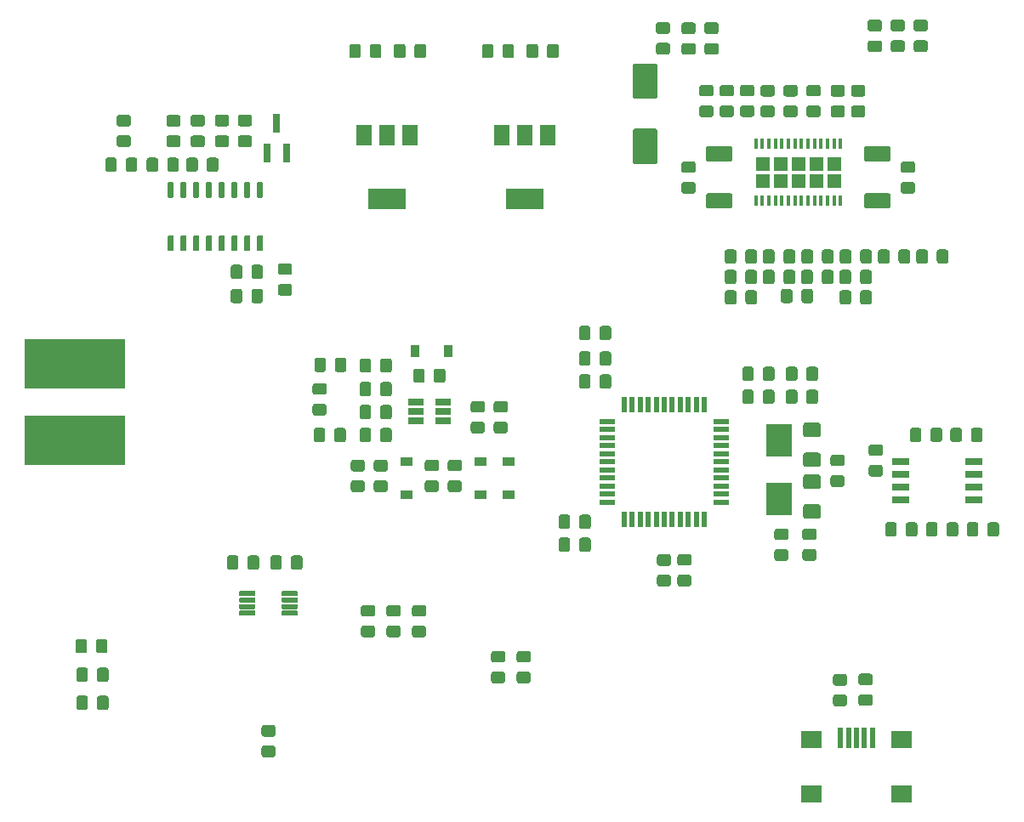
<source format=gbr>
G04 #@! TF.GenerationSoftware,KiCad,Pcbnew,(5.1.5-0-10_14)*
G04 #@! TF.CreationDate,2020-01-08T06:54:43+01:00*
G04 #@! TF.ProjectId,Bertha_main,42657274-6861-45f6-9d61-696e2e6b6963,rev?*
G04 #@! TF.SameCoordinates,Original*
G04 #@! TF.FileFunction,Paste,Top*
G04 #@! TF.FilePolarity,Positive*
%FSLAX46Y46*%
G04 Gerber Fmt 4.6, Leading zero omitted, Abs format (unit mm)*
G04 Created by KiCad (PCBNEW (5.1.5-0-10_14)) date 2020-01-08 06:54:43*
%MOMM*%
%LPD*%
G04 APERTURE LIST*
%ADD10R,1.500000X2.000000*%
%ADD11R,3.800000X2.000000*%
%ADD12C,0.100000*%
%ADD13R,2.500000X3.325000*%
%ADD14R,2.000000X1.700000*%
%ADD15R,0.500000X2.000000*%
%ADD16R,1.200000X0.900000*%
%ADD17R,0.900000X1.200000*%
%ADD18R,1.700000X0.650000*%
%ADD19R,0.400000X1.100000*%
%ADD20R,1.400000X1.400000*%
%ADD21R,10.000000X5.000000*%
%ADD22R,0.800000X1.900000*%
%ADD23R,1.500000X0.550000*%
%ADD24R,0.550000X1.500000*%
%ADD25R,1.560000X0.650000*%
G04 APERTURE END LIST*
D10*
X127884000Y-79384000D03*
X123284000Y-79384000D03*
X125584000Y-79384000D03*
D11*
X125584000Y-85684000D03*
D10*
X141600000Y-79384000D03*
X137000000Y-79384000D03*
X139300000Y-79384000D03*
D11*
X139300000Y-85684000D03*
D12*
G36*
X97542505Y-129557204D02*
G01*
X97566773Y-129560804D01*
X97590572Y-129566765D01*
X97613671Y-129575030D01*
X97635850Y-129585520D01*
X97656893Y-129598132D01*
X97676599Y-129612747D01*
X97694777Y-129629223D01*
X97711253Y-129647401D01*
X97725868Y-129667107D01*
X97738480Y-129688150D01*
X97748970Y-129710329D01*
X97757235Y-129733428D01*
X97763196Y-129757227D01*
X97766796Y-129781495D01*
X97768000Y-129805999D01*
X97768000Y-130706001D01*
X97766796Y-130730505D01*
X97763196Y-130754773D01*
X97757235Y-130778572D01*
X97748970Y-130801671D01*
X97738480Y-130823850D01*
X97725868Y-130844893D01*
X97711253Y-130864599D01*
X97694777Y-130882777D01*
X97676599Y-130899253D01*
X97656893Y-130913868D01*
X97635850Y-130926480D01*
X97613671Y-130936970D01*
X97590572Y-130945235D01*
X97566773Y-130951196D01*
X97542505Y-130954796D01*
X97518001Y-130956000D01*
X96867999Y-130956000D01*
X96843495Y-130954796D01*
X96819227Y-130951196D01*
X96795428Y-130945235D01*
X96772329Y-130936970D01*
X96750150Y-130926480D01*
X96729107Y-130913868D01*
X96709401Y-130899253D01*
X96691223Y-130882777D01*
X96674747Y-130864599D01*
X96660132Y-130844893D01*
X96647520Y-130823850D01*
X96637030Y-130801671D01*
X96628765Y-130778572D01*
X96622804Y-130754773D01*
X96619204Y-130730505D01*
X96618000Y-130706001D01*
X96618000Y-129805999D01*
X96619204Y-129781495D01*
X96622804Y-129757227D01*
X96628765Y-129733428D01*
X96637030Y-129710329D01*
X96647520Y-129688150D01*
X96660132Y-129667107D01*
X96674747Y-129647401D01*
X96691223Y-129629223D01*
X96709401Y-129612747D01*
X96729107Y-129598132D01*
X96750150Y-129585520D01*
X96772329Y-129575030D01*
X96795428Y-129566765D01*
X96819227Y-129560804D01*
X96843495Y-129557204D01*
X96867999Y-129556000D01*
X97518001Y-129556000D01*
X97542505Y-129557204D01*
G37*
G36*
X95492505Y-129557204D02*
G01*
X95516773Y-129560804D01*
X95540572Y-129566765D01*
X95563671Y-129575030D01*
X95585850Y-129585520D01*
X95606893Y-129598132D01*
X95626599Y-129612747D01*
X95644777Y-129629223D01*
X95661253Y-129647401D01*
X95675868Y-129667107D01*
X95688480Y-129688150D01*
X95698970Y-129710329D01*
X95707235Y-129733428D01*
X95713196Y-129757227D01*
X95716796Y-129781495D01*
X95718000Y-129805999D01*
X95718000Y-130706001D01*
X95716796Y-130730505D01*
X95713196Y-130754773D01*
X95707235Y-130778572D01*
X95698970Y-130801671D01*
X95688480Y-130823850D01*
X95675868Y-130844893D01*
X95661253Y-130864599D01*
X95644777Y-130882777D01*
X95626599Y-130899253D01*
X95606893Y-130913868D01*
X95585850Y-130926480D01*
X95563671Y-130936970D01*
X95540572Y-130945235D01*
X95516773Y-130951196D01*
X95492505Y-130954796D01*
X95468001Y-130956000D01*
X94817999Y-130956000D01*
X94793495Y-130954796D01*
X94769227Y-130951196D01*
X94745428Y-130945235D01*
X94722329Y-130936970D01*
X94700150Y-130926480D01*
X94679107Y-130913868D01*
X94659401Y-130899253D01*
X94641223Y-130882777D01*
X94624747Y-130864599D01*
X94610132Y-130844893D01*
X94597520Y-130823850D01*
X94587030Y-130801671D01*
X94578765Y-130778572D01*
X94572804Y-130754773D01*
X94569204Y-130730505D01*
X94568000Y-130706001D01*
X94568000Y-129805999D01*
X94569204Y-129781495D01*
X94572804Y-129757227D01*
X94578765Y-129733428D01*
X94587030Y-129710329D01*
X94597520Y-129688150D01*
X94610132Y-129667107D01*
X94624747Y-129647401D01*
X94641223Y-129629223D01*
X94659401Y-129612747D01*
X94679107Y-129598132D01*
X94700150Y-129585520D01*
X94722329Y-129575030D01*
X94745428Y-129566765D01*
X94769227Y-129560804D01*
X94793495Y-129557204D01*
X94817999Y-129556000D01*
X95468001Y-129556000D01*
X95492505Y-129557204D01*
G37*
G36*
X109631005Y-77331704D02*
G01*
X109655273Y-77335304D01*
X109679072Y-77341265D01*
X109702171Y-77349530D01*
X109724350Y-77360020D01*
X109745393Y-77372632D01*
X109765099Y-77387247D01*
X109783277Y-77403723D01*
X109799753Y-77421901D01*
X109814368Y-77441607D01*
X109826980Y-77462650D01*
X109837470Y-77484829D01*
X109845735Y-77507928D01*
X109851696Y-77531727D01*
X109855296Y-77555995D01*
X109856500Y-77580499D01*
X109856500Y-78230501D01*
X109855296Y-78255005D01*
X109851696Y-78279273D01*
X109845735Y-78303072D01*
X109837470Y-78326171D01*
X109826980Y-78348350D01*
X109814368Y-78369393D01*
X109799753Y-78389099D01*
X109783277Y-78407277D01*
X109765099Y-78423753D01*
X109745393Y-78438368D01*
X109724350Y-78450980D01*
X109702171Y-78461470D01*
X109679072Y-78469735D01*
X109655273Y-78475696D01*
X109631005Y-78479296D01*
X109606501Y-78480500D01*
X108706499Y-78480500D01*
X108681995Y-78479296D01*
X108657727Y-78475696D01*
X108633928Y-78469735D01*
X108610829Y-78461470D01*
X108588650Y-78450980D01*
X108567607Y-78438368D01*
X108547901Y-78423753D01*
X108529723Y-78407277D01*
X108513247Y-78389099D01*
X108498632Y-78369393D01*
X108486020Y-78348350D01*
X108475530Y-78326171D01*
X108467265Y-78303072D01*
X108461304Y-78279273D01*
X108457704Y-78255005D01*
X108456500Y-78230501D01*
X108456500Y-77580499D01*
X108457704Y-77555995D01*
X108461304Y-77531727D01*
X108467265Y-77507928D01*
X108475530Y-77484829D01*
X108486020Y-77462650D01*
X108498632Y-77441607D01*
X108513247Y-77421901D01*
X108529723Y-77403723D01*
X108547901Y-77387247D01*
X108567607Y-77372632D01*
X108588650Y-77360020D01*
X108610829Y-77349530D01*
X108633928Y-77341265D01*
X108657727Y-77335304D01*
X108681995Y-77331704D01*
X108706499Y-77330500D01*
X109606501Y-77330500D01*
X109631005Y-77331704D01*
G37*
G36*
X109631005Y-79381704D02*
G01*
X109655273Y-79385304D01*
X109679072Y-79391265D01*
X109702171Y-79399530D01*
X109724350Y-79410020D01*
X109745393Y-79422632D01*
X109765099Y-79437247D01*
X109783277Y-79453723D01*
X109799753Y-79471901D01*
X109814368Y-79491607D01*
X109826980Y-79512650D01*
X109837470Y-79534829D01*
X109845735Y-79557928D01*
X109851696Y-79581727D01*
X109855296Y-79605995D01*
X109856500Y-79630499D01*
X109856500Y-80280501D01*
X109855296Y-80305005D01*
X109851696Y-80329273D01*
X109845735Y-80353072D01*
X109837470Y-80376171D01*
X109826980Y-80398350D01*
X109814368Y-80419393D01*
X109799753Y-80439099D01*
X109783277Y-80457277D01*
X109765099Y-80473753D01*
X109745393Y-80488368D01*
X109724350Y-80500980D01*
X109702171Y-80511470D01*
X109679072Y-80519735D01*
X109655273Y-80525696D01*
X109631005Y-80529296D01*
X109606501Y-80530500D01*
X108706499Y-80530500D01*
X108681995Y-80529296D01*
X108657727Y-80525696D01*
X108633928Y-80519735D01*
X108610829Y-80511470D01*
X108588650Y-80500980D01*
X108567607Y-80488368D01*
X108547901Y-80473753D01*
X108529723Y-80457277D01*
X108513247Y-80439099D01*
X108498632Y-80419393D01*
X108486020Y-80398350D01*
X108475530Y-80376171D01*
X108467265Y-80353072D01*
X108461304Y-80329273D01*
X108457704Y-80305005D01*
X108456500Y-80280501D01*
X108456500Y-79630499D01*
X108457704Y-79605995D01*
X108461304Y-79581727D01*
X108467265Y-79557928D01*
X108475530Y-79534829D01*
X108486020Y-79512650D01*
X108498632Y-79491607D01*
X108513247Y-79471901D01*
X108529723Y-79453723D01*
X108547901Y-79437247D01*
X108567607Y-79422632D01*
X108588650Y-79410020D01*
X108610829Y-79399530D01*
X108633928Y-79391265D01*
X108657727Y-79385304D01*
X108681995Y-79381704D01*
X108706499Y-79380500D01*
X109606501Y-79380500D01*
X109631005Y-79381704D01*
G37*
G36*
X152310504Y-78717204D02*
G01*
X152334773Y-78720804D01*
X152358571Y-78726765D01*
X152381671Y-78735030D01*
X152403849Y-78745520D01*
X152424893Y-78758133D01*
X152444598Y-78772747D01*
X152462777Y-78789223D01*
X152479253Y-78807402D01*
X152493867Y-78827107D01*
X152506480Y-78848151D01*
X152516970Y-78870329D01*
X152525235Y-78893429D01*
X152531196Y-78917227D01*
X152534796Y-78941496D01*
X152536000Y-78966000D01*
X152536000Y-81966000D01*
X152534796Y-81990504D01*
X152531196Y-82014773D01*
X152525235Y-82038571D01*
X152516970Y-82061671D01*
X152506480Y-82083849D01*
X152493867Y-82104893D01*
X152479253Y-82124598D01*
X152462777Y-82142777D01*
X152444598Y-82159253D01*
X152424893Y-82173867D01*
X152403849Y-82186480D01*
X152381671Y-82196970D01*
X152358571Y-82205235D01*
X152334773Y-82211196D01*
X152310504Y-82214796D01*
X152286000Y-82216000D01*
X150286000Y-82216000D01*
X150261496Y-82214796D01*
X150237227Y-82211196D01*
X150213429Y-82205235D01*
X150190329Y-82196970D01*
X150168151Y-82186480D01*
X150147107Y-82173867D01*
X150127402Y-82159253D01*
X150109223Y-82142777D01*
X150092747Y-82124598D01*
X150078133Y-82104893D01*
X150065520Y-82083849D01*
X150055030Y-82061671D01*
X150046765Y-82038571D01*
X150040804Y-82014773D01*
X150037204Y-81990504D01*
X150036000Y-81966000D01*
X150036000Y-78966000D01*
X150037204Y-78941496D01*
X150040804Y-78917227D01*
X150046765Y-78893429D01*
X150055030Y-78870329D01*
X150065520Y-78848151D01*
X150078133Y-78827107D01*
X150092747Y-78807402D01*
X150109223Y-78789223D01*
X150127402Y-78772747D01*
X150147107Y-78758133D01*
X150168151Y-78745520D01*
X150190329Y-78735030D01*
X150213429Y-78726765D01*
X150237227Y-78720804D01*
X150261496Y-78717204D01*
X150286000Y-78716000D01*
X152286000Y-78716000D01*
X152310504Y-78717204D01*
G37*
G36*
X152310504Y-72217204D02*
G01*
X152334773Y-72220804D01*
X152358571Y-72226765D01*
X152381671Y-72235030D01*
X152403849Y-72245520D01*
X152424893Y-72258133D01*
X152444598Y-72272747D01*
X152462777Y-72289223D01*
X152479253Y-72307402D01*
X152493867Y-72327107D01*
X152506480Y-72348151D01*
X152516970Y-72370329D01*
X152525235Y-72393429D01*
X152531196Y-72417227D01*
X152534796Y-72441496D01*
X152536000Y-72466000D01*
X152536000Y-75466000D01*
X152534796Y-75490504D01*
X152531196Y-75514773D01*
X152525235Y-75538571D01*
X152516970Y-75561671D01*
X152506480Y-75583849D01*
X152493867Y-75604893D01*
X152479253Y-75624598D01*
X152462777Y-75642777D01*
X152444598Y-75659253D01*
X152424893Y-75673867D01*
X152403849Y-75686480D01*
X152381671Y-75696970D01*
X152358571Y-75705235D01*
X152334773Y-75711196D01*
X152310504Y-75714796D01*
X152286000Y-75716000D01*
X150286000Y-75716000D01*
X150261496Y-75714796D01*
X150237227Y-75711196D01*
X150213429Y-75705235D01*
X150190329Y-75696970D01*
X150168151Y-75686480D01*
X150147107Y-75673867D01*
X150127402Y-75659253D01*
X150109223Y-75642777D01*
X150092747Y-75624598D01*
X150078133Y-75604893D01*
X150065520Y-75583849D01*
X150055030Y-75561671D01*
X150046765Y-75538571D01*
X150040804Y-75514773D01*
X150037204Y-75490504D01*
X150036000Y-75466000D01*
X150036000Y-72466000D01*
X150037204Y-72441496D01*
X150040804Y-72417227D01*
X150046765Y-72393429D01*
X150055030Y-72370329D01*
X150065520Y-72348151D01*
X150078133Y-72327107D01*
X150092747Y-72307402D01*
X150109223Y-72289223D01*
X150127402Y-72272747D01*
X150147107Y-72258133D01*
X150168151Y-72245520D01*
X150190329Y-72235030D01*
X150213429Y-72226765D01*
X150237227Y-72220804D01*
X150261496Y-72217204D01*
X150286000Y-72216000D01*
X152286000Y-72216000D01*
X152310504Y-72217204D01*
G37*
G36*
X170908505Y-113227204D02*
G01*
X170932773Y-113230804D01*
X170956572Y-113236765D01*
X170979671Y-113245030D01*
X171001850Y-113255520D01*
X171022893Y-113268132D01*
X171042599Y-113282747D01*
X171060777Y-113299223D01*
X171077253Y-113317401D01*
X171091868Y-113337107D01*
X171104480Y-113358150D01*
X171114970Y-113380329D01*
X171123235Y-113403428D01*
X171129196Y-113427227D01*
X171132796Y-113451495D01*
X171134000Y-113475999D01*
X171134000Y-114126001D01*
X171132796Y-114150505D01*
X171129196Y-114174773D01*
X171123235Y-114198572D01*
X171114970Y-114221671D01*
X171104480Y-114243850D01*
X171091868Y-114264893D01*
X171077253Y-114284599D01*
X171060777Y-114302777D01*
X171042599Y-114319253D01*
X171022893Y-114333868D01*
X171001850Y-114346480D01*
X170979671Y-114356970D01*
X170956572Y-114365235D01*
X170932773Y-114371196D01*
X170908505Y-114374796D01*
X170884001Y-114376000D01*
X169983999Y-114376000D01*
X169959495Y-114374796D01*
X169935227Y-114371196D01*
X169911428Y-114365235D01*
X169888329Y-114356970D01*
X169866150Y-114346480D01*
X169845107Y-114333868D01*
X169825401Y-114319253D01*
X169807223Y-114302777D01*
X169790747Y-114284599D01*
X169776132Y-114264893D01*
X169763520Y-114243850D01*
X169753030Y-114221671D01*
X169744765Y-114198572D01*
X169738804Y-114174773D01*
X169735204Y-114150505D01*
X169734000Y-114126001D01*
X169734000Y-113475999D01*
X169735204Y-113451495D01*
X169738804Y-113427227D01*
X169744765Y-113403428D01*
X169753030Y-113380329D01*
X169763520Y-113358150D01*
X169776132Y-113337107D01*
X169790747Y-113317401D01*
X169807223Y-113299223D01*
X169825401Y-113282747D01*
X169845107Y-113268132D01*
X169866150Y-113255520D01*
X169888329Y-113245030D01*
X169911428Y-113236765D01*
X169935227Y-113230804D01*
X169959495Y-113227204D01*
X169983999Y-113226000D01*
X170884001Y-113226000D01*
X170908505Y-113227204D01*
G37*
G36*
X170908505Y-111177204D02*
G01*
X170932773Y-111180804D01*
X170956572Y-111186765D01*
X170979671Y-111195030D01*
X171001850Y-111205520D01*
X171022893Y-111218132D01*
X171042599Y-111232747D01*
X171060777Y-111249223D01*
X171077253Y-111267401D01*
X171091868Y-111287107D01*
X171104480Y-111308150D01*
X171114970Y-111330329D01*
X171123235Y-111353428D01*
X171129196Y-111377227D01*
X171132796Y-111401495D01*
X171134000Y-111425999D01*
X171134000Y-112076001D01*
X171132796Y-112100505D01*
X171129196Y-112124773D01*
X171123235Y-112148572D01*
X171114970Y-112171671D01*
X171104480Y-112193850D01*
X171091868Y-112214893D01*
X171077253Y-112234599D01*
X171060777Y-112252777D01*
X171042599Y-112269253D01*
X171022893Y-112283868D01*
X171001850Y-112296480D01*
X170979671Y-112306970D01*
X170956572Y-112315235D01*
X170932773Y-112321196D01*
X170908505Y-112324796D01*
X170884001Y-112326000D01*
X169983999Y-112326000D01*
X169959495Y-112324796D01*
X169935227Y-112321196D01*
X169911428Y-112315235D01*
X169888329Y-112306970D01*
X169866150Y-112296480D01*
X169845107Y-112283868D01*
X169825401Y-112269253D01*
X169807223Y-112252777D01*
X169790747Y-112234599D01*
X169776132Y-112214893D01*
X169763520Y-112193850D01*
X169753030Y-112171671D01*
X169744765Y-112148572D01*
X169738804Y-112124773D01*
X169735204Y-112100505D01*
X169734000Y-112076001D01*
X169734000Y-111425999D01*
X169735204Y-111401495D01*
X169738804Y-111377227D01*
X169744765Y-111353428D01*
X169753030Y-111330329D01*
X169763520Y-111308150D01*
X169776132Y-111287107D01*
X169790747Y-111267401D01*
X169807223Y-111249223D01*
X169825401Y-111232747D01*
X169845107Y-111218132D01*
X169866150Y-111205520D01*
X169888329Y-111195030D01*
X169911428Y-111186765D01*
X169935227Y-111180804D01*
X169959495Y-111177204D01*
X169983999Y-111176000D01*
X170884001Y-111176000D01*
X170908505Y-111177204D01*
G37*
D13*
X164592000Y-115553000D03*
X164592000Y-109728000D03*
D14*
X176768000Y-144964000D03*
X176768000Y-139514000D03*
X167868000Y-144964000D03*
X167868000Y-139514000D03*
D15*
X173918000Y-139414000D03*
X173118000Y-139414000D03*
X172318000Y-139414000D03*
X171518000Y-139414000D03*
X170718000Y-139414000D03*
D12*
G36*
X180618505Y-108505204D02*
G01*
X180642773Y-108508804D01*
X180666572Y-108514765D01*
X180689671Y-108523030D01*
X180711850Y-108533520D01*
X180732893Y-108546132D01*
X180752599Y-108560747D01*
X180770777Y-108577223D01*
X180787253Y-108595401D01*
X180801868Y-108615107D01*
X180814480Y-108636150D01*
X180824970Y-108658329D01*
X180833235Y-108681428D01*
X180839196Y-108705227D01*
X180842796Y-108729495D01*
X180844000Y-108753999D01*
X180844000Y-109654001D01*
X180842796Y-109678505D01*
X180839196Y-109702773D01*
X180833235Y-109726572D01*
X180824970Y-109749671D01*
X180814480Y-109771850D01*
X180801868Y-109792893D01*
X180787253Y-109812599D01*
X180770777Y-109830777D01*
X180752599Y-109847253D01*
X180732893Y-109861868D01*
X180711850Y-109874480D01*
X180689671Y-109884970D01*
X180666572Y-109893235D01*
X180642773Y-109899196D01*
X180618505Y-109902796D01*
X180594001Y-109904000D01*
X179943999Y-109904000D01*
X179919495Y-109902796D01*
X179895227Y-109899196D01*
X179871428Y-109893235D01*
X179848329Y-109884970D01*
X179826150Y-109874480D01*
X179805107Y-109861868D01*
X179785401Y-109847253D01*
X179767223Y-109830777D01*
X179750747Y-109812599D01*
X179736132Y-109792893D01*
X179723520Y-109771850D01*
X179713030Y-109749671D01*
X179704765Y-109726572D01*
X179698804Y-109702773D01*
X179695204Y-109678505D01*
X179694000Y-109654001D01*
X179694000Y-108753999D01*
X179695204Y-108729495D01*
X179698804Y-108705227D01*
X179704765Y-108681428D01*
X179713030Y-108658329D01*
X179723520Y-108636150D01*
X179736132Y-108615107D01*
X179750747Y-108595401D01*
X179767223Y-108577223D01*
X179785401Y-108560747D01*
X179805107Y-108546132D01*
X179826150Y-108533520D01*
X179848329Y-108523030D01*
X179871428Y-108514765D01*
X179895227Y-108508804D01*
X179919495Y-108505204D01*
X179943999Y-108504000D01*
X180594001Y-108504000D01*
X180618505Y-108505204D01*
G37*
G36*
X178568505Y-108505204D02*
G01*
X178592773Y-108508804D01*
X178616572Y-108514765D01*
X178639671Y-108523030D01*
X178661850Y-108533520D01*
X178682893Y-108546132D01*
X178702599Y-108560747D01*
X178720777Y-108577223D01*
X178737253Y-108595401D01*
X178751868Y-108615107D01*
X178764480Y-108636150D01*
X178774970Y-108658329D01*
X178783235Y-108681428D01*
X178789196Y-108705227D01*
X178792796Y-108729495D01*
X178794000Y-108753999D01*
X178794000Y-109654001D01*
X178792796Y-109678505D01*
X178789196Y-109702773D01*
X178783235Y-109726572D01*
X178774970Y-109749671D01*
X178764480Y-109771850D01*
X178751868Y-109792893D01*
X178737253Y-109812599D01*
X178720777Y-109830777D01*
X178702599Y-109847253D01*
X178682893Y-109861868D01*
X178661850Y-109874480D01*
X178639671Y-109884970D01*
X178616572Y-109893235D01*
X178592773Y-109899196D01*
X178568505Y-109902796D01*
X178544001Y-109904000D01*
X177893999Y-109904000D01*
X177869495Y-109902796D01*
X177845227Y-109899196D01*
X177821428Y-109893235D01*
X177798329Y-109884970D01*
X177776150Y-109874480D01*
X177755107Y-109861868D01*
X177735401Y-109847253D01*
X177717223Y-109830777D01*
X177700747Y-109812599D01*
X177686132Y-109792893D01*
X177673520Y-109771850D01*
X177663030Y-109749671D01*
X177654765Y-109726572D01*
X177648804Y-109702773D01*
X177645204Y-109678505D01*
X177644000Y-109654001D01*
X177644000Y-108753999D01*
X177645204Y-108729495D01*
X177648804Y-108705227D01*
X177654765Y-108681428D01*
X177663030Y-108658329D01*
X177673520Y-108636150D01*
X177686132Y-108615107D01*
X177700747Y-108595401D01*
X177717223Y-108577223D01*
X177735401Y-108560747D01*
X177755107Y-108546132D01*
X177776150Y-108533520D01*
X177798329Y-108523030D01*
X177821428Y-108514765D01*
X177845227Y-108508804D01*
X177869495Y-108505204D01*
X177893999Y-108504000D01*
X178544001Y-108504000D01*
X178568505Y-108505204D01*
G37*
G36*
X182593505Y-108505204D02*
G01*
X182617773Y-108508804D01*
X182641572Y-108514765D01*
X182664671Y-108523030D01*
X182686850Y-108533520D01*
X182707893Y-108546132D01*
X182727599Y-108560747D01*
X182745777Y-108577223D01*
X182762253Y-108595401D01*
X182776868Y-108615107D01*
X182789480Y-108636150D01*
X182799970Y-108658329D01*
X182808235Y-108681428D01*
X182814196Y-108705227D01*
X182817796Y-108729495D01*
X182819000Y-108753999D01*
X182819000Y-109654001D01*
X182817796Y-109678505D01*
X182814196Y-109702773D01*
X182808235Y-109726572D01*
X182799970Y-109749671D01*
X182789480Y-109771850D01*
X182776868Y-109792893D01*
X182762253Y-109812599D01*
X182745777Y-109830777D01*
X182727599Y-109847253D01*
X182707893Y-109861868D01*
X182686850Y-109874480D01*
X182664671Y-109884970D01*
X182641572Y-109893235D01*
X182617773Y-109899196D01*
X182593505Y-109902796D01*
X182569001Y-109904000D01*
X181918999Y-109904000D01*
X181894495Y-109902796D01*
X181870227Y-109899196D01*
X181846428Y-109893235D01*
X181823329Y-109884970D01*
X181801150Y-109874480D01*
X181780107Y-109861868D01*
X181760401Y-109847253D01*
X181742223Y-109830777D01*
X181725747Y-109812599D01*
X181711132Y-109792893D01*
X181698520Y-109771850D01*
X181688030Y-109749671D01*
X181679765Y-109726572D01*
X181673804Y-109702773D01*
X181670204Y-109678505D01*
X181669000Y-109654001D01*
X181669000Y-108753999D01*
X181670204Y-108729495D01*
X181673804Y-108705227D01*
X181679765Y-108681428D01*
X181688030Y-108658329D01*
X181698520Y-108636150D01*
X181711132Y-108615107D01*
X181725747Y-108595401D01*
X181742223Y-108577223D01*
X181760401Y-108560747D01*
X181780107Y-108546132D01*
X181801150Y-108533520D01*
X181823329Y-108523030D01*
X181846428Y-108514765D01*
X181870227Y-108508804D01*
X181894495Y-108505204D01*
X181918999Y-108504000D01*
X182569001Y-108504000D01*
X182593505Y-108505204D01*
G37*
G36*
X184643505Y-108505204D02*
G01*
X184667773Y-108508804D01*
X184691572Y-108514765D01*
X184714671Y-108523030D01*
X184736850Y-108533520D01*
X184757893Y-108546132D01*
X184777599Y-108560747D01*
X184795777Y-108577223D01*
X184812253Y-108595401D01*
X184826868Y-108615107D01*
X184839480Y-108636150D01*
X184849970Y-108658329D01*
X184858235Y-108681428D01*
X184864196Y-108705227D01*
X184867796Y-108729495D01*
X184869000Y-108753999D01*
X184869000Y-109654001D01*
X184867796Y-109678505D01*
X184864196Y-109702773D01*
X184858235Y-109726572D01*
X184849970Y-109749671D01*
X184839480Y-109771850D01*
X184826868Y-109792893D01*
X184812253Y-109812599D01*
X184795777Y-109830777D01*
X184777599Y-109847253D01*
X184757893Y-109861868D01*
X184736850Y-109874480D01*
X184714671Y-109884970D01*
X184691572Y-109893235D01*
X184667773Y-109899196D01*
X184643505Y-109902796D01*
X184619001Y-109904000D01*
X183968999Y-109904000D01*
X183944495Y-109902796D01*
X183920227Y-109899196D01*
X183896428Y-109893235D01*
X183873329Y-109884970D01*
X183851150Y-109874480D01*
X183830107Y-109861868D01*
X183810401Y-109847253D01*
X183792223Y-109830777D01*
X183775747Y-109812599D01*
X183761132Y-109792893D01*
X183748520Y-109771850D01*
X183738030Y-109749671D01*
X183729765Y-109726572D01*
X183723804Y-109702773D01*
X183720204Y-109678505D01*
X183719000Y-109654001D01*
X183719000Y-108753999D01*
X183720204Y-108729495D01*
X183723804Y-108705227D01*
X183729765Y-108681428D01*
X183738030Y-108658329D01*
X183748520Y-108636150D01*
X183761132Y-108615107D01*
X183775747Y-108595401D01*
X183792223Y-108577223D01*
X183810401Y-108560747D01*
X183830107Y-108546132D01*
X183851150Y-108533520D01*
X183873329Y-108523030D01*
X183896428Y-108514765D01*
X183920227Y-108508804D01*
X183944495Y-108505204D01*
X183968999Y-108504000D01*
X184619001Y-108504000D01*
X184643505Y-108505204D01*
G37*
G36*
X168543504Y-108000704D02*
G01*
X168567773Y-108004304D01*
X168591571Y-108010265D01*
X168614671Y-108018530D01*
X168636849Y-108029020D01*
X168657893Y-108041633D01*
X168677598Y-108056247D01*
X168695777Y-108072723D01*
X168712253Y-108090902D01*
X168726867Y-108110607D01*
X168739480Y-108131651D01*
X168749970Y-108153829D01*
X168758235Y-108176929D01*
X168764196Y-108200727D01*
X168767796Y-108224996D01*
X168769000Y-108249500D01*
X168769000Y-109174500D01*
X168767796Y-109199004D01*
X168764196Y-109223273D01*
X168758235Y-109247071D01*
X168749970Y-109270171D01*
X168739480Y-109292349D01*
X168726867Y-109313393D01*
X168712253Y-109333098D01*
X168695777Y-109351277D01*
X168677598Y-109367753D01*
X168657893Y-109382367D01*
X168636849Y-109394980D01*
X168614671Y-109405470D01*
X168591571Y-109413735D01*
X168567773Y-109419696D01*
X168543504Y-109423296D01*
X168519000Y-109424500D01*
X167269000Y-109424500D01*
X167244496Y-109423296D01*
X167220227Y-109419696D01*
X167196429Y-109413735D01*
X167173329Y-109405470D01*
X167151151Y-109394980D01*
X167130107Y-109382367D01*
X167110402Y-109367753D01*
X167092223Y-109351277D01*
X167075747Y-109333098D01*
X167061133Y-109313393D01*
X167048520Y-109292349D01*
X167038030Y-109270171D01*
X167029765Y-109247071D01*
X167023804Y-109223273D01*
X167020204Y-109199004D01*
X167019000Y-109174500D01*
X167019000Y-108249500D01*
X167020204Y-108224996D01*
X167023804Y-108200727D01*
X167029765Y-108176929D01*
X167038030Y-108153829D01*
X167048520Y-108131651D01*
X167061133Y-108110607D01*
X167075747Y-108090902D01*
X167092223Y-108072723D01*
X167110402Y-108056247D01*
X167130107Y-108041633D01*
X167151151Y-108029020D01*
X167173329Y-108018530D01*
X167196429Y-108010265D01*
X167220227Y-108004304D01*
X167244496Y-108000704D01*
X167269000Y-107999500D01*
X168519000Y-107999500D01*
X168543504Y-108000704D01*
G37*
G36*
X168543504Y-110975704D02*
G01*
X168567773Y-110979304D01*
X168591571Y-110985265D01*
X168614671Y-110993530D01*
X168636849Y-111004020D01*
X168657893Y-111016633D01*
X168677598Y-111031247D01*
X168695777Y-111047723D01*
X168712253Y-111065902D01*
X168726867Y-111085607D01*
X168739480Y-111106651D01*
X168749970Y-111128829D01*
X168758235Y-111151929D01*
X168764196Y-111175727D01*
X168767796Y-111199996D01*
X168769000Y-111224500D01*
X168769000Y-112149500D01*
X168767796Y-112174004D01*
X168764196Y-112198273D01*
X168758235Y-112222071D01*
X168749970Y-112245171D01*
X168739480Y-112267349D01*
X168726867Y-112288393D01*
X168712253Y-112308098D01*
X168695777Y-112326277D01*
X168677598Y-112342753D01*
X168657893Y-112357367D01*
X168636849Y-112369980D01*
X168614671Y-112380470D01*
X168591571Y-112388735D01*
X168567773Y-112394696D01*
X168543504Y-112398296D01*
X168519000Y-112399500D01*
X167269000Y-112399500D01*
X167244496Y-112398296D01*
X167220227Y-112394696D01*
X167196429Y-112388735D01*
X167173329Y-112380470D01*
X167151151Y-112369980D01*
X167130107Y-112357367D01*
X167110402Y-112342753D01*
X167092223Y-112326277D01*
X167075747Y-112308098D01*
X167061133Y-112288393D01*
X167048520Y-112267349D01*
X167038030Y-112245171D01*
X167029765Y-112222071D01*
X167023804Y-112198273D01*
X167020204Y-112174004D01*
X167019000Y-112149500D01*
X167019000Y-111224500D01*
X167020204Y-111199996D01*
X167023804Y-111175727D01*
X167029765Y-111151929D01*
X167038030Y-111128829D01*
X167048520Y-111106651D01*
X167061133Y-111085607D01*
X167075747Y-111065902D01*
X167092223Y-111047723D01*
X167110402Y-111031247D01*
X167130107Y-111016633D01*
X167151151Y-111004020D01*
X167173329Y-110993530D01*
X167196429Y-110985265D01*
X167220227Y-110979304D01*
X167244496Y-110975704D01*
X167269000Y-110974500D01*
X168519000Y-110974500D01*
X168543504Y-110975704D01*
G37*
G36*
X168543504Y-113153704D02*
G01*
X168567773Y-113157304D01*
X168591571Y-113163265D01*
X168614671Y-113171530D01*
X168636849Y-113182020D01*
X168657893Y-113194633D01*
X168677598Y-113209247D01*
X168695777Y-113225723D01*
X168712253Y-113243902D01*
X168726867Y-113263607D01*
X168739480Y-113284651D01*
X168749970Y-113306829D01*
X168758235Y-113329929D01*
X168764196Y-113353727D01*
X168767796Y-113377996D01*
X168769000Y-113402500D01*
X168769000Y-114327500D01*
X168767796Y-114352004D01*
X168764196Y-114376273D01*
X168758235Y-114400071D01*
X168749970Y-114423171D01*
X168739480Y-114445349D01*
X168726867Y-114466393D01*
X168712253Y-114486098D01*
X168695777Y-114504277D01*
X168677598Y-114520753D01*
X168657893Y-114535367D01*
X168636849Y-114547980D01*
X168614671Y-114558470D01*
X168591571Y-114566735D01*
X168567773Y-114572696D01*
X168543504Y-114576296D01*
X168519000Y-114577500D01*
X167269000Y-114577500D01*
X167244496Y-114576296D01*
X167220227Y-114572696D01*
X167196429Y-114566735D01*
X167173329Y-114558470D01*
X167151151Y-114547980D01*
X167130107Y-114535367D01*
X167110402Y-114520753D01*
X167092223Y-114504277D01*
X167075747Y-114486098D01*
X167061133Y-114466393D01*
X167048520Y-114445349D01*
X167038030Y-114423171D01*
X167029765Y-114400071D01*
X167023804Y-114376273D01*
X167020204Y-114352004D01*
X167019000Y-114327500D01*
X167019000Y-113402500D01*
X167020204Y-113377996D01*
X167023804Y-113353727D01*
X167029765Y-113329929D01*
X167038030Y-113306829D01*
X167048520Y-113284651D01*
X167061133Y-113263607D01*
X167075747Y-113243902D01*
X167092223Y-113225723D01*
X167110402Y-113209247D01*
X167130107Y-113194633D01*
X167151151Y-113182020D01*
X167173329Y-113171530D01*
X167196429Y-113163265D01*
X167220227Y-113157304D01*
X167244496Y-113153704D01*
X167269000Y-113152500D01*
X168519000Y-113152500D01*
X168543504Y-113153704D01*
G37*
G36*
X168543504Y-116128704D02*
G01*
X168567773Y-116132304D01*
X168591571Y-116138265D01*
X168614671Y-116146530D01*
X168636849Y-116157020D01*
X168657893Y-116169633D01*
X168677598Y-116184247D01*
X168695777Y-116200723D01*
X168712253Y-116218902D01*
X168726867Y-116238607D01*
X168739480Y-116259651D01*
X168749970Y-116281829D01*
X168758235Y-116304929D01*
X168764196Y-116328727D01*
X168767796Y-116352996D01*
X168769000Y-116377500D01*
X168769000Y-117302500D01*
X168767796Y-117327004D01*
X168764196Y-117351273D01*
X168758235Y-117375071D01*
X168749970Y-117398171D01*
X168739480Y-117420349D01*
X168726867Y-117441393D01*
X168712253Y-117461098D01*
X168695777Y-117479277D01*
X168677598Y-117495753D01*
X168657893Y-117510367D01*
X168636849Y-117522980D01*
X168614671Y-117533470D01*
X168591571Y-117541735D01*
X168567773Y-117547696D01*
X168543504Y-117551296D01*
X168519000Y-117552500D01*
X167269000Y-117552500D01*
X167244496Y-117551296D01*
X167220227Y-117547696D01*
X167196429Y-117541735D01*
X167173329Y-117533470D01*
X167151151Y-117522980D01*
X167130107Y-117510367D01*
X167110402Y-117495753D01*
X167092223Y-117479277D01*
X167075747Y-117461098D01*
X167061133Y-117441393D01*
X167048520Y-117420349D01*
X167038030Y-117398171D01*
X167029765Y-117375071D01*
X167023804Y-117351273D01*
X167020204Y-117327004D01*
X167019000Y-117302500D01*
X167019000Y-116377500D01*
X167020204Y-116352996D01*
X167023804Y-116328727D01*
X167029765Y-116304929D01*
X167038030Y-116281829D01*
X167048520Y-116259651D01*
X167061133Y-116238607D01*
X167075747Y-116218902D01*
X167092223Y-116200723D01*
X167110402Y-116184247D01*
X167130107Y-116169633D01*
X167151151Y-116157020D01*
X167173329Y-116146530D01*
X167196429Y-116138265D01*
X167220227Y-116132304D01*
X167244496Y-116128704D01*
X167269000Y-116127500D01*
X168519000Y-116127500D01*
X168543504Y-116128704D01*
G37*
G36*
X145646505Y-117157204D02*
G01*
X145670773Y-117160804D01*
X145694572Y-117166765D01*
X145717671Y-117175030D01*
X145739850Y-117185520D01*
X145760893Y-117198132D01*
X145780599Y-117212747D01*
X145798777Y-117229223D01*
X145815253Y-117247401D01*
X145829868Y-117267107D01*
X145842480Y-117288150D01*
X145852970Y-117310329D01*
X145861235Y-117333428D01*
X145867196Y-117357227D01*
X145870796Y-117381495D01*
X145872000Y-117405999D01*
X145872000Y-118306001D01*
X145870796Y-118330505D01*
X145867196Y-118354773D01*
X145861235Y-118378572D01*
X145852970Y-118401671D01*
X145842480Y-118423850D01*
X145829868Y-118444893D01*
X145815253Y-118464599D01*
X145798777Y-118482777D01*
X145780599Y-118499253D01*
X145760893Y-118513868D01*
X145739850Y-118526480D01*
X145717671Y-118536970D01*
X145694572Y-118545235D01*
X145670773Y-118551196D01*
X145646505Y-118554796D01*
X145622001Y-118556000D01*
X144971999Y-118556000D01*
X144947495Y-118554796D01*
X144923227Y-118551196D01*
X144899428Y-118545235D01*
X144876329Y-118536970D01*
X144854150Y-118526480D01*
X144833107Y-118513868D01*
X144813401Y-118499253D01*
X144795223Y-118482777D01*
X144778747Y-118464599D01*
X144764132Y-118444893D01*
X144751520Y-118423850D01*
X144741030Y-118401671D01*
X144732765Y-118378572D01*
X144726804Y-118354773D01*
X144723204Y-118330505D01*
X144722000Y-118306001D01*
X144722000Y-117405999D01*
X144723204Y-117381495D01*
X144726804Y-117357227D01*
X144732765Y-117333428D01*
X144741030Y-117310329D01*
X144751520Y-117288150D01*
X144764132Y-117267107D01*
X144778747Y-117247401D01*
X144795223Y-117229223D01*
X144813401Y-117212747D01*
X144833107Y-117198132D01*
X144854150Y-117185520D01*
X144876329Y-117175030D01*
X144899428Y-117166765D01*
X144923227Y-117160804D01*
X144947495Y-117157204D01*
X144971999Y-117156000D01*
X145622001Y-117156000D01*
X145646505Y-117157204D01*
G37*
G36*
X143596505Y-117157204D02*
G01*
X143620773Y-117160804D01*
X143644572Y-117166765D01*
X143667671Y-117175030D01*
X143689850Y-117185520D01*
X143710893Y-117198132D01*
X143730599Y-117212747D01*
X143748777Y-117229223D01*
X143765253Y-117247401D01*
X143779868Y-117267107D01*
X143792480Y-117288150D01*
X143802970Y-117310329D01*
X143811235Y-117333428D01*
X143817196Y-117357227D01*
X143820796Y-117381495D01*
X143822000Y-117405999D01*
X143822000Y-118306001D01*
X143820796Y-118330505D01*
X143817196Y-118354773D01*
X143811235Y-118378572D01*
X143802970Y-118401671D01*
X143792480Y-118423850D01*
X143779868Y-118444893D01*
X143765253Y-118464599D01*
X143748777Y-118482777D01*
X143730599Y-118499253D01*
X143710893Y-118513868D01*
X143689850Y-118526480D01*
X143667671Y-118536970D01*
X143644572Y-118545235D01*
X143620773Y-118551196D01*
X143596505Y-118554796D01*
X143572001Y-118556000D01*
X142921999Y-118556000D01*
X142897495Y-118554796D01*
X142873227Y-118551196D01*
X142849428Y-118545235D01*
X142826329Y-118536970D01*
X142804150Y-118526480D01*
X142783107Y-118513868D01*
X142763401Y-118499253D01*
X142745223Y-118482777D01*
X142728747Y-118464599D01*
X142714132Y-118444893D01*
X142701520Y-118423850D01*
X142691030Y-118401671D01*
X142682765Y-118378572D01*
X142676804Y-118354773D01*
X142673204Y-118330505D01*
X142672000Y-118306001D01*
X142672000Y-117405999D01*
X142673204Y-117381495D01*
X142676804Y-117357227D01*
X142682765Y-117333428D01*
X142691030Y-117310329D01*
X142701520Y-117288150D01*
X142714132Y-117267107D01*
X142728747Y-117247401D01*
X142745223Y-117229223D01*
X142763401Y-117212747D01*
X142783107Y-117198132D01*
X142804150Y-117185520D01*
X142826329Y-117175030D01*
X142849428Y-117166765D01*
X142873227Y-117160804D01*
X142897495Y-117157204D01*
X142921999Y-117156000D01*
X143572001Y-117156000D01*
X143596505Y-117157204D01*
G37*
G36*
X168114505Y-118534204D02*
G01*
X168138773Y-118537804D01*
X168162572Y-118543765D01*
X168185671Y-118552030D01*
X168207850Y-118562520D01*
X168228893Y-118575132D01*
X168248599Y-118589747D01*
X168266777Y-118606223D01*
X168283253Y-118624401D01*
X168297868Y-118644107D01*
X168310480Y-118665150D01*
X168320970Y-118687329D01*
X168329235Y-118710428D01*
X168335196Y-118734227D01*
X168338796Y-118758495D01*
X168340000Y-118782999D01*
X168340000Y-119433001D01*
X168338796Y-119457505D01*
X168335196Y-119481773D01*
X168329235Y-119505572D01*
X168320970Y-119528671D01*
X168310480Y-119550850D01*
X168297868Y-119571893D01*
X168283253Y-119591599D01*
X168266777Y-119609777D01*
X168248599Y-119626253D01*
X168228893Y-119640868D01*
X168207850Y-119653480D01*
X168185671Y-119663970D01*
X168162572Y-119672235D01*
X168138773Y-119678196D01*
X168114505Y-119681796D01*
X168090001Y-119683000D01*
X167189999Y-119683000D01*
X167165495Y-119681796D01*
X167141227Y-119678196D01*
X167117428Y-119672235D01*
X167094329Y-119663970D01*
X167072150Y-119653480D01*
X167051107Y-119640868D01*
X167031401Y-119626253D01*
X167013223Y-119609777D01*
X166996747Y-119591599D01*
X166982132Y-119571893D01*
X166969520Y-119550850D01*
X166959030Y-119528671D01*
X166950765Y-119505572D01*
X166944804Y-119481773D01*
X166941204Y-119457505D01*
X166940000Y-119433001D01*
X166940000Y-118782999D01*
X166941204Y-118758495D01*
X166944804Y-118734227D01*
X166950765Y-118710428D01*
X166959030Y-118687329D01*
X166969520Y-118665150D01*
X166982132Y-118644107D01*
X166996747Y-118624401D01*
X167013223Y-118606223D01*
X167031401Y-118589747D01*
X167051107Y-118575132D01*
X167072150Y-118562520D01*
X167094329Y-118552030D01*
X167117428Y-118543765D01*
X167141227Y-118537804D01*
X167165495Y-118534204D01*
X167189999Y-118533000D01*
X168090001Y-118533000D01*
X168114505Y-118534204D01*
G37*
G36*
X168114505Y-120584204D02*
G01*
X168138773Y-120587804D01*
X168162572Y-120593765D01*
X168185671Y-120602030D01*
X168207850Y-120612520D01*
X168228893Y-120625132D01*
X168248599Y-120639747D01*
X168266777Y-120656223D01*
X168283253Y-120674401D01*
X168297868Y-120694107D01*
X168310480Y-120715150D01*
X168320970Y-120737329D01*
X168329235Y-120760428D01*
X168335196Y-120784227D01*
X168338796Y-120808495D01*
X168340000Y-120832999D01*
X168340000Y-121483001D01*
X168338796Y-121507505D01*
X168335196Y-121531773D01*
X168329235Y-121555572D01*
X168320970Y-121578671D01*
X168310480Y-121600850D01*
X168297868Y-121621893D01*
X168283253Y-121641599D01*
X168266777Y-121659777D01*
X168248599Y-121676253D01*
X168228893Y-121690868D01*
X168207850Y-121703480D01*
X168185671Y-121713970D01*
X168162572Y-121722235D01*
X168138773Y-121728196D01*
X168114505Y-121731796D01*
X168090001Y-121733000D01*
X167189999Y-121733000D01*
X167165495Y-121731796D01*
X167141227Y-121728196D01*
X167117428Y-121722235D01*
X167094329Y-121713970D01*
X167072150Y-121703480D01*
X167051107Y-121690868D01*
X167031401Y-121676253D01*
X167013223Y-121659777D01*
X166996747Y-121641599D01*
X166982132Y-121621893D01*
X166969520Y-121600850D01*
X166959030Y-121578671D01*
X166950765Y-121555572D01*
X166944804Y-121531773D01*
X166941204Y-121507505D01*
X166940000Y-121483001D01*
X166940000Y-120832999D01*
X166941204Y-120808495D01*
X166944804Y-120784227D01*
X166950765Y-120760428D01*
X166959030Y-120737329D01*
X166969520Y-120715150D01*
X166982132Y-120694107D01*
X166996747Y-120674401D01*
X167013223Y-120656223D01*
X167031401Y-120639747D01*
X167051107Y-120625132D01*
X167072150Y-120612520D01*
X167094329Y-120602030D01*
X167117428Y-120593765D01*
X167141227Y-120587804D01*
X167165495Y-120584204D01*
X167189999Y-120583000D01*
X168090001Y-120583000D01*
X168114505Y-120584204D01*
G37*
G36*
X143596505Y-119443204D02*
G01*
X143620773Y-119446804D01*
X143644572Y-119452765D01*
X143667671Y-119461030D01*
X143689850Y-119471520D01*
X143710893Y-119484132D01*
X143730599Y-119498747D01*
X143748777Y-119515223D01*
X143765253Y-119533401D01*
X143779868Y-119553107D01*
X143792480Y-119574150D01*
X143802970Y-119596329D01*
X143811235Y-119619428D01*
X143817196Y-119643227D01*
X143820796Y-119667495D01*
X143822000Y-119691999D01*
X143822000Y-120592001D01*
X143820796Y-120616505D01*
X143817196Y-120640773D01*
X143811235Y-120664572D01*
X143802970Y-120687671D01*
X143792480Y-120709850D01*
X143779868Y-120730893D01*
X143765253Y-120750599D01*
X143748777Y-120768777D01*
X143730599Y-120785253D01*
X143710893Y-120799868D01*
X143689850Y-120812480D01*
X143667671Y-120822970D01*
X143644572Y-120831235D01*
X143620773Y-120837196D01*
X143596505Y-120840796D01*
X143572001Y-120842000D01*
X142921999Y-120842000D01*
X142897495Y-120840796D01*
X142873227Y-120837196D01*
X142849428Y-120831235D01*
X142826329Y-120822970D01*
X142804150Y-120812480D01*
X142783107Y-120799868D01*
X142763401Y-120785253D01*
X142745223Y-120768777D01*
X142728747Y-120750599D01*
X142714132Y-120730893D01*
X142701520Y-120709850D01*
X142691030Y-120687671D01*
X142682765Y-120664572D01*
X142676804Y-120640773D01*
X142673204Y-120616505D01*
X142672000Y-120592001D01*
X142672000Y-119691999D01*
X142673204Y-119667495D01*
X142676804Y-119643227D01*
X142682765Y-119619428D01*
X142691030Y-119596329D01*
X142701520Y-119574150D01*
X142714132Y-119553107D01*
X142728747Y-119533401D01*
X142745223Y-119515223D01*
X142763401Y-119498747D01*
X142783107Y-119484132D01*
X142804150Y-119471520D01*
X142826329Y-119461030D01*
X142849428Y-119452765D01*
X142873227Y-119446804D01*
X142897495Y-119443204D01*
X142921999Y-119442000D01*
X143572001Y-119442000D01*
X143596505Y-119443204D01*
G37*
G36*
X145646505Y-119443204D02*
G01*
X145670773Y-119446804D01*
X145694572Y-119452765D01*
X145717671Y-119461030D01*
X145739850Y-119471520D01*
X145760893Y-119484132D01*
X145780599Y-119498747D01*
X145798777Y-119515223D01*
X145815253Y-119533401D01*
X145829868Y-119553107D01*
X145842480Y-119574150D01*
X145852970Y-119596329D01*
X145861235Y-119619428D01*
X145867196Y-119643227D01*
X145870796Y-119667495D01*
X145872000Y-119691999D01*
X145872000Y-120592001D01*
X145870796Y-120616505D01*
X145867196Y-120640773D01*
X145861235Y-120664572D01*
X145852970Y-120687671D01*
X145842480Y-120709850D01*
X145829868Y-120730893D01*
X145815253Y-120750599D01*
X145798777Y-120768777D01*
X145780599Y-120785253D01*
X145760893Y-120799868D01*
X145739850Y-120812480D01*
X145717671Y-120822970D01*
X145694572Y-120831235D01*
X145670773Y-120837196D01*
X145646505Y-120840796D01*
X145622001Y-120842000D01*
X144971999Y-120842000D01*
X144947495Y-120840796D01*
X144923227Y-120837196D01*
X144899428Y-120831235D01*
X144876329Y-120822970D01*
X144854150Y-120812480D01*
X144833107Y-120799868D01*
X144813401Y-120785253D01*
X144795223Y-120768777D01*
X144778747Y-120750599D01*
X144764132Y-120730893D01*
X144751520Y-120709850D01*
X144741030Y-120687671D01*
X144732765Y-120664572D01*
X144726804Y-120640773D01*
X144723204Y-120616505D01*
X144722000Y-120592001D01*
X144722000Y-119691999D01*
X144723204Y-119667495D01*
X144726804Y-119643227D01*
X144732765Y-119619428D01*
X144741030Y-119596329D01*
X144751520Y-119574150D01*
X144764132Y-119553107D01*
X144778747Y-119533401D01*
X144795223Y-119515223D01*
X144813401Y-119498747D01*
X144833107Y-119484132D01*
X144854150Y-119471520D01*
X144876329Y-119461030D01*
X144899428Y-119452765D01*
X144923227Y-119446804D01*
X144947495Y-119443204D01*
X144971999Y-119442000D01*
X145622001Y-119442000D01*
X145646505Y-119443204D01*
G37*
G36*
X153636505Y-121092204D02*
G01*
X153660773Y-121095804D01*
X153684572Y-121101765D01*
X153707671Y-121110030D01*
X153729850Y-121120520D01*
X153750893Y-121133132D01*
X153770599Y-121147747D01*
X153788777Y-121164223D01*
X153805253Y-121182401D01*
X153819868Y-121202107D01*
X153832480Y-121223150D01*
X153842970Y-121245329D01*
X153851235Y-121268428D01*
X153857196Y-121292227D01*
X153860796Y-121316495D01*
X153862000Y-121340999D01*
X153862000Y-121991001D01*
X153860796Y-122015505D01*
X153857196Y-122039773D01*
X153851235Y-122063572D01*
X153842970Y-122086671D01*
X153832480Y-122108850D01*
X153819868Y-122129893D01*
X153805253Y-122149599D01*
X153788777Y-122167777D01*
X153770599Y-122184253D01*
X153750893Y-122198868D01*
X153729850Y-122211480D01*
X153707671Y-122221970D01*
X153684572Y-122230235D01*
X153660773Y-122236196D01*
X153636505Y-122239796D01*
X153612001Y-122241000D01*
X152711999Y-122241000D01*
X152687495Y-122239796D01*
X152663227Y-122236196D01*
X152639428Y-122230235D01*
X152616329Y-122221970D01*
X152594150Y-122211480D01*
X152573107Y-122198868D01*
X152553401Y-122184253D01*
X152535223Y-122167777D01*
X152518747Y-122149599D01*
X152504132Y-122129893D01*
X152491520Y-122108850D01*
X152481030Y-122086671D01*
X152472765Y-122063572D01*
X152466804Y-122039773D01*
X152463204Y-122015505D01*
X152462000Y-121991001D01*
X152462000Y-121340999D01*
X152463204Y-121316495D01*
X152466804Y-121292227D01*
X152472765Y-121268428D01*
X152481030Y-121245329D01*
X152491520Y-121223150D01*
X152504132Y-121202107D01*
X152518747Y-121182401D01*
X152535223Y-121164223D01*
X152553401Y-121147747D01*
X152573107Y-121133132D01*
X152594150Y-121120520D01*
X152616329Y-121110030D01*
X152639428Y-121101765D01*
X152663227Y-121095804D01*
X152687495Y-121092204D01*
X152711999Y-121091000D01*
X153612001Y-121091000D01*
X153636505Y-121092204D01*
G37*
G36*
X153636505Y-123142204D02*
G01*
X153660773Y-123145804D01*
X153684572Y-123151765D01*
X153707671Y-123160030D01*
X153729850Y-123170520D01*
X153750893Y-123183132D01*
X153770599Y-123197747D01*
X153788777Y-123214223D01*
X153805253Y-123232401D01*
X153819868Y-123252107D01*
X153832480Y-123273150D01*
X153842970Y-123295329D01*
X153851235Y-123318428D01*
X153857196Y-123342227D01*
X153860796Y-123366495D01*
X153862000Y-123390999D01*
X153862000Y-124041001D01*
X153860796Y-124065505D01*
X153857196Y-124089773D01*
X153851235Y-124113572D01*
X153842970Y-124136671D01*
X153832480Y-124158850D01*
X153819868Y-124179893D01*
X153805253Y-124199599D01*
X153788777Y-124217777D01*
X153770599Y-124234253D01*
X153750893Y-124248868D01*
X153729850Y-124261480D01*
X153707671Y-124271970D01*
X153684572Y-124280235D01*
X153660773Y-124286196D01*
X153636505Y-124289796D01*
X153612001Y-124291000D01*
X152711999Y-124291000D01*
X152687495Y-124289796D01*
X152663227Y-124286196D01*
X152639428Y-124280235D01*
X152616329Y-124271970D01*
X152594150Y-124261480D01*
X152573107Y-124248868D01*
X152553401Y-124234253D01*
X152535223Y-124217777D01*
X152518747Y-124199599D01*
X152504132Y-124179893D01*
X152491520Y-124158850D01*
X152481030Y-124136671D01*
X152472765Y-124113572D01*
X152466804Y-124089773D01*
X152463204Y-124065505D01*
X152462000Y-124041001D01*
X152462000Y-123390999D01*
X152463204Y-123366495D01*
X152466804Y-123342227D01*
X152472765Y-123318428D01*
X152481030Y-123295329D01*
X152491520Y-123273150D01*
X152504132Y-123252107D01*
X152518747Y-123232401D01*
X152535223Y-123214223D01*
X152553401Y-123197747D01*
X152573107Y-123183132D01*
X152594150Y-123170520D01*
X152616329Y-123160030D01*
X152639428Y-123151765D01*
X152663227Y-123145804D01*
X152687495Y-123142204D01*
X152711999Y-123141000D01*
X153612001Y-123141000D01*
X153636505Y-123142204D01*
G37*
G36*
X155668505Y-123133204D02*
G01*
X155692773Y-123136804D01*
X155716572Y-123142765D01*
X155739671Y-123151030D01*
X155761850Y-123161520D01*
X155782893Y-123174132D01*
X155802599Y-123188747D01*
X155820777Y-123205223D01*
X155837253Y-123223401D01*
X155851868Y-123243107D01*
X155864480Y-123264150D01*
X155874970Y-123286329D01*
X155883235Y-123309428D01*
X155889196Y-123333227D01*
X155892796Y-123357495D01*
X155894000Y-123381999D01*
X155894000Y-124032001D01*
X155892796Y-124056505D01*
X155889196Y-124080773D01*
X155883235Y-124104572D01*
X155874970Y-124127671D01*
X155864480Y-124149850D01*
X155851868Y-124170893D01*
X155837253Y-124190599D01*
X155820777Y-124208777D01*
X155802599Y-124225253D01*
X155782893Y-124239868D01*
X155761850Y-124252480D01*
X155739671Y-124262970D01*
X155716572Y-124271235D01*
X155692773Y-124277196D01*
X155668505Y-124280796D01*
X155644001Y-124282000D01*
X154743999Y-124282000D01*
X154719495Y-124280796D01*
X154695227Y-124277196D01*
X154671428Y-124271235D01*
X154648329Y-124262970D01*
X154626150Y-124252480D01*
X154605107Y-124239868D01*
X154585401Y-124225253D01*
X154567223Y-124208777D01*
X154550747Y-124190599D01*
X154536132Y-124170893D01*
X154523520Y-124149850D01*
X154513030Y-124127671D01*
X154504765Y-124104572D01*
X154498804Y-124080773D01*
X154495204Y-124056505D01*
X154494000Y-124032001D01*
X154494000Y-123381999D01*
X154495204Y-123357495D01*
X154498804Y-123333227D01*
X154504765Y-123309428D01*
X154513030Y-123286329D01*
X154523520Y-123264150D01*
X154536132Y-123243107D01*
X154550747Y-123223401D01*
X154567223Y-123205223D01*
X154585401Y-123188747D01*
X154605107Y-123174132D01*
X154626150Y-123161520D01*
X154648329Y-123151030D01*
X154671428Y-123142765D01*
X154695227Y-123136804D01*
X154719495Y-123133204D01*
X154743999Y-123132000D01*
X155644001Y-123132000D01*
X155668505Y-123133204D01*
G37*
G36*
X155668505Y-121083204D02*
G01*
X155692773Y-121086804D01*
X155716572Y-121092765D01*
X155739671Y-121101030D01*
X155761850Y-121111520D01*
X155782893Y-121124132D01*
X155802599Y-121138747D01*
X155820777Y-121155223D01*
X155837253Y-121173401D01*
X155851868Y-121193107D01*
X155864480Y-121214150D01*
X155874970Y-121236329D01*
X155883235Y-121259428D01*
X155889196Y-121283227D01*
X155892796Y-121307495D01*
X155894000Y-121331999D01*
X155894000Y-121982001D01*
X155892796Y-122006505D01*
X155889196Y-122030773D01*
X155883235Y-122054572D01*
X155874970Y-122077671D01*
X155864480Y-122099850D01*
X155851868Y-122120893D01*
X155837253Y-122140599D01*
X155820777Y-122158777D01*
X155802599Y-122175253D01*
X155782893Y-122189868D01*
X155761850Y-122202480D01*
X155739671Y-122212970D01*
X155716572Y-122221235D01*
X155692773Y-122227196D01*
X155668505Y-122230796D01*
X155644001Y-122232000D01*
X154743999Y-122232000D01*
X154719495Y-122230796D01*
X154695227Y-122227196D01*
X154671428Y-122221235D01*
X154648329Y-122212970D01*
X154626150Y-122202480D01*
X154605107Y-122189868D01*
X154585401Y-122175253D01*
X154567223Y-122158777D01*
X154550747Y-122140599D01*
X154536132Y-122120893D01*
X154523520Y-122099850D01*
X154513030Y-122077671D01*
X154504765Y-122054572D01*
X154498804Y-122030773D01*
X154495204Y-122006505D01*
X154494000Y-121982001D01*
X154494000Y-121331999D01*
X154495204Y-121307495D01*
X154498804Y-121283227D01*
X154504765Y-121259428D01*
X154513030Y-121236329D01*
X154523520Y-121214150D01*
X154536132Y-121193107D01*
X154550747Y-121173401D01*
X154567223Y-121155223D01*
X154585401Y-121138747D01*
X154605107Y-121124132D01*
X154626150Y-121111520D01*
X154648329Y-121101030D01*
X154671428Y-121092765D01*
X154695227Y-121086804D01*
X154719495Y-121083204D01*
X154743999Y-121082000D01*
X155644001Y-121082000D01*
X155668505Y-121083204D01*
G37*
G36*
X132808505Y-113735204D02*
G01*
X132832773Y-113738804D01*
X132856572Y-113744765D01*
X132879671Y-113753030D01*
X132901850Y-113763520D01*
X132922893Y-113776132D01*
X132942599Y-113790747D01*
X132960777Y-113807223D01*
X132977253Y-113825401D01*
X132991868Y-113845107D01*
X133004480Y-113866150D01*
X133014970Y-113888329D01*
X133023235Y-113911428D01*
X133029196Y-113935227D01*
X133032796Y-113959495D01*
X133034000Y-113983999D01*
X133034000Y-114634001D01*
X133032796Y-114658505D01*
X133029196Y-114682773D01*
X133023235Y-114706572D01*
X133014970Y-114729671D01*
X133004480Y-114751850D01*
X132991868Y-114772893D01*
X132977253Y-114792599D01*
X132960777Y-114810777D01*
X132942599Y-114827253D01*
X132922893Y-114841868D01*
X132901850Y-114854480D01*
X132879671Y-114864970D01*
X132856572Y-114873235D01*
X132832773Y-114879196D01*
X132808505Y-114882796D01*
X132784001Y-114884000D01*
X131883999Y-114884000D01*
X131859495Y-114882796D01*
X131835227Y-114879196D01*
X131811428Y-114873235D01*
X131788329Y-114864970D01*
X131766150Y-114854480D01*
X131745107Y-114841868D01*
X131725401Y-114827253D01*
X131707223Y-114810777D01*
X131690747Y-114792599D01*
X131676132Y-114772893D01*
X131663520Y-114751850D01*
X131653030Y-114729671D01*
X131644765Y-114706572D01*
X131638804Y-114682773D01*
X131635204Y-114658505D01*
X131634000Y-114634001D01*
X131634000Y-113983999D01*
X131635204Y-113959495D01*
X131638804Y-113935227D01*
X131644765Y-113911428D01*
X131653030Y-113888329D01*
X131663520Y-113866150D01*
X131676132Y-113845107D01*
X131690747Y-113825401D01*
X131707223Y-113807223D01*
X131725401Y-113790747D01*
X131745107Y-113776132D01*
X131766150Y-113763520D01*
X131788329Y-113753030D01*
X131811428Y-113744765D01*
X131835227Y-113738804D01*
X131859495Y-113735204D01*
X131883999Y-113734000D01*
X132784001Y-113734000D01*
X132808505Y-113735204D01*
G37*
G36*
X132808505Y-111685204D02*
G01*
X132832773Y-111688804D01*
X132856572Y-111694765D01*
X132879671Y-111703030D01*
X132901850Y-111713520D01*
X132922893Y-111726132D01*
X132942599Y-111740747D01*
X132960777Y-111757223D01*
X132977253Y-111775401D01*
X132991868Y-111795107D01*
X133004480Y-111816150D01*
X133014970Y-111838329D01*
X133023235Y-111861428D01*
X133029196Y-111885227D01*
X133032796Y-111909495D01*
X133034000Y-111933999D01*
X133034000Y-112584001D01*
X133032796Y-112608505D01*
X133029196Y-112632773D01*
X133023235Y-112656572D01*
X133014970Y-112679671D01*
X133004480Y-112701850D01*
X132991868Y-112722893D01*
X132977253Y-112742599D01*
X132960777Y-112760777D01*
X132942599Y-112777253D01*
X132922893Y-112791868D01*
X132901850Y-112804480D01*
X132879671Y-112814970D01*
X132856572Y-112823235D01*
X132832773Y-112829196D01*
X132808505Y-112832796D01*
X132784001Y-112834000D01*
X131883999Y-112834000D01*
X131859495Y-112832796D01*
X131835227Y-112829196D01*
X131811428Y-112823235D01*
X131788329Y-112814970D01*
X131766150Y-112804480D01*
X131745107Y-112791868D01*
X131725401Y-112777253D01*
X131707223Y-112760777D01*
X131690747Y-112742599D01*
X131676132Y-112722893D01*
X131663520Y-112701850D01*
X131653030Y-112679671D01*
X131644765Y-112656572D01*
X131638804Y-112632773D01*
X131635204Y-112608505D01*
X131634000Y-112584001D01*
X131634000Y-111933999D01*
X131635204Y-111909495D01*
X131638804Y-111885227D01*
X131644765Y-111861428D01*
X131653030Y-111838329D01*
X131663520Y-111816150D01*
X131676132Y-111795107D01*
X131690747Y-111775401D01*
X131707223Y-111757223D01*
X131725401Y-111740747D01*
X131745107Y-111726132D01*
X131766150Y-111713520D01*
X131788329Y-111703030D01*
X131811428Y-111694765D01*
X131835227Y-111688804D01*
X131859495Y-111685204D01*
X131883999Y-111684000D01*
X132784001Y-111684000D01*
X132808505Y-111685204D01*
G37*
G36*
X125442505Y-113744204D02*
G01*
X125466773Y-113747804D01*
X125490572Y-113753765D01*
X125513671Y-113762030D01*
X125535850Y-113772520D01*
X125556893Y-113785132D01*
X125576599Y-113799747D01*
X125594777Y-113816223D01*
X125611253Y-113834401D01*
X125625868Y-113854107D01*
X125638480Y-113875150D01*
X125648970Y-113897329D01*
X125657235Y-113920428D01*
X125663196Y-113944227D01*
X125666796Y-113968495D01*
X125668000Y-113992999D01*
X125668000Y-114643001D01*
X125666796Y-114667505D01*
X125663196Y-114691773D01*
X125657235Y-114715572D01*
X125648970Y-114738671D01*
X125638480Y-114760850D01*
X125625868Y-114781893D01*
X125611253Y-114801599D01*
X125594777Y-114819777D01*
X125576599Y-114836253D01*
X125556893Y-114850868D01*
X125535850Y-114863480D01*
X125513671Y-114873970D01*
X125490572Y-114882235D01*
X125466773Y-114888196D01*
X125442505Y-114891796D01*
X125418001Y-114893000D01*
X124517999Y-114893000D01*
X124493495Y-114891796D01*
X124469227Y-114888196D01*
X124445428Y-114882235D01*
X124422329Y-114873970D01*
X124400150Y-114863480D01*
X124379107Y-114850868D01*
X124359401Y-114836253D01*
X124341223Y-114819777D01*
X124324747Y-114801599D01*
X124310132Y-114781893D01*
X124297520Y-114760850D01*
X124287030Y-114738671D01*
X124278765Y-114715572D01*
X124272804Y-114691773D01*
X124269204Y-114667505D01*
X124268000Y-114643001D01*
X124268000Y-113992999D01*
X124269204Y-113968495D01*
X124272804Y-113944227D01*
X124278765Y-113920428D01*
X124287030Y-113897329D01*
X124297520Y-113875150D01*
X124310132Y-113854107D01*
X124324747Y-113834401D01*
X124341223Y-113816223D01*
X124359401Y-113799747D01*
X124379107Y-113785132D01*
X124400150Y-113772520D01*
X124422329Y-113762030D01*
X124445428Y-113753765D01*
X124469227Y-113747804D01*
X124493495Y-113744204D01*
X124517999Y-113743000D01*
X125418001Y-113743000D01*
X125442505Y-113744204D01*
G37*
G36*
X125442505Y-111694204D02*
G01*
X125466773Y-111697804D01*
X125490572Y-111703765D01*
X125513671Y-111712030D01*
X125535850Y-111722520D01*
X125556893Y-111735132D01*
X125576599Y-111749747D01*
X125594777Y-111766223D01*
X125611253Y-111784401D01*
X125625868Y-111804107D01*
X125638480Y-111825150D01*
X125648970Y-111847329D01*
X125657235Y-111870428D01*
X125663196Y-111894227D01*
X125666796Y-111918495D01*
X125668000Y-111942999D01*
X125668000Y-112593001D01*
X125666796Y-112617505D01*
X125663196Y-112641773D01*
X125657235Y-112665572D01*
X125648970Y-112688671D01*
X125638480Y-112710850D01*
X125625868Y-112731893D01*
X125611253Y-112751599D01*
X125594777Y-112769777D01*
X125576599Y-112786253D01*
X125556893Y-112800868D01*
X125535850Y-112813480D01*
X125513671Y-112823970D01*
X125490572Y-112832235D01*
X125466773Y-112838196D01*
X125442505Y-112841796D01*
X125418001Y-112843000D01*
X124517999Y-112843000D01*
X124493495Y-112841796D01*
X124469227Y-112838196D01*
X124445428Y-112832235D01*
X124422329Y-112823970D01*
X124400150Y-112813480D01*
X124379107Y-112800868D01*
X124359401Y-112786253D01*
X124341223Y-112769777D01*
X124324747Y-112751599D01*
X124310132Y-112731893D01*
X124297520Y-112710850D01*
X124287030Y-112688671D01*
X124278765Y-112665572D01*
X124272804Y-112641773D01*
X124269204Y-112617505D01*
X124268000Y-112593001D01*
X124268000Y-111942999D01*
X124269204Y-111918495D01*
X124272804Y-111894227D01*
X124278765Y-111870428D01*
X124287030Y-111847329D01*
X124297520Y-111825150D01*
X124310132Y-111804107D01*
X124324747Y-111784401D01*
X124341223Y-111766223D01*
X124359401Y-111749747D01*
X124379107Y-111735132D01*
X124400150Y-111722520D01*
X124422329Y-111712030D01*
X124445428Y-111703765D01*
X124469227Y-111697804D01*
X124493495Y-111694204D01*
X124517999Y-111693000D01*
X125418001Y-111693000D01*
X125442505Y-111694204D01*
G37*
G36*
X130522505Y-111685204D02*
G01*
X130546773Y-111688804D01*
X130570572Y-111694765D01*
X130593671Y-111703030D01*
X130615850Y-111713520D01*
X130636893Y-111726132D01*
X130656599Y-111740747D01*
X130674777Y-111757223D01*
X130691253Y-111775401D01*
X130705868Y-111795107D01*
X130718480Y-111816150D01*
X130728970Y-111838329D01*
X130737235Y-111861428D01*
X130743196Y-111885227D01*
X130746796Y-111909495D01*
X130748000Y-111933999D01*
X130748000Y-112584001D01*
X130746796Y-112608505D01*
X130743196Y-112632773D01*
X130737235Y-112656572D01*
X130728970Y-112679671D01*
X130718480Y-112701850D01*
X130705868Y-112722893D01*
X130691253Y-112742599D01*
X130674777Y-112760777D01*
X130656599Y-112777253D01*
X130636893Y-112791868D01*
X130615850Y-112804480D01*
X130593671Y-112814970D01*
X130570572Y-112823235D01*
X130546773Y-112829196D01*
X130522505Y-112832796D01*
X130498001Y-112834000D01*
X129597999Y-112834000D01*
X129573495Y-112832796D01*
X129549227Y-112829196D01*
X129525428Y-112823235D01*
X129502329Y-112814970D01*
X129480150Y-112804480D01*
X129459107Y-112791868D01*
X129439401Y-112777253D01*
X129421223Y-112760777D01*
X129404747Y-112742599D01*
X129390132Y-112722893D01*
X129377520Y-112701850D01*
X129367030Y-112679671D01*
X129358765Y-112656572D01*
X129352804Y-112632773D01*
X129349204Y-112608505D01*
X129348000Y-112584001D01*
X129348000Y-111933999D01*
X129349204Y-111909495D01*
X129352804Y-111885227D01*
X129358765Y-111861428D01*
X129367030Y-111838329D01*
X129377520Y-111816150D01*
X129390132Y-111795107D01*
X129404747Y-111775401D01*
X129421223Y-111757223D01*
X129439401Y-111740747D01*
X129459107Y-111726132D01*
X129480150Y-111713520D01*
X129502329Y-111703030D01*
X129525428Y-111694765D01*
X129549227Y-111688804D01*
X129573495Y-111685204D01*
X129597999Y-111684000D01*
X130498001Y-111684000D01*
X130522505Y-111685204D01*
G37*
G36*
X130522505Y-113735204D02*
G01*
X130546773Y-113738804D01*
X130570572Y-113744765D01*
X130593671Y-113753030D01*
X130615850Y-113763520D01*
X130636893Y-113776132D01*
X130656599Y-113790747D01*
X130674777Y-113807223D01*
X130691253Y-113825401D01*
X130705868Y-113845107D01*
X130718480Y-113866150D01*
X130728970Y-113888329D01*
X130737235Y-113911428D01*
X130743196Y-113935227D01*
X130746796Y-113959495D01*
X130748000Y-113983999D01*
X130748000Y-114634001D01*
X130746796Y-114658505D01*
X130743196Y-114682773D01*
X130737235Y-114706572D01*
X130728970Y-114729671D01*
X130718480Y-114751850D01*
X130705868Y-114772893D01*
X130691253Y-114792599D01*
X130674777Y-114810777D01*
X130656599Y-114827253D01*
X130636893Y-114841868D01*
X130615850Y-114854480D01*
X130593671Y-114864970D01*
X130570572Y-114873235D01*
X130546773Y-114879196D01*
X130522505Y-114882796D01*
X130498001Y-114884000D01*
X129597999Y-114884000D01*
X129573495Y-114882796D01*
X129549227Y-114879196D01*
X129525428Y-114873235D01*
X129502329Y-114864970D01*
X129480150Y-114854480D01*
X129459107Y-114841868D01*
X129439401Y-114827253D01*
X129421223Y-114810777D01*
X129404747Y-114792599D01*
X129390132Y-114772893D01*
X129377520Y-114751850D01*
X129367030Y-114729671D01*
X129358765Y-114706572D01*
X129352804Y-114682773D01*
X129349204Y-114658505D01*
X129348000Y-114634001D01*
X129348000Y-113983999D01*
X129349204Y-113959495D01*
X129352804Y-113935227D01*
X129358765Y-113911428D01*
X129367030Y-113888329D01*
X129377520Y-113866150D01*
X129390132Y-113845107D01*
X129404747Y-113825401D01*
X129421223Y-113807223D01*
X129439401Y-113790747D01*
X129459107Y-113776132D01*
X129480150Y-113763520D01*
X129502329Y-113753030D01*
X129525428Y-113744765D01*
X129549227Y-113738804D01*
X129573495Y-113735204D01*
X129597999Y-113734000D01*
X130498001Y-113734000D01*
X130522505Y-113735204D01*
G37*
G36*
X123156505Y-113744204D02*
G01*
X123180773Y-113747804D01*
X123204572Y-113753765D01*
X123227671Y-113762030D01*
X123249850Y-113772520D01*
X123270893Y-113785132D01*
X123290599Y-113799747D01*
X123308777Y-113816223D01*
X123325253Y-113834401D01*
X123339868Y-113854107D01*
X123352480Y-113875150D01*
X123362970Y-113897329D01*
X123371235Y-113920428D01*
X123377196Y-113944227D01*
X123380796Y-113968495D01*
X123382000Y-113992999D01*
X123382000Y-114643001D01*
X123380796Y-114667505D01*
X123377196Y-114691773D01*
X123371235Y-114715572D01*
X123362970Y-114738671D01*
X123352480Y-114760850D01*
X123339868Y-114781893D01*
X123325253Y-114801599D01*
X123308777Y-114819777D01*
X123290599Y-114836253D01*
X123270893Y-114850868D01*
X123249850Y-114863480D01*
X123227671Y-114873970D01*
X123204572Y-114882235D01*
X123180773Y-114888196D01*
X123156505Y-114891796D01*
X123132001Y-114893000D01*
X122231999Y-114893000D01*
X122207495Y-114891796D01*
X122183227Y-114888196D01*
X122159428Y-114882235D01*
X122136329Y-114873970D01*
X122114150Y-114863480D01*
X122093107Y-114850868D01*
X122073401Y-114836253D01*
X122055223Y-114819777D01*
X122038747Y-114801599D01*
X122024132Y-114781893D01*
X122011520Y-114760850D01*
X122001030Y-114738671D01*
X121992765Y-114715572D01*
X121986804Y-114691773D01*
X121983204Y-114667505D01*
X121982000Y-114643001D01*
X121982000Y-113992999D01*
X121983204Y-113968495D01*
X121986804Y-113944227D01*
X121992765Y-113920428D01*
X122001030Y-113897329D01*
X122011520Y-113875150D01*
X122024132Y-113854107D01*
X122038747Y-113834401D01*
X122055223Y-113816223D01*
X122073401Y-113799747D01*
X122093107Y-113785132D01*
X122114150Y-113772520D01*
X122136329Y-113762030D01*
X122159428Y-113753765D01*
X122183227Y-113747804D01*
X122207495Y-113744204D01*
X122231999Y-113743000D01*
X123132001Y-113743000D01*
X123156505Y-113744204D01*
G37*
G36*
X123156505Y-111694204D02*
G01*
X123180773Y-111697804D01*
X123204572Y-111703765D01*
X123227671Y-111712030D01*
X123249850Y-111722520D01*
X123270893Y-111735132D01*
X123290599Y-111749747D01*
X123308777Y-111766223D01*
X123325253Y-111784401D01*
X123339868Y-111804107D01*
X123352480Y-111825150D01*
X123362970Y-111847329D01*
X123371235Y-111870428D01*
X123377196Y-111894227D01*
X123380796Y-111918495D01*
X123382000Y-111942999D01*
X123382000Y-112593001D01*
X123380796Y-112617505D01*
X123377196Y-112641773D01*
X123371235Y-112665572D01*
X123362970Y-112688671D01*
X123352480Y-112710850D01*
X123339868Y-112731893D01*
X123325253Y-112751599D01*
X123308777Y-112769777D01*
X123290599Y-112786253D01*
X123270893Y-112800868D01*
X123249850Y-112813480D01*
X123227671Y-112823970D01*
X123204572Y-112832235D01*
X123180773Y-112838196D01*
X123156505Y-112841796D01*
X123132001Y-112843000D01*
X122231999Y-112843000D01*
X122207495Y-112841796D01*
X122183227Y-112838196D01*
X122159428Y-112832235D01*
X122136329Y-112823970D01*
X122114150Y-112813480D01*
X122093107Y-112800868D01*
X122073401Y-112786253D01*
X122055223Y-112769777D01*
X122038747Y-112751599D01*
X122024132Y-112731893D01*
X122011520Y-112710850D01*
X122001030Y-112688671D01*
X121992765Y-112665572D01*
X121986804Y-112641773D01*
X121983204Y-112617505D01*
X121982000Y-112593001D01*
X121982000Y-111942999D01*
X121983204Y-111918495D01*
X121986804Y-111894227D01*
X121992765Y-111870428D01*
X122001030Y-111847329D01*
X122011520Y-111825150D01*
X122024132Y-111804107D01*
X122038747Y-111784401D01*
X122055223Y-111766223D01*
X122073401Y-111749747D01*
X122093107Y-111735132D01*
X122114150Y-111722520D01*
X122136329Y-111712030D01*
X122159428Y-111703765D01*
X122183227Y-111697804D01*
X122207495Y-111694204D01*
X122231999Y-111693000D01*
X123132001Y-111693000D01*
X123156505Y-111694204D01*
G37*
G36*
X125834505Y-106235204D02*
G01*
X125858773Y-106238804D01*
X125882572Y-106244765D01*
X125905671Y-106253030D01*
X125927850Y-106263520D01*
X125948893Y-106276132D01*
X125968599Y-106290747D01*
X125986777Y-106307223D01*
X126003253Y-106325401D01*
X126017868Y-106345107D01*
X126030480Y-106366150D01*
X126040970Y-106388329D01*
X126049235Y-106411428D01*
X126055196Y-106435227D01*
X126058796Y-106459495D01*
X126060000Y-106483999D01*
X126060000Y-107384001D01*
X126058796Y-107408505D01*
X126055196Y-107432773D01*
X126049235Y-107456572D01*
X126040970Y-107479671D01*
X126030480Y-107501850D01*
X126017868Y-107522893D01*
X126003253Y-107542599D01*
X125986777Y-107560777D01*
X125968599Y-107577253D01*
X125948893Y-107591868D01*
X125927850Y-107604480D01*
X125905671Y-107614970D01*
X125882572Y-107623235D01*
X125858773Y-107629196D01*
X125834505Y-107632796D01*
X125810001Y-107634000D01*
X125159999Y-107634000D01*
X125135495Y-107632796D01*
X125111227Y-107629196D01*
X125087428Y-107623235D01*
X125064329Y-107614970D01*
X125042150Y-107604480D01*
X125021107Y-107591868D01*
X125001401Y-107577253D01*
X124983223Y-107560777D01*
X124966747Y-107542599D01*
X124952132Y-107522893D01*
X124939520Y-107501850D01*
X124929030Y-107479671D01*
X124920765Y-107456572D01*
X124914804Y-107432773D01*
X124911204Y-107408505D01*
X124910000Y-107384001D01*
X124910000Y-106483999D01*
X124911204Y-106459495D01*
X124914804Y-106435227D01*
X124920765Y-106411428D01*
X124929030Y-106388329D01*
X124939520Y-106366150D01*
X124952132Y-106345107D01*
X124966747Y-106325401D01*
X124983223Y-106307223D01*
X125001401Y-106290747D01*
X125021107Y-106276132D01*
X125042150Y-106263520D01*
X125064329Y-106253030D01*
X125087428Y-106244765D01*
X125111227Y-106238804D01*
X125135495Y-106235204D01*
X125159999Y-106234000D01*
X125810001Y-106234000D01*
X125834505Y-106235204D01*
G37*
G36*
X123784505Y-106235204D02*
G01*
X123808773Y-106238804D01*
X123832572Y-106244765D01*
X123855671Y-106253030D01*
X123877850Y-106263520D01*
X123898893Y-106276132D01*
X123918599Y-106290747D01*
X123936777Y-106307223D01*
X123953253Y-106325401D01*
X123967868Y-106345107D01*
X123980480Y-106366150D01*
X123990970Y-106388329D01*
X123999235Y-106411428D01*
X124005196Y-106435227D01*
X124008796Y-106459495D01*
X124010000Y-106483999D01*
X124010000Y-107384001D01*
X124008796Y-107408505D01*
X124005196Y-107432773D01*
X123999235Y-107456572D01*
X123990970Y-107479671D01*
X123980480Y-107501850D01*
X123967868Y-107522893D01*
X123953253Y-107542599D01*
X123936777Y-107560777D01*
X123918599Y-107577253D01*
X123898893Y-107591868D01*
X123877850Y-107604480D01*
X123855671Y-107614970D01*
X123832572Y-107623235D01*
X123808773Y-107629196D01*
X123784505Y-107632796D01*
X123760001Y-107634000D01*
X123109999Y-107634000D01*
X123085495Y-107632796D01*
X123061227Y-107629196D01*
X123037428Y-107623235D01*
X123014329Y-107614970D01*
X122992150Y-107604480D01*
X122971107Y-107591868D01*
X122951401Y-107577253D01*
X122933223Y-107560777D01*
X122916747Y-107542599D01*
X122902132Y-107522893D01*
X122889520Y-107501850D01*
X122879030Y-107479671D01*
X122870765Y-107456572D01*
X122864804Y-107432773D01*
X122861204Y-107408505D01*
X122860000Y-107384001D01*
X122860000Y-106483999D01*
X122861204Y-106459495D01*
X122864804Y-106435227D01*
X122870765Y-106411428D01*
X122879030Y-106388329D01*
X122889520Y-106366150D01*
X122902132Y-106345107D01*
X122916747Y-106325401D01*
X122933223Y-106307223D01*
X122951401Y-106290747D01*
X122971107Y-106276132D01*
X122992150Y-106263520D01*
X123014329Y-106253030D01*
X123037428Y-106244765D01*
X123061227Y-106238804D01*
X123085495Y-106235204D01*
X123109999Y-106234000D01*
X123760001Y-106234000D01*
X123784505Y-106235204D01*
G37*
G36*
X129118505Y-102615704D02*
G01*
X129142773Y-102619304D01*
X129166572Y-102625265D01*
X129189671Y-102633530D01*
X129211850Y-102644020D01*
X129232893Y-102656632D01*
X129252599Y-102671247D01*
X129270777Y-102687723D01*
X129287253Y-102705901D01*
X129301868Y-102725607D01*
X129314480Y-102746650D01*
X129324970Y-102768829D01*
X129333235Y-102791928D01*
X129339196Y-102815727D01*
X129342796Y-102839995D01*
X129344000Y-102864499D01*
X129344000Y-103764501D01*
X129342796Y-103789005D01*
X129339196Y-103813273D01*
X129333235Y-103837072D01*
X129324970Y-103860171D01*
X129314480Y-103882350D01*
X129301868Y-103903393D01*
X129287253Y-103923099D01*
X129270777Y-103941277D01*
X129252599Y-103957753D01*
X129232893Y-103972368D01*
X129211850Y-103984980D01*
X129189671Y-103995470D01*
X129166572Y-104003735D01*
X129142773Y-104009696D01*
X129118505Y-104013296D01*
X129094001Y-104014500D01*
X128443999Y-104014500D01*
X128419495Y-104013296D01*
X128395227Y-104009696D01*
X128371428Y-104003735D01*
X128348329Y-103995470D01*
X128326150Y-103984980D01*
X128305107Y-103972368D01*
X128285401Y-103957753D01*
X128267223Y-103941277D01*
X128250747Y-103923099D01*
X128236132Y-103903393D01*
X128223520Y-103882350D01*
X128213030Y-103860171D01*
X128204765Y-103837072D01*
X128198804Y-103813273D01*
X128195204Y-103789005D01*
X128194000Y-103764501D01*
X128194000Y-102864499D01*
X128195204Y-102839995D01*
X128198804Y-102815727D01*
X128204765Y-102791928D01*
X128213030Y-102768829D01*
X128223520Y-102746650D01*
X128236132Y-102725607D01*
X128250747Y-102705901D01*
X128267223Y-102687723D01*
X128285401Y-102671247D01*
X128305107Y-102656632D01*
X128326150Y-102644020D01*
X128348329Y-102633530D01*
X128371428Y-102625265D01*
X128395227Y-102619304D01*
X128419495Y-102615704D01*
X128443999Y-102614500D01*
X129094001Y-102614500D01*
X129118505Y-102615704D01*
G37*
G36*
X131168505Y-102615704D02*
G01*
X131192773Y-102619304D01*
X131216572Y-102625265D01*
X131239671Y-102633530D01*
X131261850Y-102644020D01*
X131282893Y-102656632D01*
X131302599Y-102671247D01*
X131320777Y-102687723D01*
X131337253Y-102705901D01*
X131351868Y-102725607D01*
X131364480Y-102746650D01*
X131374970Y-102768829D01*
X131383235Y-102791928D01*
X131389196Y-102815727D01*
X131392796Y-102839995D01*
X131394000Y-102864499D01*
X131394000Y-103764501D01*
X131392796Y-103789005D01*
X131389196Y-103813273D01*
X131383235Y-103837072D01*
X131374970Y-103860171D01*
X131364480Y-103882350D01*
X131351868Y-103903393D01*
X131337253Y-103923099D01*
X131320777Y-103941277D01*
X131302599Y-103957753D01*
X131282893Y-103972368D01*
X131261850Y-103984980D01*
X131239671Y-103995470D01*
X131216572Y-104003735D01*
X131192773Y-104009696D01*
X131168505Y-104013296D01*
X131144001Y-104014500D01*
X130493999Y-104014500D01*
X130469495Y-104013296D01*
X130445227Y-104009696D01*
X130421428Y-104003735D01*
X130398329Y-103995470D01*
X130376150Y-103984980D01*
X130355107Y-103972368D01*
X130335401Y-103957753D01*
X130317223Y-103941277D01*
X130300747Y-103923099D01*
X130286132Y-103903393D01*
X130273520Y-103882350D01*
X130263030Y-103860171D01*
X130254765Y-103837072D01*
X130248804Y-103813273D01*
X130245204Y-103789005D01*
X130244000Y-103764501D01*
X130244000Y-102864499D01*
X130245204Y-102839995D01*
X130248804Y-102815727D01*
X130254765Y-102791928D01*
X130263030Y-102768829D01*
X130273520Y-102746650D01*
X130286132Y-102725607D01*
X130300747Y-102705901D01*
X130317223Y-102687723D01*
X130335401Y-102671247D01*
X130355107Y-102656632D01*
X130376150Y-102644020D01*
X130398329Y-102633530D01*
X130421428Y-102625265D01*
X130445227Y-102619304D01*
X130469495Y-102615704D01*
X130493999Y-102614500D01*
X131144001Y-102614500D01*
X131168505Y-102615704D01*
G37*
G36*
X119346505Y-106115204D02*
G01*
X119370773Y-106118804D01*
X119394572Y-106124765D01*
X119417671Y-106133030D01*
X119439850Y-106143520D01*
X119460893Y-106156132D01*
X119480599Y-106170747D01*
X119498777Y-106187223D01*
X119515253Y-106205401D01*
X119529868Y-106225107D01*
X119542480Y-106246150D01*
X119552970Y-106268329D01*
X119561235Y-106291428D01*
X119567196Y-106315227D01*
X119570796Y-106339495D01*
X119572000Y-106363999D01*
X119572000Y-107014001D01*
X119570796Y-107038505D01*
X119567196Y-107062773D01*
X119561235Y-107086572D01*
X119552970Y-107109671D01*
X119542480Y-107131850D01*
X119529868Y-107152893D01*
X119515253Y-107172599D01*
X119498777Y-107190777D01*
X119480599Y-107207253D01*
X119460893Y-107221868D01*
X119439850Y-107234480D01*
X119417671Y-107244970D01*
X119394572Y-107253235D01*
X119370773Y-107259196D01*
X119346505Y-107262796D01*
X119322001Y-107264000D01*
X118421999Y-107264000D01*
X118397495Y-107262796D01*
X118373227Y-107259196D01*
X118349428Y-107253235D01*
X118326329Y-107244970D01*
X118304150Y-107234480D01*
X118283107Y-107221868D01*
X118263401Y-107207253D01*
X118245223Y-107190777D01*
X118228747Y-107172599D01*
X118214132Y-107152893D01*
X118201520Y-107131850D01*
X118191030Y-107109671D01*
X118182765Y-107086572D01*
X118176804Y-107062773D01*
X118173204Y-107038505D01*
X118172000Y-107014001D01*
X118172000Y-106363999D01*
X118173204Y-106339495D01*
X118176804Y-106315227D01*
X118182765Y-106291428D01*
X118191030Y-106268329D01*
X118201520Y-106246150D01*
X118214132Y-106225107D01*
X118228747Y-106205401D01*
X118245223Y-106187223D01*
X118263401Y-106170747D01*
X118283107Y-106156132D01*
X118304150Y-106143520D01*
X118326329Y-106133030D01*
X118349428Y-106124765D01*
X118373227Y-106118804D01*
X118397495Y-106115204D01*
X118421999Y-106114000D01*
X119322001Y-106114000D01*
X119346505Y-106115204D01*
G37*
G36*
X119346505Y-104065204D02*
G01*
X119370773Y-104068804D01*
X119394572Y-104074765D01*
X119417671Y-104083030D01*
X119439850Y-104093520D01*
X119460893Y-104106132D01*
X119480599Y-104120747D01*
X119498777Y-104137223D01*
X119515253Y-104155401D01*
X119529868Y-104175107D01*
X119542480Y-104196150D01*
X119552970Y-104218329D01*
X119561235Y-104241428D01*
X119567196Y-104265227D01*
X119570796Y-104289495D01*
X119572000Y-104313999D01*
X119572000Y-104964001D01*
X119570796Y-104988505D01*
X119567196Y-105012773D01*
X119561235Y-105036572D01*
X119552970Y-105059671D01*
X119542480Y-105081850D01*
X119529868Y-105102893D01*
X119515253Y-105122599D01*
X119498777Y-105140777D01*
X119480599Y-105157253D01*
X119460893Y-105171868D01*
X119439850Y-105184480D01*
X119417671Y-105194970D01*
X119394572Y-105203235D01*
X119370773Y-105209196D01*
X119346505Y-105212796D01*
X119322001Y-105214000D01*
X118421999Y-105214000D01*
X118397495Y-105212796D01*
X118373227Y-105209196D01*
X118349428Y-105203235D01*
X118326329Y-105194970D01*
X118304150Y-105184480D01*
X118283107Y-105171868D01*
X118263401Y-105157253D01*
X118245223Y-105140777D01*
X118228747Y-105122599D01*
X118214132Y-105102893D01*
X118201520Y-105081850D01*
X118191030Y-105059671D01*
X118182765Y-105036572D01*
X118176804Y-105012773D01*
X118173204Y-104988505D01*
X118172000Y-104964001D01*
X118172000Y-104313999D01*
X118173204Y-104289495D01*
X118176804Y-104265227D01*
X118182765Y-104241428D01*
X118191030Y-104218329D01*
X118201520Y-104196150D01*
X118214132Y-104175107D01*
X118228747Y-104155401D01*
X118245223Y-104137223D01*
X118263401Y-104120747D01*
X118283107Y-104106132D01*
X118304150Y-104093520D01*
X118326329Y-104083030D01*
X118349428Y-104074765D01*
X118373227Y-104068804D01*
X118397495Y-104065204D01*
X118421999Y-104064000D01*
X119322001Y-104064000D01*
X119346505Y-104065204D01*
G37*
G36*
X178158505Y-117919204D02*
G01*
X178182773Y-117922804D01*
X178206572Y-117928765D01*
X178229671Y-117937030D01*
X178251850Y-117947520D01*
X178272893Y-117960132D01*
X178292599Y-117974747D01*
X178310777Y-117991223D01*
X178327253Y-118009401D01*
X178341868Y-118029107D01*
X178354480Y-118050150D01*
X178364970Y-118072329D01*
X178373235Y-118095428D01*
X178379196Y-118119227D01*
X178382796Y-118143495D01*
X178384000Y-118167999D01*
X178384000Y-119068001D01*
X178382796Y-119092505D01*
X178379196Y-119116773D01*
X178373235Y-119140572D01*
X178364970Y-119163671D01*
X178354480Y-119185850D01*
X178341868Y-119206893D01*
X178327253Y-119226599D01*
X178310777Y-119244777D01*
X178292599Y-119261253D01*
X178272893Y-119275868D01*
X178251850Y-119288480D01*
X178229671Y-119298970D01*
X178206572Y-119307235D01*
X178182773Y-119313196D01*
X178158505Y-119316796D01*
X178134001Y-119318000D01*
X177483999Y-119318000D01*
X177459495Y-119316796D01*
X177435227Y-119313196D01*
X177411428Y-119307235D01*
X177388329Y-119298970D01*
X177366150Y-119288480D01*
X177345107Y-119275868D01*
X177325401Y-119261253D01*
X177307223Y-119244777D01*
X177290747Y-119226599D01*
X177276132Y-119206893D01*
X177263520Y-119185850D01*
X177253030Y-119163671D01*
X177244765Y-119140572D01*
X177238804Y-119116773D01*
X177235204Y-119092505D01*
X177234000Y-119068001D01*
X177234000Y-118167999D01*
X177235204Y-118143495D01*
X177238804Y-118119227D01*
X177244765Y-118095428D01*
X177253030Y-118072329D01*
X177263520Y-118050150D01*
X177276132Y-118029107D01*
X177290747Y-118009401D01*
X177307223Y-117991223D01*
X177325401Y-117974747D01*
X177345107Y-117960132D01*
X177366150Y-117947520D01*
X177388329Y-117937030D01*
X177411428Y-117928765D01*
X177435227Y-117922804D01*
X177459495Y-117919204D01*
X177483999Y-117918000D01*
X178134001Y-117918000D01*
X178158505Y-117919204D01*
G37*
G36*
X176108505Y-117919204D02*
G01*
X176132773Y-117922804D01*
X176156572Y-117928765D01*
X176179671Y-117937030D01*
X176201850Y-117947520D01*
X176222893Y-117960132D01*
X176242599Y-117974747D01*
X176260777Y-117991223D01*
X176277253Y-118009401D01*
X176291868Y-118029107D01*
X176304480Y-118050150D01*
X176314970Y-118072329D01*
X176323235Y-118095428D01*
X176329196Y-118119227D01*
X176332796Y-118143495D01*
X176334000Y-118167999D01*
X176334000Y-119068001D01*
X176332796Y-119092505D01*
X176329196Y-119116773D01*
X176323235Y-119140572D01*
X176314970Y-119163671D01*
X176304480Y-119185850D01*
X176291868Y-119206893D01*
X176277253Y-119226599D01*
X176260777Y-119244777D01*
X176242599Y-119261253D01*
X176222893Y-119275868D01*
X176201850Y-119288480D01*
X176179671Y-119298970D01*
X176156572Y-119307235D01*
X176132773Y-119313196D01*
X176108505Y-119316796D01*
X176084001Y-119318000D01*
X175433999Y-119318000D01*
X175409495Y-119316796D01*
X175385227Y-119313196D01*
X175361428Y-119307235D01*
X175338329Y-119298970D01*
X175316150Y-119288480D01*
X175295107Y-119275868D01*
X175275401Y-119261253D01*
X175257223Y-119244777D01*
X175240747Y-119226599D01*
X175226132Y-119206893D01*
X175213520Y-119185850D01*
X175203030Y-119163671D01*
X175194765Y-119140572D01*
X175188804Y-119116773D01*
X175185204Y-119092505D01*
X175184000Y-119068001D01*
X175184000Y-118167999D01*
X175185204Y-118143495D01*
X175188804Y-118119227D01*
X175194765Y-118095428D01*
X175203030Y-118072329D01*
X175213520Y-118050150D01*
X175226132Y-118029107D01*
X175240747Y-118009401D01*
X175257223Y-117991223D01*
X175275401Y-117974747D01*
X175295107Y-117960132D01*
X175316150Y-117947520D01*
X175338329Y-117937030D01*
X175361428Y-117928765D01*
X175385227Y-117922804D01*
X175409495Y-117919204D01*
X175433999Y-117918000D01*
X176084001Y-117918000D01*
X176108505Y-117919204D01*
G37*
G36*
X165986505Y-90741204D02*
G01*
X166010773Y-90744804D01*
X166034572Y-90750765D01*
X166057671Y-90759030D01*
X166079850Y-90769520D01*
X166100893Y-90782132D01*
X166120599Y-90796747D01*
X166138777Y-90813223D01*
X166155253Y-90831401D01*
X166169868Y-90851107D01*
X166182480Y-90872150D01*
X166192970Y-90894329D01*
X166201235Y-90917428D01*
X166207196Y-90941227D01*
X166210796Y-90965495D01*
X166212000Y-90989999D01*
X166212000Y-91890001D01*
X166210796Y-91914505D01*
X166207196Y-91938773D01*
X166201235Y-91962572D01*
X166192970Y-91985671D01*
X166182480Y-92007850D01*
X166169868Y-92028893D01*
X166155253Y-92048599D01*
X166138777Y-92066777D01*
X166120599Y-92083253D01*
X166100893Y-92097868D01*
X166079850Y-92110480D01*
X166057671Y-92120970D01*
X166034572Y-92129235D01*
X166010773Y-92135196D01*
X165986505Y-92138796D01*
X165962001Y-92140000D01*
X165311999Y-92140000D01*
X165287495Y-92138796D01*
X165263227Y-92135196D01*
X165239428Y-92129235D01*
X165216329Y-92120970D01*
X165194150Y-92110480D01*
X165173107Y-92097868D01*
X165153401Y-92083253D01*
X165135223Y-92066777D01*
X165118747Y-92048599D01*
X165104132Y-92028893D01*
X165091520Y-92007850D01*
X165081030Y-91985671D01*
X165072765Y-91962572D01*
X165066804Y-91938773D01*
X165063204Y-91914505D01*
X165062000Y-91890001D01*
X165062000Y-90989999D01*
X165063204Y-90965495D01*
X165066804Y-90941227D01*
X165072765Y-90917428D01*
X165081030Y-90894329D01*
X165091520Y-90872150D01*
X165104132Y-90851107D01*
X165118747Y-90831401D01*
X165135223Y-90813223D01*
X165153401Y-90796747D01*
X165173107Y-90782132D01*
X165194150Y-90769520D01*
X165216329Y-90759030D01*
X165239428Y-90750765D01*
X165263227Y-90744804D01*
X165287495Y-90741204D01*
X165311999Y-90740000D01*
X165962001Y-90740000D01*
X165986505Y-90741204D01*
G37*
G36*
X163936505Y-90741204D02*
G01*
X163960773Y-90744804D01*
X163984572Y-90750765D01*
X164007671Y-90759030D01*
X164029850Y-90769520D01*
X164050893Y-90782132D01*
X164070599Y-90796747D01*
X164088777Y-90813223D01*
X164105253Y-90831401D01*
X164119868Y-90851107D01*
X164132480Y-90872150D01*
X164142970Y-90894329D01*
X164151235Y-90917428D01*
X164157196Y-90941227D01*
X164160796Y-90965495D01*
X164162000Y-90989999D01*
X164162000Y-91890001D01*
X164160796Y-91914505D01*
X164157196Y-91938773D01*
X164151235Y-91962572D01*
X164142970Y-91985671D01*
X164132480Y-92007850D01*
X164119868Y-92028893D01*
X164105253Y-92048599D01*
X164088777Y-92066777D01*
X164070599Y-92083253D01*
X164050893Y-92097868D01*
X164029850Y-92110480D01*
X164007671Y-92120970D01*
X163984572Y-92129235D01*
X163960773Y-92135196D01*
X163936505Y-92138796D01*
X163912001Y-92140000D01*
X163261999Y-92140000D01*
X163237495Y-92138796D01*
X163213227Y-92135196D01*
X163189428Y-92129235D01*
X163166329Y-92120970D01*
X163144150Y-92110480D01*
X163123107Y-92097868D01*
X163103401Y-92083253D01*
X163085223Y-92066777D01*
X163068747Y-92048599D01*
X163054132Y-92028893D01*
X163041520Y-92007850D01*
X163031030Y-91985671D01*
X163022765Y-91962572D01*
X163016804Y-91938773D01*
X163013204Y-91914505D01*
X163012000Y-91890001D01*
X163012000Y-90989999D01*
X163013204Y-90965495D01*
X163016804Y-90941227D01*
X163022765Y-90917428D01*
X163031030Y-90894329D01*
X163041520Y-90872150D01*
X163054132Y-90851107D01*
X163068747Y-90831401D01*
X163085223Y-90813223D01*
X163103401Y-90796747D01*
X163123107Y-90782132D01*
X163144150Y-90769520D01*
X163166329Y-90759030D01*
X163189428Y-90750765D01*
X163213227Y-90744804D01*
X163237495Y-90741204D01*
X163261999Y-90740000D01*
X163912001Y-90740000D01*
X163936505Y-90741204D01*
G37*
G36*
X171556505Y-92773204D02*
G01*
X171580773Y-92776804D01*
X171604572Y-92782765D01*
X171627671Y-92791030D01*
X171649850Y-92801520D01*
X171670893Y-92814132D01*
X171690599Y-92828747D01*
X171708777Y-92845223D01*
X171725253Y-92863401D01*
X171739868Y-92883107D01*
X171752480Y-92904150D01*
X171762970Y-92926329D01*
X171771235Y-92949428D01*
X171777196Y-92973227D01*
X171780796Y-92997495D01*
X171782000Y-93021999D01*
X171782000Y-93922001D01*
X171780796Y-93946505D01*
X171777196Y-93970773D01*
X171771235Y-93994572D01*
X171762970Y-94017671D01*
X171752480Y-94039850D01*
X171739868Y-94060893D01*
X171725253Y-94080599D01*
X171708777Y-94098777D01*
X171690599Y-94115253D01*
X171670893Y-94129868D01*
X171649850Y-94142480D01*
X171627671Y-94152970D01*
X171604572Y-94161235D01*
X171580773Y-94167196D01*
X171556505Y-94170796D01*
X171532001Y-94172000D01*
X170881999Y-94172000D01*
X170857495Y-94170796D01*
X170833227Y-94167196D01*
X170809428Y-94161235D01*
X170786329Y-94152970D01*
X170764150Y-94142480D01*
X170743107Y-94129868D01*
X170723401Y-94115253D01*
X170705223Y-94098777D01*
X170688747Y-94080599D01*
X170674132Y-94060893D01*
X170661520Y-94039850D01*
X170651030Y-94017671D01*
X170642765Y-93994572D01*
X170636804Y-93970773D01*
X170633204Y-93946505D01*
X170632000Y-93922001D01*
X170632000Y-93021999D01*
X170633204Y-92997495D01*
X170636804Y-92973227D01*
X170642765Y-92949428D01*
X170651030Y-92926329D01*
X170661520Y-92904150D01*
X170674132Y-92883107D01*
X170688747Y-92863401D01*
X170705223Y-92845223D01*
X170723401Y-92828747D01*
X170743107Y-92814132D01*
X170764150Y-92801520D01*
X170786329Y-92791030D01*
X170809428Y-92782765D01*
X170833227Y-92776804D01*
X170857495Y-92773204D01*
X170881999Y-92772000D01*
X171532001Y-92772000D01*
X171556505Y-92773204D01*
G37*
G36*
X173606505Y-92773204D02*
G01*
X173630773Y-92776804D01*
X173654572Y-92782765D01*
X173677671Y-92791030D01*
X173699850Y-92801520D01*
X173720893Y-92814132D01*
X173740599Y-92828747D01*
X173758777Y-92845223D01*
X173775253Y-92863401D01*
X173789868Y-92883107D01*
X173802480Y-92904150D01*
X173812970Y-92926329D01*
X173821235Y-92949428D01*
X173827196Y-92973227D01*
X173830796Y-92997495D01*
X173832000Y-93021999D01*
X173832000Y-93922001D01*
X173830796Y-93946505D01*
X173827196Y-93970773D01*
X173821235Y-93994572D01*
X173812970Y-94017671D01*
X173802480Y-94039850D01*
X173789868Y-94060893D01*
X173775253Y-94080599D01*
X173758777Y-94098777D01*
X173740599Y-94115253D01*
X173720893Y-94129868D01*
X173699850Y-94142480D01*
X173677671Y-94152970D01*
X173654572Y-94161235D01*
X173630773Y-94167196D01*
X173606505Y-94170796D01*
X173582001Y-94172000D01*
X172931999Y-94172000D01*
X172907495Y-94170796D01*
X172883227Y-94167196D01*
X172859428Y-94161235D01*
X172836329Y-94152970D01*
X172814150Y-94142480D01*
X172793107Y-94129868D01*
X172773401Y-94115253D01*
X172755223Y-94098777D01*
X172738747Y-94080599D01*
X172724132Y-94060893D01*
X172711520Y-94039850D01*
X172701030Y-94017671D01*
X172692765Y-93994572D01*
X172686804Y-93970773D01*
X172683204Y-93946505D01*
X172682000Y-93922001D01*
X172682000Y-93021999D01*
X172683204Y-92997495D01*
X172686804Y-92973227D01*
X172692765Y-92949428D01*
X172701030Y-92926329D01*
X172711520Y-92904150D01*
X172724132Y-92883107D01*
X172738747Y-92863401D01*
X172755223Y-92845223D01*
X172773401Y-92828747D01*
X172793107Y-92814132D01*
X172814150Y-92801520D01*
X172836329Y-92791030D01*
X172859428Y-92782765D01*
X172883227Y-92776804D01*
X172907495Y-92773204D01*
X172931999Y-92772000D01*
X173582001Y-92772000D01*
X173606505Y-92773204D01*
G37*
G36*
X167746505Y-92773204D02*
G01*
X167770773Y-92776804D01*
X167794572Y-92782765D01*
X167817671Y-92791030D01*
X167839850Y-92801520D01*
X167860893Y-92814132D01*
X167880599Y-92828747D01*
X167898777Y-92845223D01*
X167915253Y-92863401D01*
X167929868Y-92883107D01*
X167942480Y-92904150D01*
X167952970Y-92926329D01*
X167961235Y-92949428D01*
X167967196Y-92973227D01*
X167970796Y-92997495D01*
X167972000Y-93021999D01*
X167972000Y-93922001D01*
X167970796Y-93946505D01*
X167967196Y-93970773D01*
X167961235Y-93994572D01*
X167952970Y-94017671D01*
X167942480Y-94039850D01*
X167929868Y-94060893D01*
X167915253Y-94080599D01*
X167898777Y-94098777D01*
X167880599Y-94115253D01*
X167860893Y-94129868D01*
X167839850Y-94142480D01*
X167817671Y-94152970D01*
X167794572Y-94161235D01*
X167770773Y-94167196D01*
X167746505Y-94170796D01*
X167722001Y-94172000D01*
X167071999Y-94172000D01*
X167047495Y-94170796D01*
X167023227Y-94167196D01*
X166999428Y-94161235D01*
X166976329Y-94152970D01*
X166954150Y-94142480D01*
X166933107Y-94129868D01*
X166913401Y-94115253D01*
X166895223Y-94098777D01*
X166878747Y-94080599D01*
X166864132Y-94060893D01*
X166851520Y-94039850D01*
X166841030Y-94017671D01*
X166832765Y-93994572D01*
X166826804Y-93970773D01*
X166823204Y-93946505D01*
X166822000Y-93922001D01*
X166822000Y-93021999D01*
X166823204Y-92997495D01*
X166826804Y-92973227D01*
X166832765Y-92949428D01*
X166841030Y-92926329D01*
X166851520Y-92904150D01*
X166864132Y-92883107D01*
X166878747Y-92863401D01*
X166895223Y-92845223D01*
X166913401Y-92828747D01*
X166933107Y-92814132D01*
X166954150Y-92801520D01*
X166976329Y-92791030D01*
X166999428Y-92782765D01*
X167023227Y-92776804D01*
X167047495Y-92773204D01*
X167071999Y-92772000D01*
X167722001Y-92772000D01*
X167746505Y-92773204D01*
G37*
G36*
X169796505Y-92773204D02*
G01*
X169820773Y-92776804D01*
X169844572Y-92782765D01*
X169867671Y-92791030D01*
X169889850Y-92801520D01*
X169910893Y-92814132D01*
X169930599Y-92828747D01*
X169948777Y-92845223D01*
X169965253Y-92863401D01*
X169979868Y-92883107D01*
X169992480Y-92904150D01*
X170002970Y-92926329D01*
X170011235Y-92949428D01*
X170017196Y-92973227D01*
X170020796Y-92997495D01*
X170022000Y-93021999D01*
X170022000Y-93922001D01*
X170020796Y-93946505D01*
X170017196Y-93970773D01*
X170011235Y-93994572D01*
X170002970Y-94017671D01*
X169992480Y-94039850D01*
X169979868Y-94060893D01*
X169965253Y-94080599D01*
X169948777Y-94098777D01*
X169930599Y-94115253D01*
X169910893Y-94129868D01*
X169889850Y-94142480D01*
X169867671Y-94152970D01*
X169844572Y-94161235D01*
X169820773Y-94167196D01*
X169796505Y-94170796D01*
X169772001Y-94172000D01*
X169121999Y-94172000D01*
X169097495Y-94170796D01*
X169073227Y-94167196D01*
X169049428Y-94161235D01*
X169026329Y-94152970D01*
X169004150Y-94142480D01*
X168983107Y-94129868D01*
X168963401Y-94115253D01*
X168945223Y-94098777D01*
X168928747Y-94080599D01*
X168914132Y-94060893D01*
X168901520Y-94039850D01*
X168891030Y-94017671D01*
X168882765Y-93994572D01*
X168876804Y-93970773D01*
X168873204Y-93946505D01*
X168872000Y-93922001D01*
X168872000Y-93021999D01*
X168873204Y-92997495D01*
X168876804Y-92973227D01*
X168882765Y-92949428D01*
X168891030Y-92926329D01*
X168901520Y-92904150D01*
X168914132Y-92883107D01*
X168928747Y-92863401D01*
X168945223Y-92845223D01*
X168963401Y-92828747D01*
X168983107Y-92814132D01*
X169004150Y-92801520D01*
X169026329Y-92791030D01*
X169049428Y-92782765D01*
X169073227Y-92776804D01*
X169097495Y-92773204D01*
X169121999Y-92772000D01*
X169772001Y-92772000D01*
X169796505Y-92773204D01*
G37*
G36*
X162185505Y-92773204D02*
G01*
X162209773Y-92776804D01*
X162233572Y-92782765D01*
X162256671Y-92791030D01*
X162278850Y-92801520D01*
X162299893Y-92814132D01*
X162319599Y-92828747D01*
X162337777Y-92845223D01*
X162354253Y-92863401D01*
X162368868Y-92883107D01*
X162381480Y-92904150D01*
X162391970Y-92926329D01*
X162400235Y-92949428D01*
X162406196Y-92973227D01*
X162409796Y-92997495D01*
X162411000Y-93021999D01*
X162411000Y-93922001D01*
X162409796Y-93946505D01*
X162406196Y-93970773D01*
X162400235Y-93994572D01*
X162391970Y-94017671D01*
X162381480Y-94039850D01*
X162368868Y-94060893D01*
X162354253Y-94080599D01*
X162337777Y-94098777D01*
X162319599Y-94115253D01*
X162299893Y-94129868D01*
X162278850Y-94142480D01*
X162256671Y-94152970D01*
X162233572Y-94161235D01*
X162209773Y-94167196D01*
X162185505Y-94170796D01*
X162161001Y-94172000D01*
X161510999Y-94172000D01*
X161486495Y-94170796D01*
X161462227Y-94167196D01*
X161438428Y-94161235D01*
X161415329Y-94152970D01*
X161393150Y-94142480D01*
X161372107Y-94129868D01*
X161352401Y-94115253D01*
X161334223Y-94098777D01*
X161317747Y-94080599D01*
X161303132Y-94060893D01*
X161290520Y-94039850D01*
X161280030Y-94017671D01*
X161271765Y-93994572D01*
X161265804Y-93970773D01*
X161262204Y-93946505D01*
X161261000Y-93922001D01*
X161261000Y-93021999D01*
X161262204Y-92997495D01*
X161265804Y-92973227D01*
X161271765Y-92949428D01*
X161280030Y-92926329D01*
X161290520Y-92904150D01*
X161303132Y-92883107D01*
X161317747Y-92863401D01*
X161334223Y-92845223D01*
X161352401Y-92828747D01*
X161372107Y-92814132D01*
X161393150Y-92801520D01*
X161415329Y-92791030D01*
X161438428Y-92782765D01*
X161462227Y-92776804D01*
X161486495Y-92773204D01*
X161510999Y-92772000D01*
X162161001Y-92772000D01*
X162185505Y-92773204D01*
G37*
G36*
X160135505Y-92773204D02*
G01*
X160159773Y-92776804D01*
X160183572Y-92782765D01*
X160206671Y-92791030D01*
X160228850Y-92801520D01*
X160249893Y-92814132D01*
X160269599Y-92828747D01*
X160287777Y-92845223D01*
X160304253Y-92863401D01*
X160318868Y-92883107D01*
X160331480Y-92904150D01*
X160341970Y-92926329D01*
X160350235Y-92949428D01*
X160356196Y-92973227D01*
X160359796Y-92997495D01*
X160361000Y-93021999D01*
X160361000Y-93922001D01*
X160359796Y-93946505D01*
X160356196Y-93970773D01*
X160350235Y-93994572D01*
X160341970Y-94017671D01*
X160331480Y-94039850D01*
X160318868Y-94060893D01*
X160304253Y-94080599D01*
X160287777Y-94098777D01*
X160269599Y-94115253D01*
X160249893Y-94129868D01*
X160228850Y-94142480D01*
X160206671Y-94152970D01*
X160183572Y-94161235D01*
X160159773Y-94167196D01*
X160135505Y-94170796D01*
X160111001Y-94172000D01*
X159460999Y-94172000D01*
X159436495Y-94170796D01*
X159412227Y-94167196D01*
X159388428Y-94161235D01*
X159365329Y-94152970D01*
X159343150Y-94142480D01*
X159322107Y-94129868D01*
X159302401Y-94115253D01*
X159284223Y-94098777D01*
X159267747Y-94080599D01*
X159253132Y-94060893D01*
X159240520Y-94039850D01*
X159230030Y-94017671D01*
X159221765Y-93994572D01*
X159215804Y-93970773D01*
X159212204Y-93946505D01*
X159211000Y-93922001D01*
X159211000Y-93021999D01*
X159212204Y-92997495D01*
X159215804Y-92973227D01*
X159221765Y-92949428D01*
X159230030Y-92926329D01*
X159240520Y-92904150D01*
X159253132Y-92883107D01*
X159267747Y-92863401D01*
X159284223Y-92845223D01*
X159302401Y-92828747D01*
X159322107Y-92814132D01*
X159343150Y-92801520D01*
X159365329Y-92791030D01*
X159388428Y-92782765D01*
X159412227Y-92776804D01*
X159436495Y-92773204D01*
X159460999Y-92772000D01*
X160111001Y-92772000D01*
X160135505Y-92773204D01*
G37*
G36*
X168524505Y-74347204D02*
G01*
X168548773Y-74350804D01*
X168572572Y-74356765D01*
X168595671Y-74365030D01*
X168617850Y-74375520D01*
X168638893Y-74388132D01*
X168658599Y-74402747D01*
X168676777Y-74419223D01*
X168693253Y-74437401D01*
X168707868Y-74457107D01*
X168720480Y-74478150D01*
X168730970Y-74500329D01*
X168739235Y-74523428D01*
X168745196Y-74547227D01*
X168748796Y-74571495D01*
X168750000Y-74595999D01*
X168750000Y-75246001D01*
X168748796Y-75270505D01*
X168745196Y-75294773D01*
X168739235Y-75318572D01*
X168730970Y-75341671D01*
X168720480Y-75363850D01*
X168707868Y-75384893D01*
X168693253Y-75404599D01*
X168676777Y-75422777D01*
X168658599Y-75439253D01*
X168638893Y-75453868D01*
X168617850Y-75466480D01*
X168595671Y-75476970D01*
X168572572Y-75485235D01*
X168548773Y-75491196D01*
X168524505Y-75494796D01*
X168500001Y-75496000D01*
X167599999Y-75496000D01*
X167575495Y-75494796D01*
X167551227Y-75491196D01*
X167527428Y-75485235D01*
X167504329Y-75476970D01*
X167482150Y-75466480D01*
X167461107Y-75453868D01*
X167441401Y-75439253D01*
X167423223Y-75422777D01*
X167406747Y-75404599D01*
X167392132Y-75384893D01*
X167379520Y-75363850D01*
X167369030Y-75341671D01*
X167360765Y-75318572D01*
X167354804Y-75294773D01*
X167351204Y-75270505D01*
X167350000Y-75246001D01*
X167350000Y-74595999D01*
X167351204Y-74571495D01*
X167354804Y-74547227D01*
X167360765Y-74523428D01*
X167369030Y-74500329D01*
X167379520Y-74478150D01*
X167392132Y-74457107D01*
X167406747Y-74437401D01*
X167423223Y-74419223D01*
X167441401Y-74402747D01*
X167461107Y-74388132D01*
X167482150Y-74375520D01*
X167504329Y-74365030D01*
X167527428Y-74356765D01*
X167551227Y-74350804D01*
X167575495Y-74347204D01*
X167599999Y-74346000D01*
X168500001Y-74346000D01*
X168524505Y-74347204D01*
G37*
G36*
X168524505Y-76397204D02*
G01*
X168548773Y-76400804D01*
X168572572Y-76406765D01*
X168595671Y-76415030D01*
X168617850Y-76425520D01*
X168638893Y-76438132D01*
X168658599Y-76452747D01*
X168676777Y-76469223D01*
X168693253Y-76487401D01*
X168707868Y-76507107D01*
X168720480Y-76528150D01*
X168730970Y-76550329D01*
X168739235Y-76573428D01*
X168745196Y-76597227D01*
X168748796Y-76621495D01*
X168750000Y-76645999D01*
X168750000Y-77296001D01*
X168748796Y-77320505D01*
X168745196Y-77344773D01*
X168739235Y-77368572D01*
X168730970Y-77391671D01*
X168720480Y-77413850D01*
X168707868Y-77434893D01*
X168693253Y-77454599D01*
X168676777Y-77472777D01*
X168658599Y-77489253D01*
X168638893Y-77503868D01*
X168617850Y-77516480D01*
X168595671Y-77526970D01*
X168572572Y-77535235D01*
X168548773Y-77541196D01*
X168524505Y-77544796D01*
X168500001Y-77546000D01*
X167599999Y-77546000D01*
X167575495Y-77544796D01*
X167551227Y-77541196D01*
X167527428Y-77535235D01*
X167504329Y-77526970D01*
X167482150Y-77516480D01*
X167461107Y-77503868D01*
X167441401Y-77489253D01*
X167423223Y-77472777D01*
X167406747Y-77454599D01*
X167392132Y-77434893D01*
X167379520Y-77413850D01*
X167369030Y-77391671D01*
X167360765Y-77368572D01*
X167354804Y-77344773D01*
X167351204Y-77320505D01*
X167350000Y-77296001D01*
X167350000Y-76645999D01*
X167351204Y-76621495D01*
X167354804Y-76597227D01*
X167360765Y-76573428D01*
X167369030Y-76550329D01*
X167379520Y-76528150D01*
X167392132Y-76507107D01*
X167406747Y-76487401D01*
X167423223Y-76469223D01*
X167441401Y-76452747D01*
X167461107Y-76438132D01*
X167482150Y-76425520D01*
X167504329Y-76415030D01*
X167527428Y-76406765D01*
X167551227Y-76400804D01*
X167575495Y-76397204D01*
X167599999Y-76396000D01*
X168500001Y-76396000D01*
X168524505Y-76397204D01*
G37*
G36*
X159888505Y-74347204D02*
G01*
X159912773Y-74350804D01*
X159936572Y-74356765D01*
X159959671Y-74365030D01*
X159981850Y-74375520D01*
X160002893Y-74388132D01*
X160022599Y-74402747D01*
X160040777Y-74419223D01*
X160057253Y-74437401D01*
X160071868Y-74457107D01*
X160084480Y-74478150D01*
X160094970Y-74500329D01*
X160103235Y-74523428D01*
X160109196Y-74547227D01*
X160112796Y-74571495D01*
X160114000Y-74595999D01*
X160114000Y-75246001D01*
X160112796Y-75270505D01*
X160109196Y-75294773D01*
X160103235Y-75318572D01*
X160094970Y-75341671D01*
X160084480Y-75363850D01*
X160071868Y-75384893D01*
X160057253Y-75404599D01*
X160040777Y-75422777D01*
X160022599Y-75439253D01*
X160002893Y-75453868D01*
X159981850Y-75466480D01*
X159959671Y-75476970D01*
X159936572Y-75485235D01*
X159912773Y-75491196D01*
X159888505Y-75494796D01*
X159864001Y-75496000D01*
X158963999Y-75496000D01*
X158939495Y-75494796D01*
X158915227Y-75491196D01*
X158891428Y-75485235D01*
X158868329Y-75476970D01*
X158846150Y-75466480D01*
X158825107Y-75453868D01*
X158805401Y-75439253D01*
X158787223Y-75422777D01*
X158770747Y-75404599D01*
X158756132Y-75384893D01*
X158743520Y-75363850D01*
X158733030Y-75341671D01*
X158724765Y-75318572D01*
X158718804Y-75294773D01*
X158715204Y-75270505D01*
X158714000Y-75246001D01*
X158714000Y-74595999D01*
X158715204Y-74571495D01*
X158718804Y-74547227D01*
X158724765Y-74523428D01*
X158733030Y-74500329D01*
X158743520Y-74478150D01*
X158756132Y-74457107D01*
X158770747Y-74437401D01*
X158787223Y-74419223D01*
X158805401Y-74402747D01*
X158825107Y-74388132D01*
X158846150Y-74375520D01*
X158868329Y-74365030D01*
X158891428Y-74356765D01*
X158915227Y-74350804D01*
X158939495Y-74347204D01*
X158963999Y-74346000D01*
X159864001Y-74346000D01*
X159888505Y-74347204D01*
G37*
G36*
X159888505Y-76397204D02*
G01*
X159912773Y-76400804D01*
X159936572Y-76406765D01*
X159959671Y-76415030D01*
X159981850Y-76425520D01*
X160002893Y-76438132D01*
X160022599Y-76452747D01*
X160040777Y-76469223D01*
X160057253Y-76487401D01*
X160071868Y-76507107D01*
X160084480Y-76528150D01*
X160094970Y-76550329D01*
X160103235Y-76573428D01*
X160109196Y-76597227D01*
X160112796Y-76621495D01*
X160114000Y-76645999D01*
X160114000Y-77296001D01*
X160112796Y-77320505D01*
X160109196Y-77344773D01*
X160103235Y-77368572D01*
X160094970Y-77391671D01*
X160084480Y-77413850D01*
X160071868Y-77434893D01*
X160057253Y-77454599D01*
X160040777Y-77472777D01*
X160022599Y-77489253D01*
X160002893Y-77503868D01*
X159981850Y-77516480D01*
X159959671Y-77526970D01*
X159936572Y-77535235D01*
X159912773Y-77541196D01*
X159888505Y-77544796D01*
X159864001Y-77546000D01*
X158963999Y-77546000D01*
X158939495Y-77544796D01*
X158915227Y-77541196D01*
X158891428Y-77535235D01*
X158868329Y-77526970D01*
X158846150Y-77516480D01*
X158825107Y-77503868D01*
X158805401Y-77489253D01*
X158787223Y-77472777D01*
X158770747Y-77454599D01*
X158756132Y-77434893D01*
X158743520Y-77413850D01*
X158733030Y-77391671D01*
X158724765Y-77368572D01*
X158718804Y-77344773D01*
X158715204Y-77320505D01*
X158714000Y-77296001D01*
X158714000Y-76645999D01*
X158715204Y-76621495D01*
X158718804Y-76597227D01*
X158724765Y-76573428D01*
X158733030Y-76550329D01*
X158743520Y-76528150D01*
X158756132Y-76507107D01*
X158770747Y-76487401D01*
X158787223Y-76469223D01*
X158805401Y-76452747D01*
X158825107Y-76438132D01*
X158846150Y-76425520D01*
X158868329Y-76415030D01*
X158891428Y-76406765D01*
X158915227Y-76400804D01*
X158939495Y-76397204D01*
X158963999Y-76396000D01*
X159864001Y-76396000D01*
X159888505Y-76397204D01*
G37*
G36*
X166238505Y-76406204D02*
G01*
X166262773Y-76409804D01*
X166286572Y-76415765D01*
X166309671Y-76424030D01*
X166331850Y-76434520D01*
X166352893Y-76447132D01*
X166372599Y-76461747D01*
X166390777Y-76478223D01*
X166407253Y-76496401D01*
X166421868Y-76516107D01*
X166434480Y-76537150D01*
X166444970Y-76559329D01*
X166453235Y-76582428D01*
X166459196Y-76606227D01*
X166462796Y-76630495D01*
X166464000Y-76654999D01*
X166464000Y-77305001D01*
X166462796Y-77329505D01*
X166459196Y-77353773D01*
X166453235Y-77377572D01*
X166444970Y-77400671D01*
X166434480Y-77422850D01*
X166421868Y-77443893D01*
X166407253Y-77463599D01*
X166390777Y-77481777D01*
X166372599Y-77498253D01*
X166352893Y-77512868D01*
X166331850Y-77525480D01*
X166309671Y-77535970D01*
X166286572Y-77544235D01*
X166262773Y-77550196D01*
X166238505Y-77553796D01*
X166214001Y-77555000D01*
X165313999Y-77555000D01*
X165289495Y-77553796D01*
X165265227Y-77550196D01*
X165241428Y-77544235D01*
X165218329Y-77535970D01*
X165196150Y-77525480D01*
X165175107Y-77512868D01*
X165155401Y-77498253D01*
X165137223Y-77481777D01*
X165120747Y-77463599D01*
X165106132Y-77443893D01*
X165093520Y-77422850D01*
X165083030Y-77400671D01*
X165074765Y-77377572D01*
X165068804Y-77353773D01*
X165065204Y-77329505D01*
X165064000Y-77305001D01*
X165064000Y-76654999D01*
X165065204Y-76630495D01*
X165068804Y-76606227D01*
X165074765Y-76582428D01*
X165083030Y-76559329D01*
X165093520Y-76537150D01*
X165106132Y-76516107D01*
X165120747Y-76496401D01*
X165137223Y-76478223D01*
X165155401Y-76461747D01*
X165175107Y-76447132D01*
X165196150Y-76434520D01*
X165218329Y-76424030D01*
X165241428Y-76415765D01*
X165265227Y-76409804D01*
X165289495Y-76406204D01*
X165313999Y-76405000D01*
X166214001Y-76405000D01*
X166238505Y-76406204D01*
G37*
G36*
X166238505Y-74356204D02*
G01*
X166262773Y-74359804D01*
X166286572Y-74365765D01*
X166309671Y-74374030D01*
X166331850Y-74384520D01*
X166352893Y-74397132D01*
X166372599Y-74411747D01*
X166390777Y-74428223D01*
X166407253Y-74446401D01*
X166421868Y-74466107D01*
X166434480Y-74487150D01*
X166444970Y-74509329D01*
X166453235Y-74532428D01*
X166459196Y-74556227D01*
X166462796Y-74580495D01*
X166464000Y-74604999D01*
X166464000Y-75255001D01*
X166462796Y-75279505D01*
X166459196Y-75303773D01*
X166453235Y-75327572D01*
X166444970Y-75350671D01*
X166434480Y-75372850D01*
X166421868Y-75393893D01*
X166407253Y-75413599D01*
X166390777Y-75431777D01*
X166372599Y-75448253D01*
X166352893Y-75462868D01*
X166331850Y-75475480D01*
X166309671Y-75485970D01*
X166286572Y-75494235D01*
X166262773Y-75500196D01*
X166238505Y-75503796D01*
X166214001Y-75505000D01*
X165313999Y-75505000D01*
X165289495Y-75503796D01*
X165265227Y-75500196D01*
X165241428Y-75494235D01*
X165218329Y-75485970D01*
X165196150Y-75475480D01*
X165175107Y-75462868D01*
X165155401Y-75448253D01*
X165137223Y-75431777D01*
X165120747Y-75413599D01*
X165106132Y-75393893D01*
X165093520Y-75372850D01*
X165083030Y-75350671D01*
X165074765Y-75327572D01*
X165068804Y-75303773D01*
X165065204Y-75279505D01*
X165064000Y-75255001D01*
X165064000Y-74604999D01*
X165065204Y-74580495D01*
X165068804Y-74556227D01*
X165074765Y-74532428D01*
X165083030Y-74509329D01*
X165093520Y-74487150D01*
X165106132Y-74466107D01*
X165120747Y-74446401D01*
X165137223Y-74428223D01*
X165155401Y-74411747D01*
X165175107Y-74397132D01*
X165196150Y-74384520D01*
X165218329Y-74374030D01*
X165241428Y-74365765D01*
X165265227Y-74359804D01*
X165289495Y-74356204D01*
X165313999Y-74355000D01*
X166214001Y-74355000D01*
X166238505Y-74356204D01*
G37*
G36*
X177922505Y-81967204D02*
G01*
X177946773Y-81970804D01*
X177970572Y-81976765D01*
X177993671Y-81985030D01*
X178015850Y-81995520D01*
X178036893Y-82008132D01*
X178056599Y-82022747D01*
X178074777Y-82039223D01*
X178091253Y-82057401D01*
X178105868Y-82077107D01*
X178118480Y-82098150D01*
X178128970Y-82120329D01*
X178137235Y-82143428D01*
X178143196Y-82167227D01*
X178146796Y-82191495D01*
X178148000Y-82215999D01*
X178148000Y-82866001D01*
X178146796Y-82890505D01*
X178143196Y-82914773D01*
X178137235Y-82938572D01*
X178128970Y-82961671D01*
X178118480Y-82983850D01*
X178105868Y-83004893D01*
X178091253Y-83024599D01*
X178074777Y-83042777D01*
X178056599Y-83059253D01*
X178036893Y-83073868D01*
X178015850Y-83086480D01*
X177993671Y-83096970D01*
X177970572Y-83105235D01*
X177946773Y-83111196D01*
X177922505Y-83114796D01*
X177898001Y-83116000D01*
X176997999Y-83116000D01*
X176973495Y-83114796D01*
X176949227Y-83111196D01*
X176925428Y-83105235D01*
X176902329Y-83096970D01*
X176880150Y-83086480D01*
X176859107Y-83073868D01*
X176839401Y-83059253D01*
X176821223Y-83042777D01*
X176804747Y-83024599D01*
X176790132Y-83004893D01*
X176777520Y-82983850D01*
X176767030Y-82961671D01*
X176758765Y-82938572D01*
X176752804Y-82914773D01*
X176749204Y-82890505D01*
X176748000Y-82866001D01*
X176748000Y-82215999D01*
X176749204Y-82191495D01*
X176752804Y-82167227D01*
X176758765Y-82143428D01*
X176767030Y-82120329D01*
X176777520Y-82098150D01*
X176790132Y-82077107D01*
X176804747Y-82057401D01*
X176821223Y-82039223D01*
X176839401Y-82022747D01*
X176859107Y-82008132D01*
X176880150Y-81995520D01*
X176902329Y-81985030D01*
X176925428Y-81976765D01*
X176949227Y-81970804D01*
X176973495Y-81967204D01*
X176997999Y-81966000D01*
X177898001Y-81966000D01*
X177922505Y-81967204D01*
G37*
G36*
X177922505Y-84017204D02*
G01*
X177946773Y-84020804D01*
X177970572Y-84026765D01*
X177993671Y-84035030D01*
X178015850Y-84045520D01*
X178036893Y-84058132D01*
X178056599Y-84072747D01*
X178074777Y-84089223D01*
X178091253Y-84107401D01*
X178105868Y-84127107D01*
X178118480Y-84148150D01*
X178128970Y-84170329D01*
X178137235Y-84193428D01*
X178143196Y-84217227D01*
X178146796Y-84241495D01*
X178148000Y-84265999D01*
X178148000Y-84916001D01*
X178146796Y-84940505D01*
X178143196Y-84964773D01*
X178137235Y-84988572D01*
X178128970Y-85011671D01*
X178118480Y-85033850D01*
X178105868Y-85054893D01*
X178091253Y-85074599D01*
X178074777Y-85092777D01*
X178056599Y-85109253D01*
X178036893Y-85123868D01*
X178015850Y-85136480D01*
X177993671Y-85146970D01*
X177970572Y-85155235D01*
X177946773Y-85161196D01*
X177922505Y-85164796D01*
X177898001Y-85166000D01*
X176997999Y-85166000D01*
X176973495Y-85164796D01*
X176949227Y-85161196D01*
X176925428Y-85155235D01*
X176902329Y-85146970D01*
X176880150Y-85136480D01*
X176859107Y-85123868D01*
X176839401Y-85109253D01*
X176821223Y-85092777D01*
X176804747Y-85074599D01*
X176790132Y-85054893D01*
X176777520Y-85033850D01*
X176767030Y-85011671D01*
X176758765Y-84988572D01*
X176752804Y-84964773D01*
X176749204Y-84940505D01*
X176748000Y-84916001D01*
X176748000Y-84265999D01*
X176749204Y-84241495D01*
X176752804Y-84217227D01*
X176758765Y-84193428D01*
X176767030Y-84170329D01*
X176777520Y-84148150D01*
X176790132Y-84127107D01*
X176804747Y-84107401D01*
X176821223Y-84089223D01*
X176839401Y-84072747D01*
X176859107Y-84058132D01*
X176880150Y-84045520D01*
X176902329Y-84035030D01*
X176925428Y-84026765D01*
X176949227Y-84020804D01*
X176973495Y-84017204D01*
X176997999Y-84016000D01*
X177898001Y-84016000D01*
X177922505Y-84017204D01*
G37*
G36*
X157856505Y-74347204D02*
G01*
X157880773Y-74350804D01*
X157904572Y-74356765D01*
X157927671Y-74365030D01*
X157949850Y-74375520D01*
X157970893Y-74388132D01*
X157990599Y-74402747D01*
X158008777Y-74419223D01*
X158025253Y-74437401D01*
X158039868Y-74457107D01*
X158052480Y-74478150D01*
X158062970Y-74500329D01*
X158071235Y-74523428D01*
X158077196Y-74547227D01*
X158080796Y-74571495D01*
X158082000Y-74595999D01*
X158082000Y-75246001D01*
X158080796Y-75270505D01*
X158077196Y-75294773D01*
X158071235Y-75318572D01*
X158062970Y-75341671D01*
X158052480Y-75363850D01*
X158039868Y-75384893D01*
X158025253Y-75404599D01*
X158008777Y-75422777D01*
X157990599Y-75439253D01*
X157970893Y-75453868D01*
X157949850Y-75466480D01*
X157927671Y-75476970D01*
X157904572Y-75485235D01*
X157880773Y-75491196D01*
X157856505Y-75494796D01*
X157832001Y-75496000D01*
X156931999Y-75496000D01*
X156907495Y-75494796D01*
X156883227Y-75491196D01*
X156859428Y-75485235D01*
X156836329Y-75476970D01*
X156814150Y-75466480D01*
X156793107Y-75453868D01*
X156773401Y-75439253D01*
X156755223Y-75422777D01*
X156738747Y-75404599D01*
X156724132Y-75384893D01*
X156711520Y-75363850D01*
X156701030Y-75341671D01*
X156692765Y-75318572D01*
X156686804Y-75294773D01*
X156683204Y-75270505D01*
X156682000Y-75246001D01*
X156682000Y-74595999D01*
X156683204Y-74571495D01*
X156686804Y-74547227D01*
X156692765Y-74523428D01*
X156701030Y-74500329D01*
X156711520Y-74478150D01*
X156724132Y-74457107D01*
X156738747Y-74437401D01*
X156755223Y-74419223D01*
X156773401Y-74402747D01*
X156793107Y-74388132D01*
X156814150Y-74375520D01*
X156836329Y-74365030D01*
X156859428Y-74356765D01*
X156883227Y-74350804D01*
X156907495Y-74347204D01*
X156931999Y-74346000D01*
X157832001Y-74346000D01*
X157856505Y-74347204D01*
G37*
G36*
X157856505Y-76397204D02*
G01*
X157880773Y-76400804D01*
X157904572Y-76406765D01*
X157927671Y-76415030D01*
X157949850Y-76425520D01*
X157970893Y-76438132D01*
X157990599Y-76452747D01*
X158008777Y-76469223D01*
X158025253Y-76487401D01*
X158039868Y-76507107D01*
X158052480Y-76528150D01*
X158062970Y-76550329D01*
X158071235Y-76573428D01*
X158077196Y-76597227D01*
X158080796Y-76621495D01*
X158082000Y-76645999D01*
X158082000Y-77296001D01*
X158080796Y-77320505D01*
X158077196Y-77344773D01*
X158071235Y-77368572D01*
X158062970Y-77391671D01*
X158052480Y-77413850D01*
X158039868Y-77434893D01*
X158025253Y-77454599D01*
X158008777Y-77472777D01*
X157990599Y-77489253D01*
X157970893Y-77503868D01*
X157949850Y-77516480D01*
X157927671Y-77526970D01*
X157904572Y-77535235D01*
X157880773Y-77541196D01*
X157856505Y-77544796D01*
X157832001Y-77546000D01*
X156931999Y-77546000D01*
X156907495Y-77544796D01*
X156883227Y-77541196D01*
X156859428Y-77535235D01*
X156836329Y-77526970D01*
X156814150Y-77516480D01*
X156793107Y-77503868D01*
X156773401Y-77489253D01*
X156755223Y-77472777D01*
X156738747Y-77454599D01*
X156724132Y-77434893D01*
X156711520Y-77413850D01*
X156701030Y-77391671D01*
X156692765Y-77368572D01*
X156686804Y-77344773D01*
X156683204Y-77320505D01*
X156682000Y-77296001D01*
X156682000Y-76645999D01*
X156683204Y-76621495D01*
X156686804Y-76597227D01*
X156692765Y-76573428D01*
X156701030Y-76550329D01*
X156711520Y-76528150D01*
X156724132Y-76507107D01*
X156738747Y-76487401D01*
X156755223Y-76469223D01*
X156773401Y-76452747D01*
X156793107Y-76438132D01*
X156814150Y-76425520D01*
X156836329Y-76415030D01*
X156859428Y-76406765D01*
X156883227Y-76400804D01*
X156907495Y-76397204D01*
X156931999Y-76396000D01*
X157832001Y-76396000D01*
X157856505Y-76397204D01*
G37*
G36*
X156078505Y-84017204D02*
G01*
X156102773Y-84020804D01*
X156126572Y-84026765D01*
X156149671Y-84035030D01*
X156171850Y-84045520D01*
X156192893Y-84058132D01*
X156212599Y-84072747D01*
X156230777Y-84089223D01*
X156247253Y-84107401D01*
X156261868Y-84127107D01*
X156274480Y-84148150D01*
X156284970Y-84170329D01*
X156293235Y-84193428D01*
X156299196Y-84217227D01*
X156302796Y-84241495D01*
X156304000Y-84265999D01*
X156304000Y-84916001D01*
X156302796Y-84940505D01*
X156299196Y-84964773D01*
X156293235Y-84988572D01*
X156284970Y-85011671D01*
X156274480Y-85033850D01*
X156261868Y-85054893D01*
X156247253Y-85074599D01*
X156230777Y-85092777D01*
X156212599Y-85109253D01*
X156192893Y-85123868D01*
X156171850Y-85136480D01*
X156149671Y-85146970D01*
X156126572Y-85155235D01*
X156102773Y-85161196D01*
X156078505Y-85164796D01*
X156054001Y-85166000D01*
X155153999Y-85166000D01*
X155129495Y-85164796D01*
X155105227Y-85161196D01*
X155081428Y-85155235D01*
X155058329Y-85146970D01*
X155036150Y-85136480D01*
X155015107Y-85123868D01*
X154995401Y-85109253D01*
X154977223Y-85092777D01*
X154960747Y-85074599D01*
X154946132Y-85054893D01*
X154933520Y-85033850D01*
X154923030Y-85011671D01*
X154914765Y-84988572D01*
X154908804Y-84964773D01*
X154905204Y-84940505D01*
X154904000Y-84916001D01*
X154904000Y-84265999D01*
X154905204Y-84241495D01*
X154908804Y-84217227D01*
X154914765Y-84193428D01*
X154923030Y-84170329D01*
X154933520Y-84148150D01*
X154946132Y-84127107D01*
X154960747Y-84107401D01*
X154977223Y-84089223D01*
X154995401Y-84072747D01*
X155015107Y-84058132D01*
X155036150Y-84045520D01*
X155058329Y-84035030D01*
X155081428Y-84026765D01*
X155105227Y-84020804D01*
X155129495Y-84017204D01*
X155153999Y-84016000D01*
X156054001Y-84016000D01*
X156078505Y-84017204D01*
G37*
G36*
X156078505Y-81967204D02*
G01*
X156102773Y-81970804D01*
X156126572Y-81976765D01*
X156149671Y-81985030D01*
X156171850Y-81995520D01*
X156192893Y-82008132D01*
X156212599Y-82022747D01*
X156230777Y-82039223D01*
X156247253Y-82057401D01*
X156261868Y-82077107D01*
X156274480Y-82098150D01*
X156284970Y-82120329D01*
X156293235Y-82143428D01*
X156299196Y-82167227D01*
X156302796Y-82191495D01*
X156304000Y-82215999D01*
X156304000Y-82866001D01*
X156302796Y-82890505D01*
X156299196Y-82914773D01*
X156293235Y-82938572D01*
X156284970Y-82961671D01*
X156274480Y-82983850D01*
X156261868Y-83004893D01*
X156247253Y-83024599D01*
X156230777Y-83042777D01*
X156212599Y-83059253D01*
X156192893Y-83073868D01*
X156171850Y-83086480D01*
X156149671Y-83096970D01*
X156126572Y-83105235D01*
X156102773Y-83111196D01*
X156078505Y-83114796D01*
X156054001Y-83116000D01*
X155153999Y-83116000D01*
X155129495Y-83114796D01*
X155105227Y-83111196D01*
X155081428Y-83105235D01*
X155058329Y-83096970D01*
X155036150Y-83086480D01*
X155015107Y-83073868D01*
X154995401Y-83059253D01*
X154977223Y-83042777D01*
X154960747Y-83024599D01*
X154946132Y-83004893D01*
X154933520Y-82983850D01*
X154923030Y-82961671D01*
X154914765Y-82938572D01*
X154908804Y-82914773D01*
X154905204Y-82890505D01*
X154904000Y-82866001D01*
X154904000Y-82215999D01*
X154905204Y-82191495D01*
X154908804Y-82167227D01*
X154914765Y-82143428D01*
X154923030Y-82120329D01*
X154933520Y-82098150D01*
X154946132Y-82077107D01*
X154960747Y-82057401D01*
X154977223Y-82039223D01*
X154995401Y-82022747D01*
X155015107Y-82008132D01*
X155036150Y-81995520D01*
X155058329Y-81985030D01*
X155081428Y-81976765D01*
X155105227Y-81970804D01*
X155129495Y-81967204D01*
X155153999Y-81966000D01*
X156054001Y-81966000D01*
X156078505Y-81967204D01*
G37*
G36*
X173624505Y-90741204D02*
G01*
X173648773Y-90744804D01*
X173672572Y-90750765D01*
X173695671Y-90759030D01*
X173717850Y-90769520D01*
X173738893Y-90782132D01*
X173758599Y-90796747D01*
X173776777Y-90813223D01*
X173793253Y-90831401D01*
X173807868Y-90851107D01*
X173820480Y-90872150D01*
X173830970Y-90894329D01*
X173839235Y-90917428D01*
X173845196Y-90941227D01*
X173848796Y-90965495D01*
X173850000Y-90989999D01*
X173850000Y-91890001D01*
X173848796Y-91914505D01*
X173845196Y-91938773D01*
X173839235Y-91962572D01*
X173830970Y-91985671D01*
X173820480Y-92007850D01*
X173807868Y-92028893D01*
X173793253Y-92048599D01*
X173776777Y-92066777D01*
X173758599Y-92083253D01*
X173738893Y-92097868D01*
X173717850Y-92110480D01*
X173695671Y-92120970D01*
X173672572Y-92129235D01*
X173648773Y-92135196D01*
X173624505Y-92138796D01*
X173600001Y-92140000D01*
X172949999Y-92140000D01*
X172925495Y-92138796D01*
X172901227Y-92135196D01*
X172877428Y-92129235D01*
X172854329Y-92120970D01*
X172832150Y-92110480D01*
X172811107Y-92097868D01*
X172791401Y-92083253D01*
X172773223Y-92066777D01*
X172756747Y-92048599D01*
X172742132Y-92028893D01*
X172729520Y-92007850D01*
X172719030Y-91985671D01*
X172710765Y-91962572D01*
X172704804Y-91938773D01*
X172701204Y-91914505D01*
X172700000Y-91890001D01*
X172700000Y-90989999D01*
X172701204Y-90965495D01*
X172704804Y-90941227D01*
X172710765Y-90917428D01*
X172719030Y-90894329D01*
X172729520Y-90872150D01*
X172742132Y-90851107D01*
X172756747Y-90831401D01*
X172773223Y-90813223D01*
X172791401Y-90796747D01*
X172811107Y-90782132D01*
X172832150Y-90769520D01*
X172854329Y-90759030D01*
X172877428Y-90750765D01*
X172901227Y-90744804D01*
X172925495Y-90741204D01*
X172949999Y-90740000D01*
X173600001Y-90740000D01*
X173624505Y-90741204D01*
G37*
G36*
X171574505Y-90741204D02*
G01*
X171598773Y-90744804D01*
X171622572Y-90750765D01*
X171645671Y-90759030D01*
X171667850Y-90769520D01*
X171688893Y-90782132D01*
X171708599Y-90796747D01*
X171726777Y-90813223D01*
X171743253Y-90831401D01*
X171757868Y-90851107D01*
X171770480Y-90872150D01*
X171780970Y-90894329D01*
X171789235Y-90917428D01*
X171795196Y-90941227D01*
X171798796Y-90965495D01*
X171800000Y-90989999D01*
X171800000Y-91890001D01*
X171798796Y-91914505D01*
X171795196Y-91938773D01*
X171789235Y-91962572D01*
X171780970Y-91985671D01*
X171770480Y-92007850D01*
X171757868Y-92028893D01*
X171743253Y-92048599D01*
X171726777Y-92066777D01*
X171708599Y-92083253D01*
X171688893Y-92097868D01*
X171667850Y-92110480D01*
X171645671Y-92120970D01*
X171622572Y-92129235D01*
X171598773Y-92135196D01*
X171574505Y-92138796D01*
X171550001Y-92140000D01*
X170899999Y-92140000D01*
X170875495Y-92138796D01*
X170851227Y-92135196D01*
X170827428Y-92129235D01*
X170804329Y-92120970D01*
X170782150Y-92110480D01*
X170761107Y-92097868D01*
X170741401Y-92083253D01*
X170723223Y-92066777D01*
X170706747Y-92048599D01*
X170692132Y-92028893D01*
X170679520Y-92007850D01*
X170669030Y-91985671D01*
X170660765Y-91962572D01*
X170654804Y-91938773D01*
X170651204Y-91914505D01*
X170650000Y-91890001D01*
X170650000Y-90989999D01*
X170651204Y-90965495D01*
X170654804Y-90941227D01*
X170660765Y-90917428D01*
X170669030Y-90894329D01*
X170679520Y-90872150D01*
X170692132Y-90851107D01*
X170706747Y-90831401D01*
X170723223Y-90813223D01*
X170741401Y-90796747D01*
X170761107Y-90782132D01*
X170782150Y-90769520D01*
X170804329Y-90759030D01*
X170827428Y-90750765D01*
X170851227Y-90744804D01*
X170875495Y-90741204D01*
X170899999Y-90740000D01*
X171550001Y-90740000D01*
X171574505Y-90741204D01*
G37*
G36*
X113007505Y-94678204D02*
G01*
X113031773Y-94681804D01*
X113055572Y-94687765D01*
X113078671Y-94696030D01*
X113100850Y-94706520D01*
X113121893Y-94719132D01*
X113141599Y-94733747D01*
X113159777Y-94750223D01*
X113176253Y-94768401D01*
X113190868Y-94788107D01*
X113203480Y-94809150D01*
X113213970Y-94831329D01*
X113222235Y-94854428D01*
X113228196Y-94878227D01*
X113231796Y-94902495D01*
X113233000Y-94926999D01*
X113233000Y-95827001D01*
X113231796Y-95851505D01*
X113228196Y-95875773D01*
X113222235Y-95899572D01*
X113213970Y-95922671D01*
X113203480Y-95944850D01*
X113190868Y-95965893D01*
X113176253Y-95985599D01*
X113159777Y-96003777D01*
X113141599Y-96020253D01*
X113121893Y-96034868D01*
X113100850Y-96047480D01*
X113078671Y-96057970D01*
X113055572Y-96066235D01*
X113031773Y-96072196D01*
X113007505Y-96075796D01*
X112983001Y-96077000D01*
X112332999Y-96077000D01*
X112308495Y-96075796D01*
X112284227Y-96072196D01*
X112260428Y-96066235D01*
X112237329Y-96057970D01*
X112215150Y-96047480D01*
X112194107Y-96034868D01*
X112174401Y-96020253D01*
X112156223Y-96003777D01*
X112139747Y-95985599D01*
X112125132Y-95965893D01*
X112112520Y-95944850D01*
X112102030Y-95922671D01*
X112093765Y-95899572D01*
X112087804Y-95875773D01*
X112084204Y-95851505D01*
X112083000Y-95827001D01*
X112083000Y-94926999D01*
X112084204Y-94902495D01*
X112087804Y-94878227D01*
X112093765Y-94854428D01*
X112102030Y-94831329D01*
X112112520Y-94809150D01*
X112125132Y-94788107D01*
X112139747Y-94768401D01*
X112156223Y-94750223D01*
X112174401Y-94733747D01*
X112194107Y-94719132D01*
X112215150Y-94706520D01*
X112237329Y-94696030D01*
X112260428Y-94687765D01*
X112284227Y-94681804D01*
X112308495Y-94678204D01*
X112332999Y-94677000D01*
X112983001Y-94677000D01*
X113007505Y-94678204D01*
G37*
G36*
X110957505Y-94678204D02*
G01*
X110981773Y-94681804D01*
X111005572Y-94687765D01*
X111028671Y-94696030D01*
X111050850Y-94706520D01*
X111071893Y-94719132D01*
X111091599Y-94733747D01*
X111109777Y-94750223D01*
X111126253Y-94768401D01*
X111140868Y-94788107D01*
X111153480Y-94809150D01*
X111163970Y-94831329D01*
X111172235Y-94854428D01*
X111178196Y-94878227D01*
X111181796Y-94902495D01*
X111183000Y-94926999D01*
X111183000Y-95827001D01*
X111181796Y-95851505D01*
X111178196Y-95875773D01*
X111172235Y-95899572D01*
X111163970Y-95922671D01*
X111153480Y-95944850D01*
X111140868Y-95965893D01*
X111126253Y-95985599D01*
X111109777Y-96003777D01*
X111091599Y-96020253D01*
X111071893Y-96034868D01*
X111050850Y-96047480D01*
X111028671Y-96057970D01*
X111005572Y-96066235D01*
X110981773Y-96072196D01*
X110957505Y-96075796D01*
X110933001Y-96077000D01*
X110282999Y-96077000D01*
X110258495Y-96075796D01*
X110234227Y-96072196D01*
X110210428Y-96066235D01*
X110187329Y-96057970D01*
X110165150Y-96047480D01*
X110144107Y-96034868D01*
X110124401Y-96020253D01*
X110106223Y-96003777D01*
X110089747Y-95985599D01*
X110075132Y-95965893D01*
X110062520Y-95944850D01*
X110052030Y-95922671D01*
X110043765Y-95899572D01*
X110037804Y-95875773D01*
X110034204Y-95851505D01*
X110033000Y-95827001D01*
X110033000Y-94926999D01*
X110034204Y-94902495D01*
X110037804Y-94878227D01*
X110043765Y-94854428D01*
X110052030Y-94831329D01*
X110062520Y-94809150D01*
X110075132Y-94788107D01*
X110089747Y-94768401D01*
X110106223Y-94750223D01*
X110124401Y-94733747D01*
X110144107Y-94719132D01*
X110165150Y-94706520D01*
X110187329Y-94696030D01*
X110210428Y-94687765D01*
X110234227Y-94681804D01*
X110258495Y-94678204D01*
X110282999Y-94677000D01*
X110933001Y-94677000D01*
X110957505Y-94678204D01*
G37*
G36*
X110957505Y-92265204D02*
G01*
X110981773Y-92268804D01*
X111005572Y-92274765D01*
X111028671Y-92283030D01*
X111050850Y-92293520D01*
X111071893Y-92306132D01*
X111091599Y-92320747D01*
X111109777Y-92337223D01*
X111126253Y-92355401D01*
X111140868Y-92375107D01*
X111153480Y-92396150D01*
X111163970Y-92418329D01*
X111172235Y-92441428D01*
X111178196Y-92465227D01*
X111181796Y-92489495D01*
X111183000Y-92513999D01*
X111183000Y-93414001D01*
X111181796Y-93438505D01*
X111178196Y-93462773D01*
X111172235Y-93486572D01*
X111163970Y-93509671D01*
X111153480Y-93531850D01*
X111140868Y-93552893D01*
X111126253Y-93572599D01*
X111109777Y-93590777D01*
X111091599Y-93607253D01*
X111071893Y-93621868D01*
X111050850Y-93634480D01*
X111028671Y-93644970D01*
X111005572Y-93653235D01*
X110981773Y-93659196D01*
X110957505Y-93662796D01*
X110933001Y-93664000D01*
X110282999Y-93664000D01*
X110258495Y-93662796D01*
X110234227Y-93659196D01*
X110210428Y-93653235D01*
X110187329Y-93644970D01*
X110165150Y-93634480D01*
X110144107Y-93621868D01*
X110124401Y-93607253D01*
X110106223Y-93590777D01*
X110089747Y-93572599D01*
X110075132Y-93552893D01*
X110062520Y-93531850D01*
X110052030Y-93509671D01*
X110043765Y-93486572D01*
X110037804Y-93462773D01*
X110034204Y-93438505D01*
X110033000Y-93414001D01*
X110033000Y-92513999D01*
X110034204Y-92489495D01*
X110037804Y-92465227D01*
X110043765Y-92441428D01*
X110052030Y-92418329D01*
X110062520Y-92396150D01*
X110075132Y-92375107D01*
X110089747Y-92355401D01*
X110106223Y-92337223D01*
X110124401Y-92320747D01*
X110144107Y-92306132D01*
X110165150Y-92293520D01*
X110187329Y-92283030D01*
X110210428Y-92274765D01*
X110234227Y-92268804D01*
X110258495Y-92265204D01*
X110282999Y-92264000D01*
X110933001Y-92264000D01*
X110957505Y-92265204D01*
G37*
G36*
X113007505Y-92265204D02*
G01*
X113031773Y-92268804D01*
X113055572Y-92274765D01*
X113078671Y-92283030D01*
X113100850Y-92293520D01*
X113121893Y-92306132D01*
X113141599Y-92320747D01*
X113159777Y-92337223D01*
X113176253Y-92355401D01*
X113190868Y-92375107D01*
X113203480Y-92396150D01*
X113213970Y-92418329D01*
X113222235Y-92441428D01*
X113228196Y-92465227D01*
X113231796Y-92489495D01*
X113233000Y-92513999D01*
X113233000Y-93414001D01*
X113231796Y-93438505D01*
X113228196Y-93462773D01*
X113222235Y-93486572D01*
X113213970Y-93509671D01*
X113203480Y-93531850D01*
X113190868Y-93552893D01*
X113176253Y-93572599D01*
X113159777Y-93590777D01*
X113141599Y-93607253D01*
X113121893Y-93621868D01*
X113100850Y-93634480D01*
X113078671Y-93644970D01*
X113055572Y-93653235D01*
X113031773Y-93659196D01*
X113007505Y-93662796D01*
X112983001Y-93664000D01*
X112332999Y-93664000D01*
X112308495Y-93662796D01*
X112284227Y-93659196D01*
X112260428Y-93653235D01*
X112237329Y-93644970D01*
X112215150Y-93634480D01*
X112194107Y-93621868D01*
X112174401Y-93607253D01*
X112156223Y-93590777D01*
X112139747Y-93572599D01*
X112125132Y-93552893D01*
X112112520Y-93531850D01*
X112102030Y-93509671D01*
X112093765Y-93486572D01*
X112087804Y-93462773D01*
X112084204Y-93438505D01*
X112083000Y-93414001D01*
X112083000Y-92513999D01*
X112084204Y-92489495D01*
X112087804Y-92465227D01*
X112093765Y-92441428D01*
X112102030Y-92418329D01*
X112112520Y-92396150D01*
X112125132Y-92375107D01*
X112139747Y-92355401D01*
X112156223Y-92337223D01*
X112174401Y-92320747D01*
X112194107Y-92306132D01*
X112215150Y-92293520D01*
X112237329Y-92283030D01*
X112260428Y-92274765D01*
X112284227Y-92268804D01*
X112308495Y-92265204D01*
X112332999Y-92264000D01*
X112983001Y-92264000D01*
X113007505Y-92265204D01*
G37*
G36*
X107218005Y-79390704D02*
G01*
X107242273Y-79394304D01*
X107266072Y-79400265D01*
X107289171Y-79408530D01*
X107311350Y-79419020D01*
X107332393Y-79431632D01*
X107352099Y-79446247D01*
X107370277Y-79462723D01*
X107386753Y-79480901D01*
X107401368Y-79500607D01*
X107413980Y-79521650D01*
X107424470Y-79543829D01*
X107432735Y-79566928D01*
X107438696Y-79590727D01*
X107442296Y-79614995D01*
X107443500Y-79639499D01*
X107443500Y-80289501D01*
X107442296Y-80314005D01*
X107438696Y-80338273D01*
X107432735Y-80362072D01*
X107424470Y-80385171D01*
X107413980Y-80407350D01*
X107401368Y-80428393D01*
X107386753Y-80448099D01*
X107370277Y-80466277D01*
X107352099Y-80482753D01*
X107332393Y-80497368D01*
X107311350Y-80509980D01*
X107289171Y-80520470D01*
X107266072Y-80528735D01*
X107242273Y-80534696D01*
X107218005Y-80538296D01*
X107193501Y-80539500D01*
X106293499Y-80539500D01*
X106268995Y-80538296D01*
X106244727Y-80534696D01*
X106220928Y-80528735D01*
X106197829Y-80520470D01*
X106175650Y-80509980D01*
X106154607Y-80497368D01*
X106134901Y-80482753D01*
X106116723Y-80466277D01*
X106100247Y-80448099D01*
X106085632Y-80428393D01*
X106073020Y-80407350D01*
X106062530Y-80385171D01*
X106054265Y-80362072D01*
X106048304Y-80338273D01*
X106044704Y-80314005D01*
X106043500Y-80289501D01*
X106043500Y-79639499D01*
X106044704Y-79614995D01*
X106048304Y-79590727D01*
X106054265Y-79566928D01*
X106062530Y-79543829D01*
X106073020Y-79521650D01*
X106085632Y-79500607D01*
X106100247Y-79480901D01*
X106116723Y-79462723D01*
X106134901Y-79446247D01*
X106154607Y-79431632D01*
X106175650Y-79419020D01*
X106197829Y-79408530D01*
X106220928Y-79400265D01*
X106244727Y-79394304D01*
X106268995Y-79390704D01*
X106293499Y-79389500D01*
X107193501Y-79389500D01*
X107218005Y-79390704D01*
G37*
G36*
X107218005Y-77340704D02*
G01*
X107242273Y-77344304D01*
X107266072Y-77350265D01*
X107289171Y-77358530D01*
X107311350Y-77369020D01*
X107332393Y-77381632D01*
X107352099Y-77396247D01*
X107370277Y-77412723D01*
X107386753Y-77430901D01*
X107401368Y-77450607D01*
X107413980Y-77471650D01*
X107424470Y-77493829D01*
X107432735Y-77516928D01*
X107438696Y-77540727D01*
X107442296Y-77564995D01*
X107443500Y-77589499D01*
X107443500Y-78239501D01*
X107442296Y-78264005D01*
X107438696Y-78288273D01*
X107432735Y-78312072D01*
X107424470Y-78335171D01*
X107413980Y-78357350D01*
X107401368Y-78378393D01*
X107386753Y-78398099D01*
X107370277Y-78416277D01*
X107352099Y-78432753D01*
X107332393Y-78447368D01*
X107311350Y-78459980D01*
X107289171Y-78470470D01*
X107266072Y-78478735D01*
X107242273Y-78484696D01*
X107218005Y-78488296D01*
X107193501Y-78489500D01*
X106293499Y-78489500D01*
X106268995Y-78488296D01*
X106244727Y-78484696D01*
X106220928Y-78478735D01*
X106197829Y-78470470D01*
X106175650Y-78459980D01*
X106154607Y-78447368D01*
X106134901Y-78432753D01*
X106116723Y-78416277D01*
X106100247Y-78398099D01*
X106085632Y-78378393D01*
X106073020Y-78357350D01*
X106062530Y-78335171D01*
X106054265Y-78312072D01*
X106048304Y-78288273D01*
X106044704Y-78264005D01*
X106043500Y-78239501D01*
X106043500Y-77589499D01*
X106044704Y-77564995D01*
X106048304Y-77540727D01*
X106054265Y-77516928D01*
X106062530Y-77493829D01*
X106073020Y-77471650D01*
X106085632Y-77450607D01*
X106100247Y-77430901D01*
X106116723Y-77412723D01*
X106134901Y-77396247D01*
X106154607Y-77381632D01*
X106175650Y-77369020D01*
X106197829Y-77358530D01*
X106220928Y-77350265D01*
X106244727Y-77344304D01*
X106268995Y-77340704D01*
X106293499Y-77339500D01*
X107193501Y-77339500D01*
X107218005Y-77340704D01*
G37*
G36*
X104810085Y-79390704D02*
G01*
X104834353Y-79394304D01*
X104858152Y-79400265D01*
X104881251Y-79408530D01*
X104903430Y-79419020D01*
X104924473Y-79431632D01*
X104944179Y-79446247D01*
X104962357Y-79462723D01*
X104978833Y-79480901D01*
X104993448Y-79500607D01*
X105006060Y-79521650D01*
X105016550Y-79543829D01*
X105024815Y-79566928D01*
X105030776Y-79590727D01*
X105034376Y-79614995D01*
X105035580Y-79639499D01*
X105035580Y-80289501D01*
X105034376Y-80314005D01*
X105030776Y-80338273D01*
X105024815Y-80362072D01*
X105016550Y-80385171D01*
X105006060Y-80407350D01*
X104993448Y-80428393D01*
X104978833Y-80448099D01*
X104962357Y-80466277D01*
X104944179Y-80482753D01*
X104924473Y-80497368D01*
X104903430Y-80509980D01*
X104881251Y-80520470D01*
X104858152Y-80528735D01*
X104834353Y-80534696D01*
X104810085Y-80538296D01*
X104785581Y-80539500D01*
X103885579Y-80539500D01*
X103861075Y-80538296D01*
X103836807Y-80534696D01*
X103813008Y-80528735D01*
X103789909Y-80520470D01*
X103767730Y-80509980D01*
X103746687Y-80497368D01*
X103726981Y-80482753D01*
X103708803Y-80466277D01*
X103692327Y-80448099D01*
X103677712Y-80428393D01*
X103665100Y-80407350D01*
X103654610Y-80385171D01*
X103646345Y-80362072D01*
X103640384Y-80338273D01*
X103636784Y-80314005D01*
X103635580Y-80289501D01*
X103635580Y-79639499D01*
X103636784Y-79614995D01*
X103640384Y-79590727D01*
X103646345Y-79566928D01*
X103654610Y-79543829D01*
X103665100Y-79521650D01*
X103677712Y-79500607D01*
X103692327Y-79480901D01*
X103708803Y-79462723D01*
X103726981Y-79446247D01*
X103746687Y-79431632D01*
X103767730Y-79419020D01*
X103789909Y-79408530D01*
X103813008Y-79400265D01*
X103836807Y-79394304D01*
X103861075Y-79390704D01*
X103885579Y-79389500D01*
X104785581Y-79389500D01*
X104810085Y-79390704D01*
G37*
G36*
X104810085Y-77340704D02*
G01*
X104834353Y-77344304D01*
X104858152Y-77350265D01*
X104881251Y-77358530D01*
X104903430Y-77369020D01*
X104924473Y-77381632D01*
X104944179Y-77396247D01*
X104962357Y-77412723D01*
X104978833Y-77430901D01*
X104993448Y-77450607D01*
X105006060Y-77471650D01*
X105016550Y-77493829D01*
X105024815Y-77516928D01*
X105030776Y-77540727D01*
X105034376Y-77564995D01*
X105035580Y-77589499D01*
X105035580Y-78239501D01*
X105034376Y-78264005D01*
X105030776Y-78288273D01*
X105024815Y-78312072D01*
X105016550Y-78335171D01*
X105006060Y-78357350D01*
X104993448Y-78378393D01*
X104978833Y-78398099D01*
X104962357Y-78416277D01*
X104944179Y-78432753D01*
X104924473Y-78447368D01*
X104903430Y-78459980D01*
X104881251Y-78470470D01*
X104858152Y-78478735D01*
X104834353Y-78484696D01*
X104810085Y-78488296D01*
X104785581Y-78489500D01*
X103885579Y-78489500D01*
X103861075Y-78488296D01*
X103836807Y-78484696D01*
X103813008Y-78478735D01*
X103789909Y-78470470D01*
X103767730Y-78459980D01*
X103746687Y-78447368D01*
X103726981Y-78432753D01*
X103708803Y-78416277D01*
X103692327Y-78398099D01*
X103677712Y-78378393D01*
X103665100Y-78357350D01*
X103654610Y-78335171D01*
X103646345Y-78312072D01*
X103640384Y-78288273D01*
X103636784Y-78264005D01*
X103635580Y-78239501D01*
X103635580Y-77589499D01*
X103636784Y-77564995D01*
X103640384Y-77540727D01*
X103646345Y-77516928D01*
X103654610Y-77493829D01*
X103665100Y-77471650D01*
X103677712Y-77450607D01*
X103692327Y-77430901D01*
X103708803Y-77412723D01*
X103726981Y-77396247D01*
X103746687Y-77381632D01*
X103767730Y-77369020D01*
X103789909Y-77358530D01*
X103813008Y-77350265D01*
X103836807Y-77344304D01*
X103861075Y-77340704D01*
X103885579Y-77339500D01*
X104785581Y-77339500D01*
X104810085Y-77340704D01*
G37*
G36*
X104625505Y-81597204D02*
G01*
X104649773Y-81600804D01*
X104673572Y-81606765D01*
X104696671Y-81615030D01*
X104718850Y-81625520D01*
X104739893Y-81638132D01*
X104759599Y-81652747D01*
X104777777Y-81669223D01*
X104794253Y-81687401D01*
X104808868Y-81707107D01*
X104821480Y-81728150D01*
X104831970Y-81750329D01*
X104840235Y-81773428D01*
X104846196Y-81797227D01*
X104849796Y-81821495D01*
X104851000Y-81845999D01*
X104851000Y-82746001D01*
X104849796Y-82770505D01*
X104846196Y-82794773D01*
X104840235Y-82818572D01*
X104831970Y-82841671D01*
X104821480Y-82863850D01*
X104808868Y-82884893D01*
X104794253Y-82904599D01*
X104777777Y-82922777D01*
X104759599Y-82939253D01*
X104739893Y-82953868D01*
X104718850Y-82966480D01*
X104696671Y-82976970D01*
X104673572Y-82985235D01*
X104649773Y-82991196D01*
X104625505Y-82994796D01*
X104601001Y-82996000D01*
X103950999Y-82996000D01*
X103926495Y-82994796D01*
X103902227Y-82991196D01*
X103878428Y-82985235D01*
X103855329Y-82976970D01*
X103833150Y-82966480D01*
X103812107Y-82953868D01*
X103792401Y-82939253D01*
X103774223Y-82922777D01*
X103757747Y-82904599D01*
X103743132Y-82884893D01*
X103730520Y-82863850D01*
X103720030Y-82841671D01*
X103711765Y-82818572D01*
X103705804Y-82794773D01*
X103702204Y-82770505D01*
X103701000Y-82746001D01*
X103701000Y-81845999D01*
X103702204Y-81821495D01*
X103705804Y-81797227D01*
X103711765Y-81773428D01*
X103720030Y-81750329D01*
X103730520Y-81728150D01*
X103743132Y-81707107D01*
X103757747Y-81687401D01*
X103774223Y-81669223D01*
X103792401Y-81652747D01*
X103812107Y-81638132D01*
X103833150Y-81625520D01*
X103855329Y-81615030D01*
X103878428Y-81606765D01*
X103902227Y-81600804D01*
X103926495Y-81597204D01*
X103950999Y-81596000D01*
X104601001Y-81596000D01*
X104625505Y-81597204D01*
G37*
G36*
X102575505Y-81597204D02*
G01*
X102599773Y-81600804D01*
X102623572Y-81606765D01*
X102646671Y-81615030D01*
X102668850Y-81625520D01*
X102689893Y-81638132D01*
X102709599Y-81652747D01*
X102727777Y-81669223D01*
X102744253Y-81687401D01*
X102758868Y-81707107D01*
X102771480Y-81728150D01*
X102781970Y-81750329D01*
X102790235Y-81773428D01*
X102796196Y-81797227D01*
X102799796Y-81821495D01*
X102801000Y-81845999D01*
X102801000Y-82746001D01*
X102799796Y-82770505D01*
X102796196Y-82794773D01*
X102790235Y-82818572D01*
X102781970Y-82841671D01*
X102771480Y-82863850D01*
X102758868Y-82884893D01*
X102744253Y-82904599D01*
X102727777Y-82922777D01*
X102709599Y-82939253D01*
X102689893Y-82953868D01*
X102668850Y-82966480D01*
X102646671Y-82976970D01*
X102623572Y-82985235D01*
X102599773Y-82991196D01*
X102575505Y-82994796D01*
X102551001Y-82996000D01*
X101900999Y-82996000D01*
X101876495Y-82994796D01*
X101852227Y-82991196D01*
X101828428Y-82985235D01*
X101805329Y-82976970D01*
X101783150Y-82966480D01*
X101762107Y-82953868D01*
X101742401Y-82939253D01*
X101724223Y-82922777D01*
X101707747Y-82904599D01*
X101693132Y-82884893D01*
X101680520Y-82863850D01*
X101670030Y-82841671D01*
X101661765Y-82818572D01*
X101655804Y-82794773D01*
X101652204Y-82770505D01*
X101651000Y-82746001D01*
X101651000Y-81845999D01*
X101652204Y-81821495D01*
X101655804Y-81797227D01*
X101661765Y-81773428D01*
X101670030Y-81750329D01*
X101680520Y-81728150D01*
X101693132Y-81707107D01*
X101707747Y-81687401D01*
X101724223Y-81669223D01*
X101742401Y-81652747D01*
X101762107Y-81638132D01*
X101783150Y-81625520D01*
X101805329Y-81615030D01*
X101828428Y-81606765D01*
X101852227Y-81600804D01*
X101876495Y-81597204D01*
X101900999Y-81596000D01*
X102551001Y-81596000D01*
X102575505Y-81597204D01*
G37*
G36*
X106521505Y-81597204D02*
G01*
X106545773Y-81600804D01*
X106569572Y-81606765D01*
X106592671Y-81615030D01*
X106614850Y-81625520D01*
X106635893Y-81638132D01*
X106655599Y-81652747D01*
X106673777Y-81669223D01*
X106690253Y-81687401D01*
X106704868Y-81707107D01*
X106717480Y-81728150D01*
X106727970Y-81750329D01*
X106736235Y-81773428D01*
X106742196Y-81797227D01*
X106745796Y-81821495D01*
X106747000Y-81845999D01*
X106747000Y-82746001D01*
X106745796Y-82770505D01*
X106742196Y-82794773D01*
X106736235Y-82818572D01*
X106727970Y-82841671D01*
X106717480Y-82863850D01*
X106704868Y-82884893D01*
X106690253Y-82904599D01*
X106673777Y-82922777D01*
X106655599Y-82939253D01*
X106635893Y-82953868D01*
X106614850Y-82966480D01*
X106592671Y-82976970D01*
X106569572Y-82985235D01*
X106545773Y-82991196D01*
X106521505Y-82994796D01*
X106497001Y-82996000D01*
X105846999Y-82996000D01*
X105822495Y-82994796D01*
X105798227Y-82991196D01*
X105774428Y-82985235D01*
X105751329Y-82976970D01*
X105729150Y-82966480D01*
X105708107Y-82953868D01*
X105688401Y-82939253D01*
X105670223Y-82922777D01*
X105653747Y-82904599D01*
X105639132Y-82884893D01*
X105626520Y-82863850D01*
X105616030Y-82841671D01*
X105607765Y-82818572D01*
X105601804Y-82794773D01*
X105598204Y-82770505D01*
X105597000Y-82746001D01*
X105597000Y-81845999D01*
X105598204Y-81821495D01*
X105601804Y-81797227D01*
X105607765Y-81773428D01*
X105616030Y-81750329D01*
X105626520Y-81728150D01*
X105639132Y-81707107D01*
X105653747Y-81687401D01*
X105670223Y-81669223D01*
X105688401Y-81652747D01*
X105708107Y-81638132D01*
X105729150Y-81625520D01*
X105751329Y-81615030D01*
X105774428Y-81606765D01*
X105798227Y-81600804D01*
X105822495Y-81597204D01*
X105846999Y-81596000D01*
X106497001Y-81596000D01*
X106521505Y-81597204D01*
G37*
G36*
X108571505Y-81597204D02*
G01*
X108595773Y-81600804D01*
X108619572Y-81606765D01*
X108642671Y-81615030D01*
X108664850Y-81625520D01*
X108685893Y-81638132D01*
X108705599Y-81652747D01*
X108723777Y-81669223D01*
X108740253Y-81687401D01*
X108754868Y-81707107D01*
X108767480Y-81728150D01*
X108777970Y-81750329D01*
X108786235Y-81773428D01*
X108792196Y-81797227D01*
X108795796Y-81821495D01*
X108797000Y-81845999D01*
X108797000Y-82746001D01*
X108795796Y-82770505D01*
X108792196Y-82794773D01*
X108786235Y-82818572D01*
X108777970Y-82841671D01*
X108767480Y-82863850D01*
X108754868Y-82884893D01*
X108740253Y-82904599D01*
X108723777Y-82922777D01*
X108705599Y-82939253D01*
X108685893Y-82953868D01*
X108664850Y-82966480D01*
X108642671Y-82976970D01*
X108619572Y-82985235D01*
X108595773Y-82991196D01*
X108571505Y-82994796D01*
X108547001Y-82996000D01*
X107896999Y-82996000D01*
X107872495Y-82994796D01*
X107848227Y-82991196D01*
X107824428Y-82985235D01*
X107801329Y-82976970D01*
X107779150Y-82966480D01*
X107758107Y-82953868D01*
X107738401Y-82939253D01*
X107720223Y-82922777D01*
X107703747Y-82904599D01*
X107689132Y-82884893D01*
X107676520Y-82863850D01*
X107666030Y-82841671D01*
X107657765Y-82818572D01*
X107651804Y-82794773D01*
X107648204Y-82770505D01*
X107647000Y-82746001D01*
X107647000Y-81845999D01*
X107648204Y-81821495D01*
X107651804Y-81797227D01*
X107657765Y-81773428D01*
X107666030Y-81750329D01*
X107676520Y-81728150D01*
X107689132Y-81707107D01*
X107703747Y-81687401D01*
X107720223Y-81669223D01*
X107738401Y-81652747D01*
X107758107Y-81638132D01*
X107779150Y-81625520D01*
X107801329Y-81615030D01*
X107824428Y-81606765D01*
X107848227Y-81600804D01*
X107872495Y-81597204D01*
X107896999Y-81596000D01*
X108547001Y-81596000D01*
X108571505Y-81597204D01*
G37*
D16*
X137668000Y-111888000D03*
X137668000Y-115188000D03*
X134874000Y-115188000D03*
X134874000Y-111888000D03*
X127508000Y-111888000D03*
X127508000Y-115188000D03*
D12*
G36*
X163925505Y-102425204D02*
G01*
X163949773Y-102428804D01*
X163973572Y-102434765D01*
X163996671Y-102443030D01*
X164018850Y-102453520D01*
X164039893Y-102466132D01*
X164059599Y-102480747D01*
X164077777Y-102497223D01*
X164094253Y-102515401D01*
X164108868Y-102535107D01*
X164121480Y-102556150D01*
X164131970Y-102578329D01*
X164140235Y-102601428D01*
X164146196Y-102625227D01*
X164149796Y-102649495D01*
X164151000Y-102673999D01*
X164151000Y-103574001D01*
X164149796Y-103598505D01*
X164146196Y-103622773D01*
X164140235Y-103646572D01*
X164131970Y-103669671D01*
X164121480Y-103691850D01*
X164108868Y-103712893D01*
X164094253Y-103732599D01*
X164077777Y-103750777D01*
X164059599Y-103767253D01*
X164039893Y-103781868D01*
X164018850Y-103794480D01*
X163996671Y-103804970D01*
X163973572Y-103813235D01*
X163949773Y-103819196D01*
X163925505Y-103822796D01*
X163901001Y-103824000D01*
X163250999Y-103824000D01*
X163226495Y-103822796D01*
X163202227Y-103819196D01*
X163178428Y-103813235D01*
X163155329Y-103804970D01*
X163133150Y-103794480D01*
X163112107Y-103781868D01*
X163092401Y-103767253D01*
X163074223Y-103750777D01*
X163057747Y-103732599D01*
X163043132Y-103712893D01*
X163030520Y-103691850D01*
X163020030Y-103669671D01*
X163011765Y-103646572D01*
X163005804Y-103622773D01*
X163002204Y-103598505D01*
X163001000Y-103574001D01*
X163001000Y-102673999D01*
X163002204Y-102649495D01*
X163005804Y-102625227D01*
X163011765Y-102601428D01*
X163020030Y-102578329D01*
X163030520Y-102556150D01*
X163043132Y-102535107D01*
X163057747Y-102515401D01*
X163074223Y-102497223D01*
X163092401Y-102480747D01*
X163112107Y-102466132D01*
X163133150Y-102453520D01*
X163155329Y-102443030D01*
X163178428Y-102434765D01*
X163202227Y-102428804D01*
X163226495Y-102425204D01*
X163250999Y-102424000D01*
X163901001Y-102424000D01*
X163925505Y-102425204D01*
G37*
G36*
X161875505Y-102425204D02*
G01*
X161899773Y-102428804D01*
X161923572Y-102434765D01*
X161946671Y-102443030D01*
X161968850Y-102453520D01*
X161989893Y-102466132D01*
X162009599Y-102480747D01*
X162027777Y-102497223D01*
X162044253Y-102515401D01*
X162058868Y-102535107D01*
X162071480Y-102556150D01*
X162081970Y-102578329D01*
X162090235Y-102601428D01*
X162096196Y-102625227D01*
X162099796Y-102649495D01*
X162101000Y-102673999D01*
X162101000Y-103574001D01*
X162099796Y-103598505D01*
X162096196Y-103622773D01*
X162090235Y-103646572D01*
X162081970Y-103669671D01*
X162071480Y-103691850D01*
X162058868Y-103712893D01*
X162044253Y-103732599D01*
X162027777Y-103750777D01*
X162009599Y-103767253D01*
X161989893Y-103781868D01*
X161968850Y-103794480D01*
X161946671Y-103804970D01*
X161923572Y-103813235D01*
X161899773Y-103819196D01*
X161875505Y-103822796D01*
X161851001Y-103824000D01*
X161200999Y-103824000D01*
X161176495Y-103822796D01*
X161152227Y-103819196D01*
X161128428Y-103813235D01*
X161105329Y-103804970D01*
X161083150Y-103794480D01*
X161062107Y-103781868D01*
X161042401Y-103767253D01*
X161024223Y-103750777D01*
X161007747Y-103732599D01*
X160993132Y-103712893D01*
X160980520Y-103691850D01*
X160970030Y-103669671D01*
X160961765Y-103646572D01*
X160955804Y-103622773D01*
X160952204Y-103598505D01*
X160951000Y-103574001D01*
X160951000Y-102673999D01*
X160952204Y-102649495D01*
X160955804Y-102625227D01*
X160961765Y-102601428D01*
X160970030Y-102578329D01*
X160980520Y-102556150D01*
X160993132Y-102535107D01*
X161007747Y-102515401D01*
X161024223Y-102497223D01*
X161042401Y-102480747D01*
X161062107Y-102466132D01*
X161083150Y-102453520D01*
X161105329Y-102443030D01*
X161128428Y-102434765D01*
X161152227Y-102428804D01*
X161176495Y-102425204D01*
X161200999Y-102424000D01*
X161851001Y-102424000D01*
X161875505Y-102425204D01*
G37*
G36*
X147669505Y-98361204D02*
G01*
X147693773Y-98364804D01*
X147717572Y-98370765D01*
X147740671Y-98379030D01*
X147762850Y-98389520D01*
X147783893Y-98402132D01*
X147803599Y-98416747D01*
X147821777Y-98433223D01*
X147838253Y-98451401D01*
X147852868Y-98471107D01*
X147865480Y-98492150D01*
X147875970Y-98514329D01*
X147884235Y-98537428D01*
X147890196Y-98561227D01*
X147893796Y-98585495D01*
X147895000Y-98609999D01*
X147895000Y-99510001D01*
X147893796Y-99534505D01*
X147890196Y-99558773D01*
X147884235Y-99582572D01*
X147875970Y-99605671D01*
X147865480Y-99627850D01*
X147852868Y-99648893D01*
X147838253Y-99668599D01*
X147821777Y-99686777D01*
X147803599Y-99703253D01*
X147783893Y-99717868D01*
X147762850Y-99730480D01*
X147740671Y-99740970D01*
X147717572Y-99749235D01*
X147693773Y-99755196D01*
X147669505Y-99758796D01*
X147645001Y-99760000D01*
X146994999Y-99760000D01*
X146970495Y-99758796D01*
X146946227Y-99755196D01*
X146922428Y-99749235D01*
X146899329Y-99740970D01*
X146877150Y-99730480D01*
X146856107Y-99717868D01*
X146836401Y-99703253D01*
X146818223Y-99686777D01*
X146801747Y-99668599D01*
X146787132Y-99648893D01*
X146774520Y-99627850D01*
X146764030Y-99605671D01*
X146755765Y-99582572D01*
X146749804Y-99558773D01*
X146746204Y-99534505D01*
X146745000Y-99510001D01*
X146745000Y-98609999D01*
X146746204Y-98585495D01*
X146749804Y-98561227D01*
X146755765Y-98537428D01*
X146764030Y-98514329D01*
X146774520Y-98492150D01*
X146787132Y-98471107D01*
X146801747Y-98451401D01*
X146818223Y-98433223D01*
X146836401Y-98416747D01*
X146856107Y-98402132D01*
X146877150Y-98389520D01*
X146899329Y-98379030D01*
X146922428Y-98370765D01*
X146946227Y-98364804D01*
X146970495Y-98361204D01*
X146994999Y-98360000D01*
X147645001Y-98360000D01*
X147669505Y-98361204D01*
G37*
G36*
X145619505Y-98361204D02*
G01*
X145643773Y-98364804D01*
X145667572Y-98370765D01*
X145690671Y-98379030D01*
X145712850Y-98389520D01*
X145733893Y-98402132D01*
X145753599Y-98416747D01*
X145771777Y-98433223D01*
X145788253Y-98451401D01*
X145802868Y-98471107D01*
X145815480Y-98492150D01*
X145825970Y-98514329D01*
X145834235Y-98537428D01*
X145840196Y-98561227D01*
X145843796Y-98585495D01*
X145845000Y-98609999D01*
X145845000Y-99510001D01*
X145843796Y-99534505D01*
X145840196Y-99558773D01*
X145834235Y-99582572D01*
X145825970Y-99605671D01*
X145815480Y-99627850D01*
X145802868Y-99648893D01*
X145788253Y-99668599D01*
X145771777Y-99686777D01*
X145753599Y-99703253D01*
X145733893Y-99717868D01*
X145712850Y-99730480D01*
X145690671Y-99740970D01*
X145667572Y-99749235D01*
X145643773Y-99755196D01*
X145619505Y-99758796D01*
X145595001Y-99760000D01*
X144944999Y-99760000D01*
X144920495Y-99758796D01*
X144896227Y-99755196D01*
X144872428Y-99749235D01*
X144849329Y-99740970D01*
X144827150Y-99730480D01*
X144806107Y-99717868D01*
X144786401Y-99703253D01*
X144768223Y-99686777D01*
X144751747Y-99668599D01*
X144737132Y-99648893D01*
X144724520Y-99627850D01*
X144714030Y-99605671D01*
X144705765Y-99582572D01*
X144699804Y-99558773D01*
X144696204Y-99534505D01*
X144695000Y-99510001D01*
X144695000Y-98609999D01*
X144696204Y-98585495D01*
X144699804Y-98561227D01*
X144705765Y-98537428D01*
X144714030Y-98514329D01*
X144724520Y-98492150D01*
X144737132Y-98471107D01*
X144751747Y-98451401D01*
X144768223Y-98433223D01*
X144786401Y-98416747D01*
X144806107Y-98402132D01*
X144827150Y-98389520D01*
X144849329Y-98379030D01*
X144872428Y-98370765D01*
X144896227Y-98364804D01*
X144920495Y-98361204D01*
X144944999Y-98360000D01*
X145595001Y-98360000D01*
X145619505Y-98361204D01*
G37*
G36*
X161875505Y-104711204D02*
G01*
X161899773Y-104714804D01*
X161923572Y-104720765D01*
X161946671Y-104729030D01*
X161968850Y-104739520D01*
X161989893Y-104752132D01*
X162009599Y-104766747D01*
X162027777Y-104783223D01*
X162044253Y-104801401D01*
X162058868Y-104821107D01*
X162071480Y-104842150D01*
X162081970Y-104864329D01*
X162090235Y-104887428D01*
X162096196Y-104911227D01*
X162099796Y-104935495D01*
X162101000Y-104959999D01*
X162101000Y-105860001D01*
X162099796Y-105884505D01*
X162096196Y-105908773D01*
X162090235Y-105932572D01*
X162081970Y-105955671D01*
X162071480Y-105977850D01*
X162058868Y-105998893D01*
X162044253Y-106018599D01*
X162027777Y-106036777D01*
X162009599Y-106053253D01*
X161989893Y-106067868D01*
X161968850Y-106080480D01*
X161946671Y-106090970D01*
X161923572Y-106099235D01*
X161899773Y-106105196D01*
X161875505Y-106108796D01*
X161851001Y-106110000D01*
X161200999Y-106110000D01*
X161176495Y-106108796D01*
X161152227Y-106105196D01*
X161128428Y-106099235D01*
X161105329Y-106090970D01*
X161083150Y-106080480D01*
X161062107Y-106067868D01*
X161042401Y-106053253D01*
X161024223Y-106036777D01*
X161007747Y-106018599D01*
X160993132Y-105998893D01*
X160980520Y-105977850D01*
X160970030Y-105955671D01*
X160961765Y-105932572D01*
X160955804Y-105908773D01*
X160952204Y-105884505D01*
X160951000Y-105860001D01*
X160951000Y-104959999D01*
X160952204Y-104935495D01*
X160955804Y-104911227D01*
X160961765Y-104887428D01*
X160970030Y-104864329D01*
X160980520Y-104842150D01*
X160993132Y-104821107D01*
X161007747Y-104801401D01*
X161024223Y-104783223D01*
X161042401Y-104766747D01*
X161062107Y-104752132D01*
X161083150Y-104739520D01*
X161105329Y-104729030D01*
X161128428Y-104720765D01*
X161152227Y-104714804D01*
X161176495Y-104711204D01*
X161200999Y-104710000D01*
X161851001Y-104710000D01*
X161875505Y-104711204D01*
G37*
G36*
X163925505Y-104711204D02*
G01*
X163949773Y-104714804D01*
X163973572Y-104720765D01*
X163996671Y-104729030D01*
X164018850Y-104739520D01*
X164039893Y-104752132D01*
X164059599Y-104766747D01*
X164077777Y-104783223D01*
X164094253Y-104801401D01*
X164108868Y-104821107D01*
X164121480Y-104842150D01*
X164131970Y-104864329D01*
X164140235Y-104887428D01*
X164146196Y-104911227D01*
X164149796Y-104935495D01*
X164151000Y-104959999D01*
X164151000Y-105860001D01*
X164149796Y-105884505D01*
X164146196Y-105908773D01*
X164140235Y-105932572D01*
X164131970Y-105955671D01*
X164121480Y-105977850D01*
X164108868Y-105998893D01*
X164094253Y-106018599D01*
X164077777Y-106036777D01*
X164059599Y-106053253D01*
X164039893Y-106067868D01*
X164018850Y-106080480D01*
X163996671Y-106090970D01*
X163973572Y-106099235D01*
X163949773Y-106105196D01*
X163925505Y-106108796D01*
X163901001Y-106110000D01*
X163250999Y-106110000D01*
X163226495Y-106108796D01*
X163202227Y-106105196D01*
X163178428Y-106099235D01*
X163155329Y-106090970D01*
X163133150Y-106080480D01*
X163112107Y-106067868D01*
X163092401Y-106053253D01*
X163074223Y-106036777D01*
X163057747Y-106018599D01*
X163043132Y-105998893D01*
X163030520Y-105977850D01*
X163020030Y-105955671D01*
X163011765Y-105932572D01*
X163005804Y-105908773D01*
X163002204Y-105884505D01*
X163001000Y-105860001D01*
X163001000Y-104959999D01*
X163002204Y-104935495D01*
X163005804Y-104911227D01*
X163011765Y-104887428D01*
X163020030Y-104864329D01*
X163030520Y-104842150D01*
X163043132Y-104821107D01*
X163057747Y-104801401D01*
X163074223Y-104783223D01*
X163092401Y-104766747D01*
X163112107Y-104752132D01*
X163133150Y-104739520D01*
X163155329Y-104729030D01*
X163178428Y-104720765D01*
X163202227Y-104714804D01*
X163226495Y-104711204D01*
X163250999Y-104710000D01*
X163901001Y-104710000D01*
X163925505Y-104711204D01*
G37*
G36*
X97640505Y-135191204D02*
G01*
X97664773Y-135194804D01*
X97688572Y-135200765D01*
X97711671Y-135209030D01*
X97733850Y-135219520D01*
X97754893Y-135232132D01*
X97774599Y-135246747D01*
X97792777Y-135263223D01*
X97809253Y-135281401D01*
X97823868Y-135301107D01*
X97836480Y-135322150D01*
X97846970Y-135344329D01*
X97855235Y-135367428D01*
X97861196Y-135391227D01*
X97864796Y-135415495D01*
X97866000Y-135439999D01*
X97866000Y-136340001D01*
X97864796Y-136364505D01*
X97861196Y-136388773D01*
X97855235Y-136412572D01*
X97846970Y-136435671D01*
X97836480Y-136457850D01*
X97823868Y-136478893D01*
X97809253Y-136498599D01*
X97792777Y-136516777D01*
X97774599Y-136533253D01*
X97754893Y-136547868D01*
X97733850Y-136560480D01*
X97711671Y-136570970D01*
X97688572Y-136579235D01*
X97664773Y-136585196D01*
X97640505Y-136588796D01*
X97616001Y-136590000D01*
X96965999Y-136590000D01*
X96941495Y-136588796D01*
X96917227Y-136585196D01*
X96893428Y-136579235D01*
X96870329Y-136570970D01*
X96848150Y-136560480D01*
X96827107Y-136547868D01*
X96807401Y-136533253D01*
X96789223Y-136516777D01*
X96772747Y-136498599D01*
X96758132Y-136478893D01*
X96745520Y-136457850D01*
X96735030Y-136435671D01*
X96726765Y-136412572D01*
X96720804Y-136388773D01*
X96717204Y-136364505D01*
X96716000Y-136340001D01*
X96716000Y-135439999D01*
X96717204Y-135415495D01*
X96720804Y-135391227D01*
X96726765Y-135367428D01*
X96735030Y-135344329D01*
X96745520Y-135322150D01*
X96758132Y-135301107D01*
X96772747Y-135281401D01*
X96789223Y-135263223D01*
X96807401Y-135246747D01*
X96827107Y-135232132D01*
X96848150Y-135219520D01*
X96870329Y-135209030D01*
X96893428Y-135200765D01*
X96917227Y-135194804D01*
X96941495Y-135191204D01*
X96965999Y-135190000D01*
X97616001Y-135190000D01*
X97640505Y-135191204D01*
G37*
G36*
X95590505Y-135191204D02*
G01*
X95614773Y-135194804D01*
X95638572Y-135200765D01*
X95661671Y-135209030D01*
X95683850Y-135219520D01*
X95704893Y-135232132D01*
X95724599Y-135246747D01*
X95742777Y-135263223D01*
X95759253Y-135281401D01*
X95773868Y-135301107D01*
X95786480Y-135322150D01*
X95796970Y-135344329D01*
X95805235Y-135367428D01*
X95811196Y-135391227D01*
X95814796Y-135415495D01*
X95816000Y-135439999D01*
X95816000Y-136340001D01*
X95814796Y-136364505D01*
X95811196Y-136388773D01*
X95805235Y-136412572D01*
X95796970Y-136435671D01*
X95786480Y-136457850D01*
X95773868Y-136478893D01*
X95759253Y-136498599D01*
X95742777Y-136516777D01*
X95724599Y-136533253D01*
X95704893Y-136547868D01*
X95683850Y-136560480D01*
X95661671Y-136570970D01*
X95638572Y-136579235D01*
X95614773Y-136585196D01*
X95590505Y-136588796D01*
X95566001Y-136590000D01*
X94915999Y-136590000D01*
X94891495Y-136588796D01*
X94867227Y-136585196D01*
X94843428Y-136579235D01*
X94820329Y-136570970D01*
X94798150Y-136560480D01*
X94777107Y-136547868D01*
X94757401Y-136533253D01*
X94739223Y-136516777D01*
X94722747Y-136498599D01*
X94708132Y-136478893D01*
X94695520Y-136457850D01*
X94685030Y-136435671D01*
X94676765Y-136412572D01*
X94670804Y-136388773D01*
X94667204Y-136364505D01*
X94666000Y-136340001D01*
X94666000Y-135439999D01*
X94667204Y-135415495D01*
X94670804Y-135391227D01*
X94676765Y-135367428D01*
X94685030Y-135344329D01*
X94695520Y-135322150D01*
X94708132Y-135301107D01*
X94722747Y-135281401D01*
X94739223Y-135263223D01*
X94757401Y-135246747D01*
X94777107Y-135232132D01*
X94798150Y-135219520D01*
X94820329Y-135209030D01*
X94843428Y-135200765D01*
X94867227Y-135194804D01*
X94891495Y-135191204D01*
X94915999Y-135190000D01*
X95566001Y-135190000D01*
X95590505Y-135191204D01*
G37*
D17*
X128398000Y-100838000D03*
X131698000Y-100838000D03*
D12*
G36*
X119212505Y-108521204D02*
G01*
X119236773Y-108524804D01*
X119260572Y-108530765D01*
X119283671Y-108539030D01*
X119305850Y-108549520D01*
X119326893Y-108562132D01*
X119346599Y-108576747D01*
X119364777Y-108593223D01*
X119381253Y-108611401D01*
X119395868Y-108631107D01*
X119408480Y-108652150D01*
X119418970Y-108674329D01*
X119427235Y-108697428D01*
X119433196Y-108721227D01*
X119436796Y-108745495D01*
X119438000Y-108769999D01*
X119438000Y-109670001D01*
X119436796Y-109694505D01*
X119433196Y-109718773D01*
X119427235Y-109742572D01*
X119418970Y-109765671D01*
X119408480Y-109787850D01*
X119395868Y-109808893D01*
X119381253Y-109828599D01*
X119364777Y-109846777D01*
X119346599Y-109863253D01*
X119326893Y-109877868D01*
X119305850Y-109890480D01*
X119283671Y-109900970D01*
X119260572Y-109909235D01*
X119236773Y-109915196D01*
X119212505Y-109918796D01*
X119188001Y-109920000D01*
X118537999Y-109920000D01*
X118513495Y-109918796D01*
X118489227Y-109915196D01*
X118465428Y-109909235D01*
X118442329Y-109900970D01*
X118420150Y-109890480D01*
X118399107Y-109877868D01*
X118379401Y-109863253D01*
X118361223Y-109846777D01*
X118344747Y-109828599D01*
X118330132Y-109808893D01*
X118317520Y-109787850D01*
X118307030Y-109765671D01*
X118298765Y-109742572D01*
X118292804Y-109718773D01*
X118289204Y-109694505D01*
X118288000Y-109670001D01*
X118288000Y-108769999D01*
X118289204Y-108745495D01*
X118292804Y-108721227D01*
X118298765Y-108697428D01*
X118307030Y-108674329D01*
X118317520Y-108652150D01*
X118330132Y-108631107D01*
X118344747Y-108611401D01*
X118361223Y-108593223D01*
X118379401Y-108576747D01*
X118399107Y-108562132D01*
X118420150Y-108549520D01*
X118442329Y-108539030D01*
X118465428Y-108530765D01*
X118489227Y-108524804D01*
X118513495Y-108521204D01*
X118537999Y-108520000D01*
X119188001Y-108520000D01*
X119212505Y-108521204D01*
G37*
G36*
X121262505Y-108521204D02*
G01*
X121286773Y-108524804D01*
X121310572Y-108530765D01*
X121333671Y-108539030D01*
X121355850Y-108549520D01*
X121376893Y-108562132D01*
X121396599Y-108576747D01*
X121414777Y-108593223D01*
X121431253Y-108611401D01*
X121445868Y-108631107D01*
X121458480Y-108652150D01*
X121468970Y-108674329D01*
X121477235Y-108697428D01*
X121483196Y-108721227D01*
X121486796Y-108745495D01*
X121488000Y-108769999D01*
X121488000Y-109670001D01*
X121486796Y-109694505D01*
X121483196Y-109718773D01*
X121477235Y-109742572D01*
X121468970Y-109765671D01*
X121458480Y-109787850D01*
X121445868Y-109808893D01*
X121431253Y-109828599D01*
X121414777Y-109846777D01*
X121396599Y-109863253D01*
X121376893Y-109877868D01*
X121355850Y-109890480D01*
X121333671Y-109900970D01*
X121310572Y-109909235D01*
X121286773Y-109915196D01*
X121262505Y-109918796D01*
X121238001Y-109920000D01*
X120587999Y-109920000D01*
X120563495Y-109918796D01*
X120539227Y-109915196D01*
X120515428Y-109909235D01*
X120492329Y-109900970D01*
X120470150Y-109890480D01*
X120449107Y-109877868D01*
X120429401Y-109863253D01*
X120411223Y-109846777D01*
X120394747Y-109828599D01*
X120380132Y-109808893D01*
X120367520Y-109787850D01*
X120357030Y-109765671D01*
X120348765Y-109742572D01*
X120342804Y-109718773D01*
X120339204Y-109694505D01*
X120338000Y-109670001D01*
X120338000Y-108769999D01*
X120339204Y-108745495D01*
X120342804Y-108721227D01*
X120348765Y-108697428D01*
X120357030Y-108674329D01*
X120367520Y-108652150D01*
X120380132Y-108631107D01*
X120394747Y-108611401D01*
X120411223Y-108593223D01*
X120429401Y-108576747D01*
X120449107Y-108562132D01*
X120470150Y-108549520D01*
X120492329Y-108539030D01*
X120515428Y-108530765D01*
X120539227Y-108524804D01*
X120563495Y-108521204D01*
X120587999Y-108520000D01*
X121238001Y-108520000D01*
X121262505Y-108521204D01*
G37*
G36*
X121326005Y-101536204D02*
G01*
X121350273Y-101539804D01*
X121374072Y-101545765D01*
X121397171Y-101554030D01*
X121419350Y-101564520D01*
X121440393Y-101577132D01*
X121460099Y-101591747D01*
X121478277Y-101608223D01*
X121494753Y-101626401D01*
X121509368Y-101646107D01*
X121521980Y-101667150D01*
X121532470Y-101689329D01*
X121540735Y-101712428D01*
X121546696Y-101736227D01*
X121550296Y-101760495D01*
X121551500Y-101784999D01*
X121551500Y-102685001D01*
X121550296Y-102709505D01*
X121546696Y-102733773D01*
X121540735Y-102757572D01*
X121532470Y-102780671D01*
X121521980Y-102802850D01*
X121509368Y-102823893D01*
X121494753Y-102843599D01*
X121478277Y-102861777D01*
X121460099Y-102878253D01*
X121440393Y-102892868D01*
X121419350Y-102905480D01*
X121397171Y-102915970D01*
X121374072Y-102924235D01*
X121350273Y-102930196D01*
X121326005Y-102933796D01*
X121301501Y-102935000D01*
X120651499Y-102935000D01*
X120626995Y-102933796D01*
X120602727Y-102930196D01*
X120578928Y-102924235D01*
X120555829Y-102915970D01*
X120533650Y-102905480D01*
X120512607Y-102892868D01*
X120492901Y-102878253D01*
X120474723Y-102861777D01*
X120458247Y-102843599D01*
X120443632Y-102823893D01*
X120431020Y-102802850D01*
X120420530Y-102780671D01*
X120412265Y-102757572D01*
X120406304Y-102733773D01*
X120402704Y-102709505D01*
X120401500Y-102685001D01*
X120401500Y-101784999D01*
X120402704Y-101760495D01*
X120406304Y-101736227D01*
X120412265Y-101712428D01*
X120420530Y-101689329D01*
X120431020Y-101667150D01*
X120443632Y-101646107D01*
X120458247Y-101626401D01*
X120474723Y-101608223D01*
X120492901Y-101591747D01*
X120512607Y-101577132D01*
X120533650Y-101564520D01*
X120555829Y-101554030D01*
X120578928Y-101545765D01*
X120602727Y-101539804D01*
X120626995Y-101536204D01*
X120651499Y-101535000D01*
X121301501Y-101535000D01*
X121326005Y-101536204D01*
G37*
G36*
X119276005Y-101536204D02*
G01*
X119300273Y-101539804D01*
X119324072Y-101545765D01*
X119347171Y-101554030D01*
X119369350Y-101564520D01*
X119390393Y-101577132D01*
X119410099Y-101591747D01*
X119428277Y-101608223D01*
X119444753Y-101626401D01*
X119459368Y-101646107D01*
X119471980Y-101667150D01*
X119482470Y-101689329D01*
X119490735Y-101712428D01*
X119496696Y-101736227D01*
X119500296Y-101760495D01*
X119501500Y-101784999D01*
X119501500Y-102685001D01*
X119500296Y-102709505D01*
X119496696Y-102733773D01*
X119490735Y-102757572D01*
X119482470Y-102780671D01*
X119471980Y-102802850D01*
X119459368Y-102823893D01*
X119444753Y-102843599D01*
X119428277Y-102861777D01*
X119410099Y-102878253D01*
X119390393Y-102892868D01*
X119369350Y-102905480D01*
X119347171Y-102915970D01*
X119324072Y-102924235D01*
X119300273Y-102930196D01*
X119276005Y-102933796D01*
X119251501Y-102935000D01*
X118601499Y-102935000D01*
X118576995Y-102933796D01*
X118552727Y-102930196D01*
X118528928Y-102924235D01*
X118505829Y-102915970D01*
X118483650Y-102905480D01*
X118462607Y-102892868D01*
X118442901Y-102878253D01*
X118424723Y-102861777D01*
X118408247Y-102843599D01*
X118393632Y-102823893D01*
X118381020Y-102802850D01*
X118370530Y-102780671D01*
X118362265Y-102757572D01*
X118356304Y-102733773D01*
X118352704Y-102709505D01*
X118351500Y-102685001D01*
X118351500Y-101784999D01*
X118352704Y-101760495D01*
X118356304Y-101736227D01*
X118362265Y-101712428D01*
X118370530Y-101689329D01*
X118381020Y-101667150D01*
X118393632Y-101646107D01*
X118408247Y-101626401D01*
X118424723Y-101608223D01*
X118442901Y-101591747D01*
X118462607Y-101577132D01*
X118483650Y-101564520D01*
X118505829Y-101554030D01*
X118528928Y-101545765D01*
X118552727Y-101539804D01*
X118576995Y-101536204D01*
X118601499Y-101535000D01*
X119251501Y-101535000D01*
X119276005Y-101536204D01*
G37*
G36*
X156078505Y-68133204D02*
G01*
X156102773Y-68136804D01*
X156126572Y-68142765D01*
X156149671Y-68151030D01*
X156171850Y-68161520D01*
X156192893Y-68174132D01*
X156212599Y-68188747D01*
X156230777Y-68205223D01*
X156247253Y-68223401D01*
X156261868Y-68243107D01*
X156274480Y-68264150D01*
X156284970Y-68286329D01*
X156293235Y-68309428D01*
X156299196Y-68333227D01*
X156302796Y-68357495D01*
X156304000Y-68381999D01*
X156304000Y-69032001D01*
X156302796Y-69056505D01*
X156299196Y-69080773D01*
X156293235Y-69104572D01*
X156284970Y-69127671D01*
X156274480Y-69149850D01*
X156261868Y-69170893D01*
X156247253Y-69190599D01*
X156230777Y-69208777D01*
X156212599Y-69225253D01*
X156192893Y-69239868D01*
X156171850Y-69252480D01*
X156149671Y-69262970D01*
X156126572Y-69271235D01*
X156102773Y-69277196D01*
X156078505Y-69280796D01*
X156054001Y-69282000D01*
X155153999Y-69282000D01*
X155129495Y-69280796D01*
X155105227Y-69277196D01*
X155081428Y-69271235D01*
X155058329Y-69262970D01*
X155036150Y-69252480D01*
X155015107Y-69239868D01*
X154995401Y-69225253D01*
X154977223Y-69208777D01*
X154960747Y-69190599D01*
X154946132Y-69170893D01*
X154933520Y-69149850D01*
X154923030Y-69127671D01*
X154914765Y-69104572D01*
X154908804Y-69080773D01*
X154905204Y-69056505D01*
X154904000Y-69032001D01*
X154904000Y-68381999D01*
X154905204Y-68357495D01*
X154908804Y-68333227D01*
X154914765Y-68309428D01*
X154923030Y-68286329D01*
X154933520Y-68264150D01*
X154946132Y-68243107D01*
X154960747Y-68223401D01*
X154977223Y-68205223D01*
X154995401Y-68188747D01*
X155015107Y-68174132D01*
X155036150Y-68161520D01*
X155058329Y-68151030D01*
X155081428Y-68142765D01*
X155105227Y-68136804D01*
X155129495Y-68133204D01*
X155153999Y-68132000D01*
X156054001Y-68132000D01*
X156078505Y-68133204D01*
G37*
G36*
X156078505Y-70183204D02*
G01*
X156102773Y-70186804D01*
X156126572Y-70192765D01*
X156149671Y-70201030D01*
X156171850Y-70211520D01*
X156192893Y-70224132D01*
X156212599Y-70238747D01*
X156230777Y-70255223D01*
X156247253Y-70273401D01*
X156261868Y-70293107D01*
X156274480Y-70314150D01*
X156284970Y-70336329D01*
X156293235Y-70359428D01*
X156299196Y-70383227D01*
X156302796Y-70407495D01*
X156304000Y-70431999D01*
X156304000Y-71082001D01*
X156302796Y-71106505D01*
X156299196Y-71130773D01*
X156293235Y-71154572D01*
X156284970Y-71177671D01*
X156274480Y-71199850D01*
X156261868Y-71220893D01*
X156247253Y-71240599D01*
X156230777Y-71258777D01*
X156212599Y-71275253D01*
X156192893Y-71289868D01*
X156171850Y-71302480D01*
X156149671Y-71312970D01*
X156126572Y-71321235D01*
X156102773Y-71327196D01*
X156078505Y-71330796D01*
X156054001Y-71332000D01*
X155153999Y-71332000D01*
X155129495Y-71330796D01*
X155105227Y-71327196D01*
X155081428Y-71321235D01*
X155058329Y-71312970D01*
X155036150Y-71302480D01*
X155015107Y-71289868D01*
X154995401Y-71275253D01*
X154977223Y-71258777D01*
X154960747Y-71240599D01*
X154946132Y-71220893D01*
X154933520Y-71199850D01*
X154923030Y-71177671D01*
X154914765Y-71154572D01*
X154908804Y-71130773D01*
X154905204Y-71106505D01*
X154904000Y-71082001D01*
X154904000Y-70431999D01*
X154905204Y-70407495D01*
X154908804Y-70383227D01*
X154914765Y-70359428D01*
X154923030Y-70336329D01*
X154933520Y-70314150D01*
X154946132Y-70293107D01*
X154960747Y-70273401D01*
X154977223Y-70255223D01*
X154995401Y-70238747D01*
X155015107Y-70224132D01*
X155036150Y-70211520D01*
X155058329Y-70201030D01*
X155081428Y-70192765D01*
X155105227Y-70186804D01*
X155129495Y-70183204D01*
X155153999Y-70182000D01*
X156054001Y-70182000D01*
X156078505Y-70183204D01*
G37*
G36*
X158364505Y-70174204D02*
G01*
X158388773Y-70177804D01*
X158412572Y-70183765D01*
X158435671Y-70192030D01*
X158457850Y-70202520D01*
X158478893Y-70215132D01*
X158498599Y-70229747D01*
X158516777Y-70246223D01*
X158533253Y-70264401D01*
X158547868Y-70284107D01*
X158560480Y-70305150D01*
X158570970Y-70327329D01*
X158579235Y-70350428D01*
X158585196Y-70374227D01*
X158588796Y-70398495D01*
X158590000Y-70422999D01*
X158590000Y-71073001D01*
X158588796Y-71097505D01*
X158585196Y-71121773D01*
X158579235Y-71145572D01*
X158570970Y-71168671D01*
X158560480Y-71190850D01*
X158547868Y-71211893D01*
X158533253Y-71231599D01*
X158516777Y-71249777D01*
X158498599Y-71266253D01*
X158478893Y-71280868D01*
X158457850Y-71293480D01*
X158435671Y-71303970D01*
X158412572Y-71312235D01*
X158388773Y-71318196D01*
X158364505Y-71321796D01*
X158340001Y-71323000D01*
X157439999Y-71323000D01*
X157415495Y-71321796D01*
X157391227Y-71318196D01*
X157367428Y-71312235D01*
X157344329Y-71303970D01*
X157322150Y-71293480D01*
X157301107Y-71280868D01*
X157281401Y-71266253D01*
X157263223Y-71249777D01*
X157246747Y-71231599D01*
X157232132Y-71211893D01*
X157219520Y-71190850D01*
X157209030Y-71168671D01*
X157200765Y-71145572D01*
X157194804Y-71121773D01*
X157191204Y-71097505D01*
X157190000Y-71073001D01*
X157190000Y-70422999D01*
X157191204Y-70398495D01*
X157194804Y-70374227D01*
X157200765Y-70350428D01*
X157209030Y-70327329D01*
X157219520Y-70305150D01*
X157232132Y-70284107D01*
X157246747Y-70264401D01*
X157263223Y-70246223D01*
X157281401Y-70229747D01*
X157301107Y-70215132D01*
X157322150Y-70202520D01*
X157344329Y-70192030D01*
X157367428Y-70183765D01*
X157391227Y-70177804D01*
X157415495Y-70174204D01*
X157439999Y-70173000D01*
X158340001Y-70173000D01*
X158364505Y-70174204D01*
G37*
G36*
X158364505Y-68124204D02*
G01*
X158388773Y-68127804D01*
X158412572Y-68133765D01*
X158435671Y-68142030D01*
X158457850Y-68152520D01*
X158478893Y-68165132D01*
X158498599Y-68179747D01*
X158516777Y-68196223D01*
X158533253Y-68214401D01*
X158547868Y-68234107D01*
X158560480Y-68255150D01*
X158570970Y-68277329D01*
X158579235Y-68300428D01*
X158585196Y-68324227D01*
X158588796Y-68348495D01*
X158590000Y-68372999D01*
X158590000Y-69023001D01*
X158588796Y-69047505D01*
X158585196Y-69071773D01*
X158579235Y-69095572D01*
X158570970Y-69118671D01*
X158560480Y-69140850D01*
X158547868Y-69161893D01*
X158533253Y-69181599D01*
X158516777Y-69199777D01*
X158498599Y-69216253D01*
X158478893Y-69230868D01*
X158457850Y-69243480D01*
X158435671Y-69253970D01*
X158412572Y-69262235D01*
X158388773Y-69268196D01*
X158364505Y-69271796D01*
X158340001Y-69273000D01*
X157439999Y-69273000D01*
X157415495Y-69271796D01*
X157391227Y-69268196D01*
X157367428Y-69262235D01*
X157344329Y-69253970D01*
X157322150Y-69243480D01*
X157301107Y-69230868D01*
X157281401Y-69216253D01*
X157263223Y-69199777D01*
X157246747Y-69181599D01*
X157232132Y-69161893D01*
X157219520Y-69140850D01*
X157209030Y-69118671D01*
X157200765Y-69095572D01*
X157194804Y-69071773D01*
X157191204Y-69047505D01*
X157190000Y-69023001D01*
X157190000Y-68372999D01*
X157191204Y-68348495D01*
X157194804Y-68324227D01*
X157200765Y-68300428D01*
X157209030Y-68277329D01*
X157219520Y-68255150D01*
X157232132Y-68234107D01*
X157246747Y-68214401D01*
X157263223Y-68196223D01*
X157281401Y-68179747D01*
X157301107Y-68165132D01*
X157322150Y-68152520D01*
X157344329Y-68142030D01*
X157367428Y-68133765D01*
X157391227Y-68127804D01*
X157415495Y-68124204D01*
X157439999Y-68123000D01*
X158340001Y-68123000D01*
X158364505Y-68124204D01*
G37*
G36*
X174620505Y-69920204D02*
G01*
X174644773Y-69923804D01*
X174668572Y-69929765D01*
X174691671Y-69938030D01*
X174713850Y-69948520D01*
X174734893Y-69961132D01*
X174754599Y-69975747D01*
X174772777Y-69992223D01*
X174789253Y-70010401D01*
X174803868Y-70030107D01*
X174816480Y-70051150D01*
X174826970Y-70073329D01*
X174835235Y-70096428D01*
X174841196Y-70120227D01*
X174844796Y-70144495D01*
X174846000Y-70168999D01*
X174846000Y-70819001D01*
X174844796Y-70843505D01*
X174841196Y-70867773D01*
X174835235Y-70891572D01*
X174826970Y-70914671D01*
X174816480Y-70936850D01*
X174803868Y-70957893D01*
X174789253Y-70977599D01*
X174772777Y-70995777D01*
X174754599Y-71012253D01*
X174734893Y-71026868D01*
X174713850Y-71039480D01*
X174691671Y-71049970D01*
X174668572Y-71058235D01*
X174644773Y-71064196D01*
X174620505Y-71067796D01*
X174596001Y-71069000D01*
X173695999Y-71069000D01*
X173671495Y-71067796D01*
X173647227Y-71064196D01*
X173623428Y-71058235D01*
X173600329Y-71049970D01*
X173578150Y-71039480D01*
X173557107Y-71026868D01*
X173537401Y-71012253D01*
X173519223Y-70995777D01*
X173502747Y-70977599D01*
X173488132Y-70957893D01*
X173475520Y-70936850D01*
X173465030Y-70914671D01*
X173456765Y-70891572D01*
X173450804Y-70867773D01*
X173447204Y-70843505D01*
X173446000Y-70819001D01*
X173446000Y-70168999D01*
X173447204Y-70144495D01*
X173450804Y-70120227D01*
X173456765Y-70096428D01*
X173465030Y-70073329D01*
X173475520Y-70051150D01*
X173488132Y-70030107D01*
X173502747Y-70010401D01*
X173519223Y-69992223D01*
X173537401Y-69975747D01*
X173557107Y-69961132D01*
X173578150Y-69948520D01*
X173600329Y-69938030D01*
X173623428Y-69929765D01*
X173647227Y-69923804D01*
X173671495Y-69920204D01*
X173695999Y-69919000D01*
X174596001Y-69919000D01*
X174620505Y-69920204D01*
G37*
G36*
X174620505Y-67870204D02*
G01*
X174644773Y-67873804D01*
X174668572Y-67879765D01*
X174691671Y-67888030D01*
X174713850Y-67898520D01*
X174734893Y-67911132D01*
X174754599Y-67925747D01*
X174772777Y-67942223D01*
X174789253Y-67960401D01*
X174803868Y-67980107D01*
X174816480Y-68001150D01*
X174826970Y-68023329D01*
X174835235Y-68046428D01*
X174841196Y-68070227D01*
X174844796Y-68094495D01*
X174846000Y-68118999D01*
X174846000Y-68769001D01*
X174844796Y-68793505D01*
X174841196Y-68817773D01*
X174835235Y-68841572D01*
X174826970Y-68864671D01*
X174816480Y-68886850D01*
X174803868Y-68907893D01*
X174789253Y-68927599D01*
X174772777Y-68945777D01*
X174754599Y-68962253D01*
X174734893Y-68976868D01*
X174713850Y-68989480D01*
X174691671Y-68999970D01*
X174668572Y-69008235D01*
X174644773Y-69014196D01*
X174620505Y-69017796D01*
X174596001Y-69019000D01*
X173695999Y-69019000D01*
X173671495Y-69017796D01*
X173647227Y-69014196D01*
X173623428Y-69008235D01*
X173600329Y-68999970D01*
X173578150Y-68989480D01*
X173557107Y-68976868D01*
X173537401Y-68962253D01*
X173519223Y-68945777D01*
X173502747Y-68927599D01*
X173488132Y-68907893D01*
X173475520Y-68886850D01*
X173465030Y-68864671D01*
X173456765Y-68841572D01*
X173450804Y-68817773D01*
X173447204Y-68793505D01*
X173446000Y-68769001D01*
X173446000Y-68118999D01*
X173447204Y-68094495D01*
X173450804Y-68070227D01*
X173456765Y-68046428D01*
X173465030Y-68023329D01*
X173475520Y-68001150D01*
X173488132Y-67980107D01*
X173502747Y-67960401D01*
X173519223Y-67942223D01*
X173537401Y-67925747D01*
X173557107Y-67911132D01*
X173578150Y-67898520D01*
X173600329Y-67888030D01*
X173623428Y-67879765D01*
X173647227Y-67873804D01*
X173671495Y-67870204D01*
X173695999Y-67869000D01*
X174596001Y-67869000D01*
X174620505Y-67870204D01*
G37*
G36*
X176906505Y-67861204D02*
G01*
X176930773Y-67864804D01*
X176954572Y-67870765D01*
X176977671Y-67879030D01*
X176999850Y-67889520D01*
X177020893Y-67902132D01*
X177040599Y-67916747D01*
X177058777Y-67933223D01*
X177075253Y-67951401D01*
X177089868Y-67971107D01*
X177102480Y-67992150D01*
X177112970Y-68014329D01*
X177121235Y-68037428D01*
X177127196Y-68061227D01*
X177130796Y-68085495D01*
X177132000Y-68109999D01*
X177132000Y-68760001D01*
X177130796Y-68784505D01*
X177127196Y-68808773D01*
X177121235Y-68832572D01*
X177112970Y-68855671D01*
X177102480Y-68877850D01*
X177089868Y-68898893D01*
X177075253Y-68918599D01*
X177058777Y-68936777D01*
X177040599Y-68953253D01*
X177020893Y-68967868D01*
X176999850Y-68980480D01*
X176977671Y-68990970D01*
X176954572Y-68999235D01*
X176930773Y-69005196D01*
X176906505Y-69008796D01*
X176882001Y-69010000D01*
X175981999Y-69010000D01*
X175957495Y-69008796D01*
X175933227Y-69005196D01*
X175909428Y-68999235D01*
X175886329Y-68990970D01*
X175864150Y-68980480D01*
X175843107Y-68967868D01*
X175823401Y-68953253D01*
X175805223Y-68936777D01*
X175788747Y-68918599D01*
X175774132Y-68898893D01*
X175761520Y-68877850D01*
X175751030Y-68855671D01*
X175742765Y-68832572D01*
X175736804Y-68808773D01*
X175733204Y-68784505D01*
X175732000Y-68760001D01*
X175732000Y-68109999D01*
X175733204Y-68085495D01*
X175736804Y-68061227D01*
X175742765Y-68037428D01*
X175751030Y-68014329D01*
X175761520Y-67992150D01*
X175774132Y-67971107D01*
X175788747Y-67951401D01*
X175805223Y-67933223D01*
X175823401Y-67916747D01*
X175843107Y-67902132D01*
X175864150Y-67889520D01*
X175886329Y-67879030D01*
X175909428Y-67870765D01*
X175933227Y-67864804D01*
X175957495Y-67861204D01*
X175981999Y-67860000D01*
X176882001Y-67860000D01*
X176906505Y-67861204D01*
G37*
G36*
X176906505Y-69911204D02*
G01*
X176930773Y-69914804D01*
X176954572Y-69920765D01*
X176977671Y-69929030D01*
X176999850Y-69939520D01*
X177020893Y-69952132D01*
X177040599Y-69966747D01*
X177058777Y-69983223D01*
X177075253Y-70001401D01*
X177089868Y-70021107D01*
X177102480Y-70042150D01*
X177112970Y-70064329D01*
X177121235Y-70087428D01*
X177127196Y-70111227D01*
X177130796Y-70135495D01*
X177132000Y-70159999D01*
X177132000Y-70810001D01*
X177130796Y-70834505D01*
X177127196Y-70858773D01*
X177121235Y-70882572D01*
X177112970Y-70905671D01*
X177102480Y-70927850D01*
X177089868Y-70948893D01*
X177075253Y-70968599D01*
X177058777Y-70986777D01*
X177040599Y-71003253D01*
X177020893Y-71017868D01*
X176999850Y-71030480D01*
X176977671Y-71040970D01*
X176954572Y-71049235D01*
X176930773Y-71055196D01*
X176906505Y-71058796D01*
X176882001Y-71060000D01*
X175981999Y-71060000D01*
X175957495Y-71058796D01*
X175933227Y-71055196D01*
X175909428Y-71049235D01*
X175886329Y-71040970D01*
X175864150Y-71030480D01*
X175843107Y-71017868D01*
X175823401Y-71003253D01*
X175805223Y-70986777D01*
X175788747Y-70968599D01*
X175774132Y-70948893D01*
X175761520Y-70927850D01*
X175751030Y-70905671D01*
X175742765Y-70882572D01*
X175736804Y-70858773D01*
X175733204Y-70834505D01*
X175732000Y-70810001D01*
X175732000Y-70159999D01*
X175733204Y-70135495D01*
X175736804Y-70111227D01*
X175742765Y-70087428D01*
X175751030Y-70064329D01*
X175761520Y-70042150D01*
X175774132Y-70021107D01*
X175788747Y-70001401D01*
X175805223Y-69983223D01*
X175823401Y-69966747D01*
X175843107Y-69952132D01*
X175864150Y-69939520D01*
X175886329Y-69929030D01*
X175909428Y-69920765D01*
X175933227Y-69914804D01*
X175957495Y-69911204D01*
X175981999Y-69910000D01*
X176882001Y-69910000D01*
X176906505Y-69911204D01*
G37*
D18*
X176690000Y-111887000D03*
X176690000Y-113157000D03*
X176690000Y-114427000D03*
X176690000Y-115697000D03*
X183990000Y-115697000D03*
X183990000Y-114427000D03*
X183990000Y-113157000D03*
X183990000Y-111887000D03*
D19*
X162301000Y-85908000D03*
X162951000Y-85908000D03*
X163601000Y-85908000D03*
X164251000Y-85908000D03*
X164901000Y-85908000D03*
X165551000Y-85908000D03*
X166201000Y-85908000D03*
X166851000Y-85908000D03*
X167501000Y-85908000D03*
X168151000Y-85908000D03*
X168801000Y-85908000D03*
X169451000Y-85908000D03*
X170101000Y-85908000D03*
X170751000Y-85908000D03*
X170751000Y-80208000D03*
X170101000Y-80208000D03*
X169451000Y-80208000D03*
X168801000Y-80208000D03*
X168151000Y-80208000D03*
X167501000Y-80208000D03*
X166851000Y-80208000D03*
X166201000Y-80208000D03*
X165551000Y-80208000D03*
X164901000Y-80208000D03*
X164251000Y-80208000D03*
X163601000Y-80208000D03*
X162951000Y-80208000D03*
X162301000Y-80208000D03*
D20*
X162966000Y-83908000D03*
X162966000Y-82208000D03*
X164746000Y-82208000D03*
X164746000Y-83908000D03*
X166526000Y-82208000D03*
X166526000Y-83908000D03*
X168306000Y-82208000D03*
X168306000Y-83908000D03*
X170086000Y-82208000D03*
X170086000Y-83908000D03*
D21*
X94488000Y-102108000D03*
X94488000Y-109728000D03*
D12*
G36*
X123784505Y-103949204D02*
G01*
X123808773Y-103952804D01*
X123832572Y-103958765D01*
X123855671Y-103967030D01*
X123877850Y-103977520D01*
X123898893Y-103990132D01*
X123918599Y-104004747D01*
X123936777Y-104021223D01*
X123953253Y-104039401D01*
X123967868Y-104059107D01*
X123980480Y-104080150D01*
X123990970Y-104102329D01*
X123999235Y-104125428D01*
X124005196Y-104149227D01*
X124008796Y-104173495D01*
X124010000Y-104197999D01*
X124010000Y-105098001D01*
X124008796Y-105122505D01*
X124005196Y-105146773D01*
X123999235Y-105170572D01*
X123990970Y-105193671D01*
X123980480Y-105215850D01*
X123967868Y-105236893D01*
X123953253Y-105256599D01*
X123936777Y-105274777D01*
X123918599Y-105291253D01*
X123898893Y-105305868D01*
X123877850Y-105318480D01*
X123855671Y-105328970D01*
X123832572Y-105337235D01*
X123808773Y-105343196D01*
X123784505Y-105346796D01*
X123760001Y-105348000D01*
X123109999Y-105348000D01*
X123085495Y-105346796D01*
X123061227Y-105343196D01*
X123037428Y-105337235D01*
X123014329Y-105328970D01*
X122992150Y-105318480D01*
X122971107Y-105305868D01*
X122951401Y-105291253D01*
X122933223Y-105274777D01*
X122916747Y-105256599D01*
X122902132Y-105236893D01*
X122889520Y-105215850D01*
X122879030Y-105193671D01*
X122870765Y-105170572D01*
X122864804Y-105146773D01*
X122861204Y-105122505D01*
X122860000Y-105098001D01*
X122860000Y-104197999D01*
X122861204Y-104173495D01*
X122864804Y-104149227D01*
X122870765Y-104125428D01*
X122879030Y-104102329D01*
X122889520Y-104080150D01*
X122902132Y-104059107D01*
X122916747Y-104039401D01*
X122933223Y-104021223D01*
X122951401Y-104004747D01*
X122971107Y-103990132D01*
X122992150Y-103977520D01*
X123014329Y-103967030D01*
X123037428Y-103958765D01*
X123061227Y-103952804D01*
X123085495Y-103949204D01*
X123109999Y-103948000D01*
X123760001Y-103948000D01*
X123784505Y-103949204D01*
G37*
G36*
X125834505Y-103949204D02*
G01*
X125858773Y-103952804D01*
X125882572Y-103958765D01*
X125905671Y-103967030D01*
X125927850Y-103977520D01*
X125948893Y-103990132D01*
X125968599Y-104004747D01*
X125986777Y-104021223D01*
X126003253Y-104039401D01*
X126017868Y-104059107D01*
X126030480Y-104080150D01*
X126040970Y-104102329D01*
X126049235Y-104125428D01*
X126055196Y-104149227D01*
X126058796Y-104173495D01*
X126060000Y-104197999D01*
X126060000Y-105098001D01*
X126058796Y-105122505D01*
X126055196Y-105146773D01*
X126049235Y-105170572D01*
X126040970Y-105193671D01*
X126030480Y-105215850D01*
X126017868Y-105236893D01*
X126003253Y-105256599D01*
X125986777Y-105274777D01*
X125968599Y-105291253D01*
X125948893Y-105305868D01*
X125927850Y-105318480D01*
X125905671Y-105328970D01*
X125882572Y-105337235D01*
X125858773Y-105343196D01*
X125834505Y-105346796D01*
X125810001Y-105348000D01*
X125159999Y-105348000D01*
X125135495Y-105346796D01*
X125111227Y-105343196D01*
X125087428Y-105337235D01*
X125064329Y-105328970D01*
X125042150Y-105318480D01*
X125021107Y-105305868D01*
X125001401Y-105291253D01*
X124983223Y-105274777D01*
X124966747Y-105256599D01*
X124952132Y-105236893D01*
X124939520Y-105215850D01*
X124929030Y-105193671D01*
X124920765Y-105170572D01*
X124914804Y-105146773D01*
X124911204Y-105122505D01*
X124910000Y-105098001D01*
X124910000Y-104197999D01*
X124911204Y-104173495D01*
X124914804Y-104149227D01*
X124920765Y-104125428D01*
X124929030Y-104102329D01*
X124939520Y-104080150D01*
X124952132Y-104059107D01*
X124966747Y-104039401D01*
X124983223Y-104021223D01*
X125001401Y-104004747D01*
X125021107Y-103990132D01*
X125042150Y-103977520D01*
X125064329Y-103967030D01*
X125087428Y-103958765D01*
X125111227Y-103952804D01*
X125135495Y-103949204D01*
X125159999Y-103948000D01*
X125810001Y-103948000D01*
X125834505Y-103949204D01*
G37*
G36*
X138007505Y-70278204D02*
G01*
X138031773Y-70281804D01*
X138055572Y-70287765D01*
X138078671Y-70296030D01*
X138100850Y-70306520D01*
X138121893Y-70319132D01*
X138141599Y-70333747D01*
X138159777Y-70350223D01*
X138176253Y-70368401D01*
X138190868Y-70388107D01*
X138203480Y-70409150D01*
X138213970Y-70431329D01*
X138222235Y-70454428D01*
X138228196Y-70478227D01*
X138231796Y-70502495D01*
X138233000Y-70526999D01*
X138233000Y-71427001D01*
X138231796Y-71451505D01*
X138228196Y-71475773D01*
X138222235Y-71499572D01*
X138213970Y-71522671D01*
X138203480Y-71544850D01*
X138190868Y-71565893D01*
X138176253Y-71585599D01*
X138159777Y-71603777D01*
X138141599Y-71620253D01*
X138121893Y-71634868D01*
X138100850Y-71647480D01*
X138078671Y-71657970D01*
X138055572Y-71666235D01*
X138031773Y-71672196D01*
X138007505Y-71675796D01*
X137983001Y-71677000D01*
X137332999Y-71677000D01*
X137308495Y-71675796D01*
X137284227Y-71672196D01*
X137260428Y-71666235D01*
X137237329Y-71657970D01*
X137215150Y-71647480D01*
X137194107Y-71634868D01*
X137174401Y-71620253D01*
X137156223Y-71603777D01*
X137139747Y-71585599D01*
X137125132Y-71565893D01*
X137112520Y-71544850D01*
X137102030Y-71522671D01*
X137093765Y-71499572D01*
X137087804Y-71475773D01*
X137084204Y-71451505D01*
X137083000Y-71427001D01*
X137083000Y-70526999D01*
X137084204Y-70502495D01*
X137087804Y-70478227D01*
X137093765Y-70454428D01*
X137102030Y-70431329D01*
X137112520Y-70409150D01*
X137125132Y-70388107D01*
X137139747Y-70368401D01*
X137156223Y-70350223D01*
X137174401Y-70333747D01*
X137194107Y-70319132D01*
X137215150Y-70306520D01*
X137237329Y-70296030D01*
X137260428Y-70287765D01*
X137284227Y-70281804D01*
X137308495Y-70278204D01*
X137332999Y-70277000D01*
X137983001Y-70277000D01*
X138007505Y-70278204D01*
G37*
G36*
X135957505Y-70278204D02*
G01*
X135981773Y-70281804D01*
X136005572Y-70287765D01*
X136028671Y-70296030D01*
X136050850Y-70306520D01*
X136071893Y-70319132D01*
X136091599Y-70333747D01*
X136109777Y-70350223D01*
X136126253Y-70368401D01*
X136140868Y-70388107D01*
X136153480Y-70409150D01*
X136163970Y-70431329D01*
X136172235Y-70454428D01*
X136178196Y-70478227D01*
X136181796Y-70502495D01*
X136183000Y-70526999D01*
X136183000Y-71427001D01*
X136181796Y-71451505D01*
X136178196Y-71475773D01*
X136172235Y-71499572D01*
X136163970Y-71522671D01*
X136153480Y-71544850D01*
X136140868Y-71565893D01*
X136126253Y-71585599D01*
X136109777Y-71603777D01*
X136091599Y-71620253D01*
X136071893Y-71634868D01*
X136050850Y-71647480D01*
X136028671Y-71657970D01*
X136005572Y-71666235D01*
X135981773Y-71672196D01*
X135957505Y-71675796D01*
X135933001Y-71677000D01*
X135282999Y-71677000D01*
X135258495Y-71675796D01*
X135234227Y-71672196D01*
X135210428Y-71666235D01*
X135187329Y-71657970D01*
X135165150Y-71647480D01*
X135144107Y-71634868D01*
X135124401Y-71620253D01*
X135106223Y-71603777D01*
X135089747Y-71585599D01*
X135075132Y-71565893D01*
X135062520Y-71544850D01*
X135052030Y-71522671D01*
X135043765Y-71499572D01*
X135037804Y-71475773D01*
X135034204Y-71451505D01*
X135033000Y-71427001D01*
X135033000Y-70526999D01*
X135034204Y-70502495D01*
X135037804Y-70478227D01*
X135043765Y-70454428D01*
X135052030Y-70431329D01*
X135062520Y-70409150D01*
X135075132Y-70388107D01*
X135089747Y-70368401D01*
X135106223Y-70350223D01*
X135124401Y-70333747D01*
X135144107Y-70319132D01*
X135165150Y-70306520D01*
X135187329Y-70296030D01*
X135210428Y-70287765D01*
X135234227Y-70281804D01*
X135258495Y-70278204D01*
X135282999Y-70277000D01*
X135933001Y-70277000D01*
X135957505Y-70278204D01*
G37*
G36*
X122749505Y-70278204D02*
G01*
X122773773Y-70281804D01*
X122797572Y-70287765D01*
X122820671Y-70296030D01*
X122842850Y-70306520D01*
X122863893Y-70319132D01*
X122883599Y-70333747D01*
X122901777Y-70350223D01*
X122918253Y-70368401D01*
X122932868Y-70388107D01*
X122945480Y-70409150D01*
X122955970Y-70431329D01*
X122964235Y-70454428D01*
X122970196Y-70478227D01*
X122973796Y-70502495D01*
X122975000Y-70526999D01*
X122975000Y-71427001D01*
X122973796Y-71451505D01*
X122970196Y-71475773D01*
X122964235Y-71499572D01*
X122955970Y-71522671D01*
X122945480Y-71544850D01*
X122932868Y-71565893D01*
X122918253Y-71585599D01*
X122901777Y-71603777D01*
X122883599Y-71620253D01*
X122863893Y-71634868D01*
X122842850Y-71647480D01*
X122820671Y-71657970D01*
X122797572Y-71666235D01*
X122773773Y-71672196D01*
X122749505Y-71675796D01*
X122725001Y-71677000D01*
X122074999Y-71677000D01*
X122050495Y-71675796D01*
X122026227Y-71672196D01*
X122002428Y-71666235D01*
X121979329Y-71657970D01*
X121957150Y-71647480D01*
X121936107Y-71634868D01*
X121916401Y-71620253D01*
X121898223Y-71603777D01*
X121881747Y-71585599D01*
X121867132Y-71565893D01*
X121854520Y-71544850D01*
X121844030Y-71522671D01*
X121835765Y-71499572D01*
X121829804Y-71475773D01*
X121826204Y-71451505D01*
X121825000Y-71427001D01*
X121825000Y-70526999D01*
X121826204Y-70502495D01*
X121829804Y-70478227D01*
X121835765Y-70454428D01*
X121844030Y-70431329D01*
X121854520Y-70409150D01*
X121867132Y-70388107D01*
X121881747Y-70368401D01*
X121898223Y-70350223D01*
X121916401Y-70333747D01*
X121936107Y-70319132D01*
X121957150Y-70306520D01*
X121979329Y-70296030D01*
X122002428Y-70287765D01*
X122026227Y-70281804D01*
X122050495Y-70278204D01*
X122074999Y-70277000D01*
X122725001Y-70277000D01*
X122749505Y-70278204D01*
G37*
G36*
X124799505Y-70278204D02*
G01*
X124823773Y-70281804D01*
X124847572Y-70287765D01*
X124870671Y-70296030D01*
X124892850Y-70306520D01*
X124913893Y-70319132D01*
X124933599Y-70333747D01*
X124951777Y-70350223D01*
X124968253Y-70368401D01*
X124982868Y-70388107D01*
X124995480Y-70409150D01*
X125005970Y-70431329D01*
X125014235Y-70454428D01*
X125020196Y-70478227D01*
X125023796Y-70502495D01*
X125025000Y-70526999D01*
X125025000Y-71427001D01*
X125023796Y-71451505D01*
X125020196Y-71475773D01*
X125014235Y-71499572D01*
X125005970Y-71522671D01*
X124995480Y-71544850D01*
X124982868Y-71565893D01*
X124968253Y-71585599D01*
X124951777Y-71603777D01*
X124933599Y-71620253D01*
X124913893Y-71634868D01*
X124892850Y-71647480D01*
X124870671Y-71657970D01*
X124847572Y-71666235D01*
X124823773Y-71672196D01*
X124799505Y-71675796D01*
X124775001Y-71677000D01*
X124124999Y-71677000D01*
X124100495Y-71675796D01*
X124076227Y-71672196D01*
X124052428Y-71666235D01*
X124029329Y-71657970D01*
X124007150Y-71647480D01*
X123986107Y-71634868D01*
X123966401Y-71620253D01*
X123948223Y-71603777D01*
X123931747Y-71585599D01*
X123917132Y-71565893D01*
X123904520Y-71544850D01*
X123894030Y-71522671D01*
X123885765Y-71499572D01*
X123879804Y-71475773D01*
X123876204Y-71451505D01*
X123875000Y-71427001D01*
X123875000Y-70526999D01*
X123876204Y-70502495D01*
X123879804Y-70478227D01*
X123885765Y-70454428D01*
X123894030Y-70431329D01*
X123904520Y-70409150D01*
X123917132Y-70388107D01*
X123931747Y-70368401D01*
X123948223Y-70350223D01*
X123966401Y-70333747D01*
X123986107Y-70319132D01*
X124007150Y-70306520D01*
X124029329Y-70296030D01*
X124052428Y-70287765D01*
X124076227Y-70281804D01*
X124100495Y-70278204D01*
X124124999Y-70277000D01*
X124775001Y-70277000D01*
X124799505Y-70278204D01*
G37*
D22*
X113667500Y-81168500D03*
X115567500Y-81168500D03*
X114617500Y-78168500D03*
D12*
G36*
X165320505Y-118543204D02*
G01*
X165344773Y-118546804D01*
X165368572Y-118552765D01*
X165391671Y-118561030D01*
X165413850Y-118571520D01*
X165434893Y-118584132D01*
X165454599Y-118598747D01*
X165472777Y-118615223D01*
X165489253Y-118633401D01*
X165503868Y-118653107D01*
X165516480Y-118674150D01*
X165526970Y-118696329D01*
X165535235Y-118719428D01*
X165541196Y-118743227D01*
X165544796Y-118767495D01*
X165546000Y-118791999D01*
X165546000Y-119442001D01*
X165544796Y-119466505D01*
X165541196Y-119490773D01*
X165535235Y-119514572D01*
X165526970Y-119537671D01*
X165516480Y-119559850D01*
X165503868Y-119580893D01*
X165489253Y-119600599D01*
X165472777Y-119618777D01*
X165454599Y-119635253D01*
X165434893Y-119649868D01*
X165413850Y-119662480D01*
X165391671Y-119672970D01*
X165368572Y-119681235D01*
X165344773Y-119687196D01*
X165320505Y-119690796D01*
X165296001Y-119692000D01*
X164395999Y-119692000D01*
X164371495Y-119690796D01*
X164347227Y-119687196D01*
X164323428Y-119681235D01*
X164300329Y-119672970D01*
X164278150Y-119662480D01*
X164257107Y-119649868D01*
X164237401Y-119635253D01*
X164219223Y-119618777D01*
X164202747Y-119600599D01*
X164188132Y-119580893D01*
X164175520Y-119559850D01*
X164165030Y-119537671D01*
X164156765Y-119514572D01*
X164150804Y-119490773D01*
X164147204Y-119466505D01*
X164146000Y-119442001D01*
X164146000Y-118791999D01*
X164147204Y-118767495D01*
X164150804Y-118743227D01*
X164156765Y-118719428D01*
X164165030Y-118696329D01*
X164175520Y-118674150D01*
X164188132Y-118653107D01*
X164202747Y-118633401D01*
X164219223Y-118615223D01*
X164237401Y-118598747D01*
X164257107Y-118584132D01*
X164278150Y-118571520D01*
X164300329Y-118561030D01*
X164323428Y-118552765D01*
X164347227Y-118546804D01*
X164371495Y-118543204D01*
X164395999Y-118542000D01*
X165296001Y-118542000D01*
X165320505Y-118543204D01*
G37*
G36*
X165320505Y-120593204D02*
G01*
X165344773Y-120596804D01*
X165368572Y-120602765D01*
X165391671Y-120611030D01*
X165413850Y-120621520D01*
X165434893Y-120634132D01*
X165454599Y-120648747D01*
X165472777Y-120665223D01*
X165489253Y-120683401D01*
X165503868Y-120703107D01*
X165516480Y-120724150D01*
X165526970Y-120746329D01*
X165535235Y-120769428D01*
X165541196Y-120793227D01*
X165544796Y-120817495D01*
X165546000Y-120841999D01*
X165546000Y-121492001D01*
X165544796Y-121516505D01*
X165541196Y-121540773D01*
X165535235Y-121564572D01*
X165526970Y-121587671D01*
X165516480Y-121609850D01*
X165503868Y-121630893D01*
X165489253Y-121650599D01*
X165472777Y-121668777D01*
X165454599Y-121685253D01*
X165434893Y-121699868D01*
X165413850Y-121712480D01*
X165391671Y-121722970D01*
X165368572Y-121731235D01*
X165344773Y-121737196D01*
X165320505Y-121740796D01*
X165296001Y-121742000D01*
X164395999Y-121742000D01*
X164371495Y-121740796D01*
X164347227Y-121737196D01*
X164323428Y-121731235D01*
X164300329Y-121722970D01*
X164278150Y-121712480D01*
X164257107Y-121699868D01*
X164237401Y-121685253D01*
X164219223Y-121668777D01*
X164202747Y-121650599D01*
X164188132Y-121630893D01*
X164175520Y-121609850D01*
X164165030Y-121587671D01*
X164156765Y-121564572D01*
X164150804Y-121540773D01*
X164147204Y-121516505D01*
X164146000Y-121492001D01*
X164146000Y-120841999D01*
X164147204Y-120817495D01*
X164150804Y-120793227D01*
X164156765Y-120769428D01*
X164165030Y-120746329D01*
X164175520Y-120724150D01*
X164188132Y-120703107D01*
X164202747Y-120683401D01*
X164219223Y-120665223D01*
X164237401Y-120648747D01*
X164257107Y-120634132D01*
X164278150Y-120621520D01*
X164300329Y-120611030D01*
X164323428Y-120602765D01*
X164347227Y-120596804D01*
X164371495Y-120593204D01*
X164395999Y-120592000D01*
X165296001Y-120592000D01*
X165320505Y-120593204D01*
G37*
G36*
X140402505Y-70278204D02*
G01*
X140426773Y-70281804D01*
X140450572Y-70287765D01*
X140473671Y-70296030D01*
X140495850Y-70306520D01*
X140516893Y-70319132D01*
X140536599Y-70333747D01*
X140554777Y-70350223D01*
X140571253Y-70368401D01*
X140585868Y-70388107D01*
X140598480Y-70409150D01*
X140608970Y-70431329D01*
X140617235Y-70454428D01*
X140623196Y-70478227D01*
X140626796Y-70502495D01*
X140628000Y-70526999D01*
X140628000Y-71427001D01*
X140626796Y-71451505D01*
X140623196Y-71475773D01*
X140617235Y-71499572D01*
X140608970Y-71522671D01*
X140598480Y-71544850D01*
X140585868Y-71565893D01*
X140571253Y-71585599D01*
X140554777Y-71603777D01*
X140536599Y-71620253D01*
X140516893Y-71634868D01*
X140495850Y-71647480D01*
X140473671Y-71657970D01*
X140450572Y-71666235D01*
X140426773Y-71672196D01*
X140402505Y-71675796D01*
X140378001Y-71677000D01*
X139727999Y-71677000D01*
X139703495Y-71675796D01*
X139679227Y-71672196D01*
X139655428Y-71666235D01*
X139632329Y-71657970D01*
X139610150Y-71647480D01*
X139589107Y-71634868D01*
X139569401Y-71620253D01*
X139551223Y-71603777D01*
X139534747Y-71585599D01*
X139520132Y-71565893D01*
X139507520Y-71544850D01*
X139497030Y-71522671D01*
X139488765Y-71499572D01*
X139482804Y-71475773D01*
X139479204Y-71451505D01*
X139478000Y-71427001D01*
X139478000Y-70526999D01*
X139479204Y-70502495D01*
X139482804Y-70478227D01*
X139488765Y-70454428D01*
X139497030Y-70431329D01*
X139507520Y-70409150D01*
X139520132Y-70388107D01*
X139534747Y-70368401D01*
X139551223Y-70350223D01*
X139569401Y-70333747D01*
X139589107Y-70319132D01*
X139610150Y-70306520D01*
X139632329Y-70296030D01*
X139655428Y-70287765D01*
X139679227Y-70281804D01*
X139703495Y-70278204D01*
X139727999Y-70277000D01*
X140378001Y-70277000D01*
X140402505Y-70278204D01*
G37*
G36*
X142452505Y-70278204D02*
G01*
X142476773Y-70281804D01*
X142500572Y-70287765D01*
X142523671Y-70296030D01*
X142545850Y-70306520D01*
X142566893Y-70319132D01*
X142586599Y-70333747D01*
X142604777Y-70350223D01*
X142621253Y-70368401D01*
X142635868Y-70388107D01*
X142648480Y-70409150D01*
X142658970Y-70431329D01*
X142667235Y-70454428D01*
X142673196Y-70478227D01*
X142676796Y-70502495D01*
X142678000Y-70526999D01*
X142678000Y-71427001D01*
X142676796Y-71451505D01*
X142673196Y-71475773D01*
X142667235Y-71499572D01*
X142658970Y-71522671D01*
X142648480Y-71544850D01*
X142635868Y-71565893D01*
X142621253Y-71585599D01*
X142604777Y-71603777D01*
X142586599Y-71620253D01*
X142566893Y-71634868D01*
X142545850Y-71647480D01*
X142523671Y-71657970D01*
X142500572Y-71666235D01*
X142476773Y-71672196D01*
X142452505Y-71675796D01*
X142428001Y-71677000D01*
X141777999Y-71677000D01*
X141753495Y-71675796D01*
X141729227Y-71672196D01*
X141705428Y-71666235D01*
X141682329Y-71657970D01*
X141660150Y-71647480D01*
X141639107Y-71634868D01*
X141619401Y-71620253D01*
X141601223Y-71603777D01*
X141584747Y-71585599D01*
X141570132Y-71565893D01*
X141557520Y-71544850D01*
X141547030Y-71522671D01*
X141538765Y-71499572D01*
X141532804Y-71475773D01*
X141529204Y-71451505D01*
X141528000Y-71427001D01*
X141528000Y-70526999D01*
X141529204Y-70502495D01*
X141532804Y-70478227D01*
X141538765Y-70454428D01*
X141547030Y-70431329D01*
X141557520Y-70409150D01*
X141570132Y-70388107D01*
X141584747Y-70368401D01*
X141601223Y-70350223D01*
X141619401Y-70333747D01*
X141639107Y-70319132D01*
X141660150Y-70306520D01*
X141682329Y-70296030D01*
X141705428Y-70287765D01*
X141729227Y-70281804D01*
X141753495Y-70278204D01*
X141777999Y-70277000D01*
X142428001Y-70277000D01*
X142452505Y-70278204D01*
G37*
G36*
X127194505Y-70278204D02*
G01*
X127218773Y-70281804D01*
X127242572Y-70287765D01*
X127265671Y-70296030D01*
X127287850Y-70306520D01*
X127308893Y-70319132D01*
X127328599Y-70333747D01*
X127346777Y-70350223D01*
X127363253Y-70368401D01*
X127377868Y-70388107D01*
X127390480Y-70409150D01*
X127400970Y-70431329D01*
X127409235Y-70454428D01*
X127415196Y-70478227D01*
X127418796Y-70502495D01*
X127420000Y-70526999D01*
X127420000Y-71427001D01*
X127418796Y-71451505D01*
X127415196Y-71475773D01*
X127409235Y-71499572D01*
X127400970Y-71522671D01*
X127390480Y-71544850D01*
X127377868Y-71565893D01*
X127363253Y-71585599D01*
X127346777Y-71603777D01*
X127328599Y-71620253D01*
X127308893Y-71634868D01*
X127287850Y-71647480D01*
X127265671Y-71657970D01*
X127242572Y-71666235D01*
X127218773Y-71672196D01*
X127194505Y-71675796D01*
X127170001Y-71677000D01*
X126519999Y-71677000D01*
X126495495Y-71675796D01*
X126471227Y-71672196D01*
X126447428Y-71666235D01*
X126424329Y-71657970D01*
X126402150Y-71647480D01*
X126381107Y-71634868D01*
X126361401Y-71620253D01*
X126343223Y-71603777D01*
X126326747Y-71585599D01*
X126312132Y-71565893D01*
X126299520Y-71544850D01*
X126289030Y-71522671D01*
X126280765Y-71499572D01*
X126274804Y-71475773D01*
X126271204Y-71451505D01*
X126270000Y-71427001D01*
X126270000Y-70526999D01*
X126271204Y-70502495D01*
X126274804Y-70478227D01*
X126280765Y-70454428D01*
X126289030Y-70431329D01*
X126299520Y-70409150D01*
X126312132Y-70388107D01*
X126326747Y-70368401D01*
X126343223Y-70350223D01*
X126361401Y-70333747D01*
X126381107Y-70319132D01*
X126402150Y-70306520D01*
X126424329Y-70296030D01*
X126447428Y-70287765D01*
X126471227Y-70281804D01*
X126495495Y-70278204D01*
X126519999Y-70277000D01*
X127170001Y-70277000D01*
X127194505Y-70278204D01*
G37*
G36*
X129244505Y-70278204D02*
G01*
X129268773Y-70281804D01*
X129292572Y-70287765D01*
X129315671Y-70296030D01*
X129337850Y-70306520D01*
X129358893Y-70319132D01*
X129378599Y-70333747D01*
X129396777Y-70350223D01*
X129413253Y-70368401D01*
X129427868Y-70388107D01*
X129440480Y-70409150D01*
X129450970Y-70431329D01*
X129459235Y-70454428D01*
X129465196Y-70478227D01*
X129468796Y-70502495D01*
X129470000Y-70526999D01*
X129470000Y-71427001D01*
X129468796Y-71451505D01*
X129465196Y-71475773D01*
X129459235Y-71499572D01*
X129450970Y-71522671D01*
X129440480Y-71544850D01*
X129427868Y-71565893D01*
X129413253Y-71585599D01*
X129396777Y-71603777D01*
X129378599Y-71620253D01*
X129358893Y-71634868D01*
X129337850Y-71647480D01*
X129315671Y-71657970D01*
X129292572Y-71666235D01*
X129268773Y-71672196D01*
X129244505Y-71675796D01*
X129220001Y-71677000D01*
X128569999Y-71677000D01*
X128545495Y-71675796D01*
X128521227Y-71672196D01*
X128497428Y-71666235D01*
X128474329Y-71657970D01*
X128452150Y-71647480D01*
X128431107Y-71634868D01*
X128411401Y-71620253D01*
X128393223Y-71603777D01*
X128376747Y-71585599D01*
X128362132Y-71565893D01*
X128349520Y-71544850D01*
X128339030Y-71522671D01*
X128330765Y-71499572D01*
X128324804Y-71475773D01*
X128321204Y-71451505D01*
X128320000Y-71427001D01*
X128320000Y-70526999D01*
X128321204Y-70502495D01*
X128324804Y-70478227D01*
X128330765Y-70454428D01*
X128339030Y-70431329D01*
X128349520Y-70409150D01*
X128362132Y-70388107D01*
X128376747Y-70368401D01*
X128393223Y-70350223D01*
X128411401Y-70333747D01*
X128431107Y-70319132D01*
X128452150Y-70306520D01*
X128474329Y-70296030D01*
X128497428Y-70287765D01*
X128521227Y-70281804D01*
X128545495Y-70278204D01*
X128569999Y-70277000D01*
X129220001Y-70277000D01*
X129244505Y-70278204D01*
G37*
G36*
X145628505Y-103187204D02*
G01*
X145652773Y-103190804D01*
X145676572Y-103196765D01*
X145699671Y-103205030D01*
X145721850Y-103215520D01*
X145742893Y-103228132D01*
X145762599Y-103242747D01*
X145780777Y-103259223D01*
X145797253Y-103277401D01*
X145811868Y-103297107D01*
X145824480Y-103318150D01*
X145834970Y-103340329D01*
X145843235Y-103363428D01*
X145849196Y-103387227D01*
X145852796Y-103411495D01*
X145854000Y-103435999D01*
X145854000Y-104336001D01*
X145852796Y-104360505D01*
X145849196Y-104384773D01*
X145843235Y-104408572D01*
X145834970Y-104431671D01*
X145824480Y-104453850D01*
X145811868Y-104474893D01*
X145797253Y-104494599D01*
X145780777Y-104512777D01*
X145762599Y-104529253D01*
X145742893Y-104543868D01*
X145721850Y-104556480D01*
X145699671Y-104566970D01*
X145676572Y-104575235D01*
X145652773Y-104581196D01*
X145628505Y-104584796D01*
X145604001Y-104586000D01*
X144953999Y-104586000D01*
X144929495Y-104584796D01*
X144905227Y-104581196D01*
X144881428Y-104575235D01*
X144858329Y-104566970D01*
X144836150Y-104556480D01*
X144815107Y-104543868D01*
X144795401Y-104529253D01*
X144777223Y-104512777D01*
X144760747Y-104494599D01*
X144746132Y-104474893D01*
X144733520Y-104453850D01*
X144723030Y-104431671D01*
X144714765Y-104408572D01*
X144708804Y-104384773D01*
X144705204Y-104360505D01*
X144704000Y-104336001D01*
X144704000Y-103435999D01*
X144705204Y-103411495D01*
X144708804Y-103387227D01*
X144714765Y-103363428D01*
X144723030Y-103340329D01*
X144733520Y-103318150D01*
X144746132Y-103297107D01*
X144760747Y-103277401D01*
X144777223Y-103259223D01*
X144795401Y-103242747D01*
X144815107Y-103228132D01*
X144836150Y-103215520D01*
X144858329Y-103205030D01*
X144881428Y-103196765D01*
X144905227Y-103190804D01*
X144929495Y-103187204D01*
X144953999Y-103186000D01*
X145604001Y-103186000D01*
X145628505Y-103187204D01*
G37*
G36*
X147678505Y-103187204D02*
G01*
X147702773Y-103190804D01*
X147726572Y-103196765D01*
X147749671Y-103205030D01*
X147771850Y-103215520D01*
X147792893Y-103228132D01*
X147812599Y-103242747D01*
X147830777Y-103259223D01*
X147847253Y-103277401D01*
X147861868Y-103297107D01*
X147874480Y-103318150D01*
X147884970Y-103340329D01*
X147893235Y-103363428D01*
X147899196Y-103387227D01*
X147902796Y-103411495D01*
X147904000Y-103435999D01*
X147904000Y-104336001D01*
X147902796Y-104360505D01*
X147899196Y-104384773D01*
X147893235Y-104408572D01*
X147884970Y-104431671D01*
X147874480Y-104453850D01*
X147861868Y-104474893D01*
X147847253Y-104494599D01*
X147830777Y-104512777D01*
X147812599Y-104529253D01*
X147792893Y-104543868D01*
X147771850Y-104556480D01*
X147749671Y-104566970D01*
X147726572Y-104575235D01*
X147702773Y-104581196D01*
X147678505Y-104584796D01*
X147654001Y-104586000D01*
X147003999Y-104586000D01*
X146979495Y-104584796D01*
X146955227Y-104581196D01*
X146931428Y-104575235D01*
X146908329Y-104566970D01*
X146886150Y-104556480D01*
X146865107Y-104543868D01*
X146845401Y-104529253D01*
X146827223Y-104512777D01*
X146810747Y-104494599D01*
X146796132Y-104474893D01*
X146783520Y-104453850D01*
X146773030Y-104431671D01*
X146764765Y-104408572D01*
X146758804Y-104384773D01*
X146755204Y-104360505D01*
X146754000Y-104336001D01*
X146754000Y-103435999D01*
X146755204Y-103411495D01*
X146758804Y-103387227D01*
X146764765Y-103363428D01*
X146773030Y-103340329D01*
X146783520Y-103318150D01*
X146796132Y-103297107D01*
X146810747Y-103277401D01*
X146827223Y-103259223D01*
X146845401Y-103242747D01*
X146865107Y-103228132D01*
X146886150Y-103215520D01*
X146908329Y-103205030D01*
X146931428Y-103196765D01*
X146955227Y-103190804D01*
X146979495Y-103187204D01*
X147003999Y-103186000D01*
X147654001Y-103186000D01*
X147678505Y-103187204D01*
G37*
G36*
X116944505Y-121221204D02*
G01*
X116968773Y-121224804D01*
X116992572Y-121230765D01*
X117015671Y-121239030D01*
X117037850Y-121249520D01*
X117058893Y-121262132D01*
X117078599Y-121276747D01*
X117096777Y-121293223D01*
X117113253Y-121311401D01*
X117127868Y-121331107D01*
X117140480Y-121352150D01*
X117150970Y-121374329D01*
X117159235Y-121397428D01*
X117165196Y-121421227D01*
X117168796Y-121445495D01*
X117170000Y-121469999D01*
X117170000Y-122370001D01*
X117168796Y-122394505D01*
X117165196Y-122418773D01*
X117159235Y-122442572D01*
X117150970Y-122465671D01*
X117140480Y-122487850D01*
X117127868Y-122508893D01*
X117113253Y-122528599D01*
X117096777Y-122546777D01*
X117078599Y-122563253D01*
X117058893Y-122577868D01*
X117037850Y-122590480D01*
X117015671Y-122600970D01*
X116992572Y-122609235D01*
X116968773Y-122615196D01*
X116944505Y-122618796D01*
X116920001Y-122620000D01*
X116269999Y-122620000D01*
X116245495Y-122618796D01*
X116221227Y-122615196D01*
X116197428Y-122609235D01*
X116174329Y-122600970D01*
X116152150Y-122590480D01*
X116131107Y-122577868D01*
X116111401Y-122563253D01*
X116093223Y-122546777D01*
X116076747Y-122528599D01*
X116062132Y-122508893D01*
X116049520Y-122487850D01*
X116039030Y-122465671D01*
X116030765Y-122442572D01*
X116024804Y-122418773D01*
X116021204Y-122394505D01*
X116020000Y-122370001D01*
X116020000Y-121469999D01*
X116021204Y-121445495D01*
X116024804Y-121421227D01*
X116030765Y-121397428D01*
X116039030Y-121374329D01*
X116049520Y-121352150D01*
X116062132Y-121331107D01*
X116076747Y-121311401D01*
X116093223Y-121293223D01*
X116111401Y-121276747D01*
X116131107Y-121262132D01*
X116152150Y-121249520D01*
X116174329Y-121239030D01*
X116197428Y-121230765D01*
X116221227Y-121224804D01*
X116245495Y-121221204D01*
X116269999Y-121220000D01*
X116920001Y-121220000D01*
X116944505Y-121221204D01*
G37*
G36*
X114894505Y-121221204D02*
G01*
X114918773Y-121224804D01*
X114942572Y-121230765D01*
X114965671Y-121239030D01*
X114987850Y-121249520D01*
X115008893Y-121262132D01*
X115028599Y-121276747D01*
X115046777Y-121293223D01*
X115063253Y-121311401D01*
X115077868Y-121331107D01*
X115090480Y-121352150D01*
X115100970Y-121374329D01*
X1
... [186754 chars truncated]
</source>
